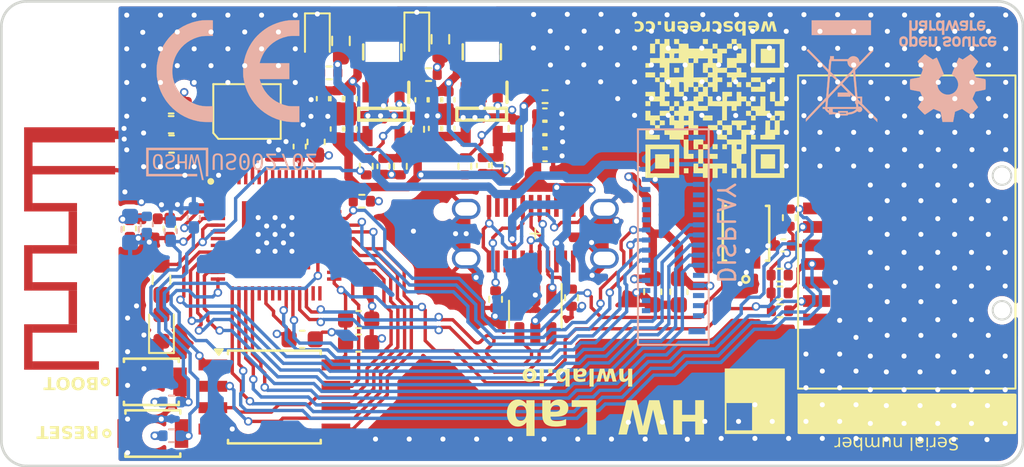
<source format=kicad_pcb>
(kicad_pcb (version 20240108) (generator "pcbnew") (generator_version "8.0")
  (title_block (title "WebScreen Project") (company "HW Media Lab LLC"))
  (layers (0 "F.Cu" power) (1 "In1.Cu" signal) (2 "In2.Cu" signal) (31 "B.Cu" power) (34 "B.Paste" user) (35 "F.Paste" user) (36 "B.SilkS" user "B.Silkscreen") (37 "F.SilkS" user "F.Silkscreen") (38 "B.Mask" user) (39 "F.Mask" user) (44 "Edge.Cuts" user))
  (net 0 "")
  (net 1 "GND")
  (net 2 "+3V3")
  (net 3 "Net-(IC1-VDD3P3_1)")
  (net 4 "Net-(IC1-CHIP_PU)")
  (net 5 "/GPIO4")
  (net 7 "/MCU/LNA_IN")
  (net 8 "/MCU/GPIO0")
  (net 9 "/GPIO2_SCL")
  (net 10 "/GPIO3_SDA")
  (net 11 "/OL_D3")
  (net 12 "/OL_CS")
  (net 13 "/OL_D1")
  (net 14 "/OL_SD0")
  (net 15 "/OL_TE")
  (net 16 "/CS")
  (net 17 "/CLK")
  (net 18 "/CMD")
  (net 19 "/DAT0")
  (net 20 "/GPIO14")
  (net 21 "/GPIO15")
  (net 22 "/GPIO16")
  (net 23 "/OL_RESET")
  (net 24 "/OL_D0")
  (net 25 "VDD_SPI")
  (net 26 "/GPIO21")
  (net 27 "/Flash_Memory/SPIHD")
  (net 28 "/Flash_Memory/SPIWP")
  (net 29 "/Flash_Memory/SPICS0")
  (net 30 "/Flash_Memory/SPICLK")
  (net 31 "/Flash_Memory/SPIQ")
  (net 32 "/Flash_Memory/SPID")
  (net 33 "/OL_D2")
  (net 34 "/OL_SCK")
  (net 35 "VCC")
  (net 40 "/GPIO39")
  (net 41 "/GPIO40")
  (net 42 "/GPIO41")
  (net 43 "/GPIO42")
  (net 44 "/U0TXD")
  (net 45 "/U0RXD")
  (net 46 "/GPIO45")
  (net 47 "/GPIO46")
  (net 48 "Net-(IC1-XTAL_N)")
  (net 49 "Net-(IC1-XTAL_P)")
  (net 50 "Net-(U2-FB)")
  (net 51 "Net-(U2-EN)")
  (net 52 "Net-(J2-CC1)")
  (net 53 "Net-(J2-CC2)")
  (net 55 "Net-(U2-LX)")
  (net 56 "/D+")
  (net 57 "/D-")
  (net 58 "Net-(C4-Pad1)")
  (net 68 "Net-(J2-GND-PadA12)")
  (net 74 "4.6V")
  (net 75 "Net-(DS1-A)")
  (net 76 "/MCU/GPIO1")
  (net 77 "Net-(DS2-A)")
  (net 79 "/MCU/SPICS1")
  (net 81 "Net-(C21-Pad1)")
  (net 82 "/MCU/LNA")
  (net 83 "Net-(U4-FB)")
  (net 84 "Net-(C31-Pad1)")
  (net 85 "Net-(DS3-A)")
  (net 86 "/MCU/GPIO33")
  (net 87 "/GPIO38")
  (net 89 "Net-(U4-EN)")
  (net 90 "Net-(U4-LX)")
  (net 99 "/AVDD")
  (net 100 "Net-(J8-Pin_26)")
  (net 101 "/POWER/VBUS")
  (net 102 "/USB-")
  (net 103 "/USB+")
  (footprint "Capacitor_SMD:C_0201_0603Metric" (layer "F.Cu") (at 127.88 97.22 90)
    (property "Reference" "C17" (hide yes))
    (property "Value" "1.8pF" (hide yes))
  )
  (footprint "Capacitor_SMD:C_0402_1005Metric" (layer "F.Cu") (at 150.31 95.39)
    (property "Reference" "C18" (hide yes))
    (property "Value" "22uF" (hide yes))
  )
  (footprint "Capacitor_SMD:C_0402_1005Metric_Pad0.74x0.62mm_HandSolder" (layer "F.Cu") (at 130.15 92.6675 90)
    (property "Reference" "C4")
    (property "Value" "12pF" (hide yes))
  )
  (footprint "smd-non-ipc:B3U-1000P" (layer "F.Cu") (at 162.2322 100.025499 90)
    (property "Reference" "SW3" (hide yes))
    (property "Value" "B3U-1000P" (hide yes))
  )
  (footprint "Capacitor_SMD:C_0603_1608Metric" (layer "F.Cu") (at 135.9 106.325)
    (property "Reference" "C15")
    (property "Value" "1uF" (hide yes))
  )
  (footprint "Resistor_SMD:R_0402_1005Metric" (layer "F.Cu") (at 145.55 96.05 -90)
    (property "Reference" "R13" (hide yes))
    (property "Value" "100k" (hide yes))
  )
  (footprint "Capacitor_SMD:C_0603_1608Metric" (layer "F.Cu") (at 128.125 92.4 180)
    (property "Reference" "C7")
    (property "Value" "1uF" (hide yes))
  )
  (footprint "Inductor_SMD:L_0402_1005Metric" (layer "F.Cu") (at 126.8425 99.165)
    (property "Reference" "L2")
    (property "Value" "2nH" (hide yes))
  )
  (footprint "LED_SMD:LED_0603_1608Metric" (layer "F.Cu") (at 136.8 88.45 -90)
    (property "Reference" "DS2")
    (property "Value" "GREEN" (hide yes))
  )
  (footprint "smd-non-ipc:BR2518_YDN" (layer "F.Cu") (at 140.65 89.255 90)
    (property "Reference" "L5")
    (property "Value" "1uH" (hide yes))
  )
  (footprint "Capacitor_SMD:C_0402_1005Metric" (layer "F.Cu") (at 142.975 92.09775 -90)
    (property "Reference" "C36" (hide yes))
    (property "Value" "22uF" (hide yes))
  )
  (footprint "Resistor_SMD:R_0402_1005Metric" (layer "F.Cu") (at 139.44 98.12 180)
    (property "Reference" "R7" (hide yes))
    (property "Value" "10k" (hide yes))
  )
  (footprint "Capacitor_SMD:C_0603_1608Metric" (layer "F.Cu") (at 139.25 106.55)
    (property "Reference" "C14")
    (property "Value" "1uF" (hide yes))
  )
  (footprint "Capacitor_SMD:C_0402_1005Metric_Pad0.74x0.62mm_HandSolder" (layer "F.Cu") (at 164.45 100.75 180)
    (property "Reference" "C13")
    (property "Value" "100nF" (hide yes))
  )
  (footprint "TestPoint:TestPoint_Pad_D1.0mm" (layer "F.Cu") (at 134.95 88.35)
    (property "Reference" "TP5" (hide yes))
    (property "Value" "GND" (hide yes))
  )
  (footprint "Capacitor_SMD:C_0402_1005Metric" (layer "F.Cu") (at 146.625 96.00225 90)
    (property "Reference" "C31" (hide yes))
    (property "Value" "6.8pF" (hide yes))
  )
  (footprint "Resistor_SMD:R_0402_1005Metric" (layer "F.Cu") (at 164.23 103.57)
    (property "Reference" "R4" (hide yes))
    (property "Value" "10k" (hide yes))
  )
  (footprint "LED_SMD:LED_0603_1608Metric" (layer "F.Cu") (at 142.7 88.4 -90)
    (property "Reference" "DS3" (hide yes))
    (property "Value" "GREEN" (hide yes))
  )
  (footprint "Capacitor_SMD:C_0402_1005Metric" (layer "F.Cu") (at 150.3 93.77)
    (property "Reference" "C28" (hide yes))
    (property "Value" "22uF" (hide yes))
  )
  (footprint "Resistor_SMD:R_0402_1005Metric" (layer "F.Cu") (at 137.5 90.5)
    (property "Reference" "R32" (hide yes))
    (property "Value" "0R" (hide yes))
  )
  (footprint "Capacitor_SMD:C_0402_1005Metric" (layer "F.Cu") (at 144.575 93.79775 90)
    (property "Reference" "C30" (hide yes))
    (property "Value" "22uF" (hide yes))
  )
  (footprint "TestPoint:TestPoint_Pad_D1.0mm" (layer "F.Cu") (at 140.65 87.35)
    (property "Reference" "TP2" (hide yes))
    (property "Value" "+4V6" (hide yes))
  )
  (footprint "Resistor_SMD:R_0402_1005Metric" (layer "F.Cu") (at 143.4 90.6)
    (property "Reference" "R18" (hide yes))
    (property "Value" "0R" (hide yes))
  )
  (footprint "Capacitor_SMD:C_0402_1005Metric" (layer "F.Cu") (at 144.575 92.09775 -90)
    (property "Reference" "C34" (hide yes))
    (property "Value" "22uF" (hide yes))
  )
  (footprint "Capacitor_SMD:C_0402_1005Metric" (layer "F.Cu") (at 138.775 92.03 -90)
    (property "Reference" "C22")
    (property "Value" "22uF" (hide yes))
  )
  (footprint "smd-non-ipc:TF PUSH" (layer "F.Cu") (at 165.32 109.25 90)
    (property "Reference" "J1")
    (property "Value" "Micro_SD_Card_Det_Hirose_DM3AT" (hide yes))
    (fp_circle (center 12.65 12.1) (end 13.2 12.1) (stroke (width 0.12)) (fill none) (layer "Edge.Cuts"))
    (fp_circle (center 4.65 12.1) (end 5.2 12.1) (stroke (width 0.12)) (fill none) (layer "Edge.Cuts"))
  )
  (footprint "smd-non-ipc:B3U-1000P" (layer "F.Cu") (at 126.95 108.85)
    (property "Reference" "SW2" (hide yes))
    (property "Value" "B3U-1000P" (hide yes))
  )
  (footprint "Resistor_SMD:R_0402_1005Metric" (layer "F.Cu") (at 147.525 96.00225 90)
    (property "Reference" "R14" (hide yes))
    (property "Value" "100k" (hide yes))
  )
  (footprint "smd-non-ipc:SMD32324-4P" (layer "F.Cu") (at 132.625 92.7675)
    (property "Reference" "Y1")
    (property "Value" "40MHz" (hide yes))
  )
  (footprint "smd-non-ipc:SOT95P285X130-5N" (layer "F.Cu") (at 140.725 92.955 -90)
    (property "Reference" "U2")
    (property "Value" "SY8089A1AAC" (hide yes))
  )
  (footprint "Resistor_SMD:R_0402_1005Metric" (layer "F.Cu") (at 142.75 93.85 90)
    (property "Reference" "R10" (hide yes))
    (property "Value" "10k" (hide yes))
  )
  (footprint "NetTie:NetTie-2_SMD_Pad0.5mm" (layer "F.Cu") (at 156.7 101.3 90)
    (property "Reference" "NT2" (hide yes))
    (property "Value" "NetTie_2" (hide yes))
  )
  (footprint "smd-non-ipc:pcb_antenna_2_4GHz" (layer "F.Cu") (at 122.07 101.3 90)
    (property "Reference" "AE1" (hide yes))
    (property "Value" "PCB Antenna 2.4GHz" (hide yes))
  )
  (footprint "Resistor_SMD:R_0402_1005Metric" (layer "F.Cu") (at 139.7 96.05 -90)
    (property "Reference" "R11")
    (property "Value" "100k" (hide yes))
  )
  (footprint "Resistor_SMD:R_0402_1005Metric" (layer "F.Cu") (at 151.88 103.85 -90)
    (property "Reference" "R6")
    (property "Value" "4k99" (hide yes))
  )
  (footprint "smd-non-ipc:SOT95P285X130-5N" (layer "F.Cu") (at 146.55 92.95 -90)
    (property "Reference" "U4" (hide yes))
    (property "Value" "SY8089A1AAC" (hide yes))
  )
  (footprint "smd-non-ipc:logo_HWLabs" (layer "F.Cu") (at 162.7 110 180)
    (property "Reference" "G***" (hide yes))
    (property "Value" "LOGO" (hide yes))
  )
  (footprint "Resistor_SMD:R_0402_1005Metric" (layer "F.Cu") (at 164.25 104.63)
    (property "Reference" "R3")
    (property "Value" "10k" (hide yes))
  )
  (footprint "paltatech:USB_C_Receptacle_HCTL_HC019-1E1H1A103-0HR" (layer "F.Cu") (at 149.7322 100.049968)
    (property "Reference" "J2")
    (property "Value" "USB C" (hide yes))
  )
  (footprint "Capacitor_SMD:C_0402_1005Metric" (layer "F.Cu") (at 150.3 94.57)
    (property "Reference" "C37" (hide yes))
    (property "Value" "22uF" (hide yes))
  )
  (footprint "Capacitor_SMD:C_0402_1005Metric" (layer "F.Cu") (at 143.775 92.09775 -90)
    (property "Reference" "C35" (hide yes))
    (property "Value" "100nF" (hide yes))
  )
  (footprint "Resistor_SMD:R_0402_1005Metric" (layer "F.Cu") (at 147.375 103.95 -90)
    (property "Reference" "R5")
    (property "Value" "4k99" (hide yes))
  )
  (footprint "Capacitor_SMD:C_0402_1005Metric" (layer "F.Cu") (at 137.95 92.03 -90)
    (property "Reference" "C23")
    (property "Value" "100nF" (hide yes))
  )
  (footprint "Capacitor_SMD:C_0603_1608Metric" (layer "F.Cu") (at 128.15 94.725 180)
    (property "Reference" "C5")
    (property "Value" "1uF" (hide yes))
  )
  (footprint "Capacitor_SMD:C_0402_1005Metric" (layer "F.Cu") (at 143.775 93.79775 90)
    (property "Reference" "C29" (hide yes))
    (property "Value" "100nF" (hide yes))
  )
  (footprint "Capacitor_SMD:C_0402_1005Metric" (layer "F.Cu") (at 138.775 93.83225 90)
    (property "Reference" "C25")
    (property "Value" "22uF" (hide yes))
  )
  (footprint "Resistor_SMD:R_0402_1005Metric" (layer "F.Cu") (at 150.31 91.91 180)
    (property "Reference" "R19" (hide yes))
    (property "Value" "0R" (hide yes))
  )
  (footprint "smd-non-ipc:QR_webscreenCC" (layer "F.Cu") (at 160.4 92.6 180)
    (property "Reference" "G***" (hide yes))
    (property "Value" "LOGO" (hide yes))
  )
  (footprint "Inductor_SMD:L_0201_0603Metric" (layer "F.Cu") (at 128.86 97.55)
    (property "Reference" "L3" (hide yes))
    (property "Value" "2.7nH" (hide yes))
  )
  (footprint "Capacitor_SMD:C_0402_1005Metric_Pad0.74x0.62mm_HandSolder" (layer "F.Cu") (at 135.09 92.69 -90)
    (property "Reference" "C3")
    (property "Value" "15pF" (hide yes))
  )
  (footprint "Package_SO:SOIC-8W_5.3x5.3mm_P1.27mm" (layer "F.Cu") (at 134.25 109.75)
    (property "Reference" "U1" (hide yes))
    (property "Value" "W25Q128JVSIQ" (hide yes))
  )
  (footprint "smd-non-ipc:QFN40P700X700X90-57N-D" (layer "F.Cu") (at 134.35 100.145)
    (property "Reference" "IC1")
    (property "Value" "ESP32-S3R8" (hide yes))
  )
  (footprint "Capacitor_SMD:C_0402_1005Metric_Pad0.74x0.62mm_HandSolder" (layer "F.Cu") (at 135.75 94.875 90)
    (property "Reference" "C1")
    (property "Value" "100nF" (hide yes))
  )
  (footprint "smd-non-ipc:BR2518_YDN" (layer "F.Cu") (at 146.556804 89.24775 90)
    (property "Reference" "L4" (hide yes))
    (property "Value" "1uH" (hide yes))
  )
  (footprint "Capacitor_SMD:C_0603_1608Metric" (layer "F.Cu") (at 139.25 105.15)
    (property "Reference" "C20")
    (property "Value" "1uF" (hide yes))
  )
  (footprint "Resistor_SMD:R_0603_1608Metric_Pad0.98x0.95mm_HandSolder" (layer "F.Cu") (at 144.1 88.5 -90)
    (property "Reference" "R23" (hide yes))
    (property "Value" "1k" (hide yes))
  )
  (footprint "Inductor_SMD:L_0402_1005Metric" (layer "F.Cu") (at 132.025 95.125)
    (property "Reference" "L1")
    (property "Value" "22nH" (hide yes))
  )
  (footprint "Resistor_SMD:R_0402_1005Metric" (layer "F.Cu") (at 148.525 93.80225 90)
    (property "Reference" "R17" (hide yes))
    (property "Value" "22k" (hide yes))
  )
  (footprint "Resistor_SMD:R_0402_1005Metric" (layer "F.Cu") (at 141.725 96.05 90)
    (property "Reference" "R9")
    (property "Value" "64k9" (hide yes))
  )
  (footprint "smd-non-ipc:B3U-1000P" (layer "F.Cu") (at 127.0396 111.92)
    (property "Reference" "SW1" (hide yes))
    (property "Value" "B3U-1000P" (hide yes))
  )
  (footprint "TestPoint:TestPoint_Pad_D1.0mm" (layer "F.Cu") (at 146.55 87.4)
    (property "Reference" "TP4" (hide yes))
    (property "Value" "+3V3" (hide yes))
  )
  (footprint "Resistor_SMD:R_0603_1608Metric_Pad0.98x0.95mm_HandSolder" (layer "F.Cu") (at 138.2 88.6 -90)
    (property "Reference" "R16" (hide yes))
    (property "Value" "1k" (hide yes))
  )
  (footprint "Capacitor_SMD:C_0603_1608Metric" (layer "F.Cu") (at 158.25 103.5 -90)
    (property "Reference" "C32")
    (property "Value" "1uF" (hide yes))
  )
  (footprint "NetTie:NetTie-2_SMD_Pad0.5mm" (layer "F.Cu") (at 158.25 101.3 90)
    (property "Reference" "NT1" (hide yes))
    (property "Value" "NetTie_2" (hide yes))
  )
  (footprint "Capacitor_SMD:C_0603_1608Metric" (layer "F.Cu") (at 136.725 94.6 90)
    (property "Reference" "C2")
    (property "Value" "1uF" (hide yes))
  )
  (footprint "Package_TO_SOT_SMD:SOT-23-6" (layer "F.Cu") (at 149.7322 104.83 -90)
    (property "Reference" "U5")
    (property "Value" "USBLC6-2SC6" (hide yes))
  )
  (footprint "Capacitor_SMD:C_0603_1608Metric" (layer "F.Cu") (at 128.125 93.575 180)
    (property "Reference" "C6")
    (property "Value" "1uF" (hide yes))
  )
  (footprint "Capacitor_SMD:C_0402_1005Metric_Pad0.74x0.62mm_HandSolder" (layer "F.Cu") (at 128.0375 99.7425 -90)
    (property "Reference" "C8")
    (property "Value" "100nF" (hide yes))
  )
  (footprint "Capacitor_SMD:C_0402_1005Metric" (layer "F.Cu") (at 150.3 92.97)
    (property "Reference" "C27" (hide yes))
    (property "Value" "22uF" (hide yes))
  )
  (footprint "Capacitor_SMD:C_0402_1005Metric" (layer "F.Cu") (at 140.725 96.05 90)
    (property "Reference" "C21")
    (property "Value" "6.8pF" (hide yes))
  )
  (footprint "Resistor_SMD:R_0402_1005Metric" (layer "F.Cu") (at 164.8 99.1 90)
    (property "Reference" "R20" (hide yes))
    (property "Value" "10k" (hide yes))
  )
  (footprint "Capacitor_SMD:C_0402_1005Metric" (layer "F.Cu") (at 137.95 93.83 90)
    (property "Reference" "C26")
    (property "Value" "100nF" (hide yes))
  )
  (footprint "LED_SMD:LED_0603_1608Metric" (layer "F.Cu") (at 127.55 105.65 90)
    (property "Reference" "DS1")
    (property "Value" "GREEN" (hide yes))
  )
  (footprint "TestPoint:TestPoint_Pad_D1.0mm" (layer "F.Cu") (at 149.6 96.55)
    (property "Reference" "TP1" (hide yes))
    (property "Value" "+5V" (hide yes))
  )
  (footprint "Capacitor_SMD:C_0603_1608Metric" (layer "F.Cu") (at 156.7 103.5 -90)
    (property "Reference" "C33")
    (property "Value" "1uF" (hide yes))
  )
  (footprint "Capacitor_SMD:C_0201_0603Metric" (layer "F.Cu") (at 129.82 97.22 90)
    (property "Reference" "C16" (hide yes))
    (property "Value" "1.8pF" (hide yes))
  )
  (footprint "Resistor_SMD:R_0603_1608Metric_Pad0.98x0.95mm_HandSolder" (layer "F.Cu") (at 127.55 102.7875 90)
    (property "Reference" "R15")
    (property "Value" "1k" (hide yes))
  )
  (footprint "Capacitor_SMD:C_0402_1005Metric" (layer "F.Cu") (at 137.125 92.03 -90)
    (property "Reference" "C24")
    (property "Value" "22uF" (hide yes))
  )
  (footprint "Resistor_SMD:R_0402_1005Metric" (layer "F.Cu") (at 164.23 102.51)
    (property "Reference" "R12" (hide yes))
    (property "Value" "10k" (hide yes))
  )
  (footprint "Capacitor_SMD:C_0402_1005Metric_Pad0.74x0.62mm_HandSolder" (layer "F.Cu") (at 125.6775 99.7425 -90)
    (property "Reference" "C9")
    (property "Value" "100nF" (hide yes))
  )
  (footprint "logo:OSHWA_Certification.kicad_sym" (layer "B.Cu") (at 131.7 95.9)
    (property "Reference" "G***" (hide yes))
    (property "Value" "LOGO" (hide yes))
  )
  (footprint "Symbol:CE-Logo_8.5x6mm_SilkScreen" (layer "B.Cu") (at 131.5 90.4)
    (property "Reference" "REF**" (hide yes))
    (property "Value" "CE-Logo_8.5x6mm_SilkScreen" (hide yes))
  )
  (footprint "Symbol:WEEE-Logo_4.2x6mm_SilkScreen" (layer "B.Cu") (at 167.9 90.4)
    (property "Reference" "REF**" (hide yes))
    (property "Value" "WEEE-Logo_4.2x6mm_SilkScreen" (hide yes))
  )
  (footprint "Capacitor_SMD:C_0402_1005Metric" (layer "B.Cu") (at 126.68 99.5 -90)
    (property "Reference" "C11")
    (property "Value" "10uF" (hide yes))
  )
  (footprint "Capacitor_SMD:C_0603_1608Metric" (layer "B.Cu") (at 125.69 99.795 -90)
    (property "Reference" "C10")
    (property "Value" "1uF" (hide yes))
  )
  (footprint "smd-non-ipc:33FXRH-SM1-GAN-TF" (layer "B.Cu") (at 159.42 94.35 -90)
    (property "Reference" "J8")
    (property "Value" "33FXRH-SM1-GAN-TF" (hide yes))
  )
  (footprint "Resistor_SMD:R_0402_1005Metric" (layer "B.Cu") (at 128.15 112.05)
    (property "Reference" "R1")
    (property "Value" "10k" (hide yes))
  )
  (footprint "Resistor_SMD:R_0402_1005Metric" (layer "B.Cu") (at 128.15 110.05)
    (property "Reference" "R2")
    (property "Value" "10k" (hide yes))
  )
  (footprint "Capacitor_SMD:C_0402_1005Metric_Pad0.74x0.62mm_HandSolder" (layer "B.Cu") (at 129.47 99.11 90)
    (property "Reference" "C12")
    (property "Value" "100nF" (hide yes))
  )
  (footprint "Capacitor_SMD:C_0402_1005Metric_Pad0.74x0.62mm_HandSolder" (layer "B.Cu") (at 128.1 99.9 90)
    (property "Reference" "C19")
    (property "Value" "100nF" (hide yes))
  )
  (footprint "Symbol:OSHW-Logo_5.7x6mm_SilkScreen" (layer "B.Cu") (at 174.2 90.4)
    (property "Reference" "REF**" (hide yes))
    (property "Value" "OSHW-Logo_5.7x6mm_SilkScreen" (hide yes))
  )
  (gr_rect (start 165.37 109.625) (end 178.2 111.875) (stroke (width 0.15)) (fill solid) (layer "F.SilkS"))
  (gr_arc (start 119.550001 113.849999) (mid 118.48934 113.410659) (end 118.05 112.349998) (stroke (width 0.16)) (layer "Edge.Cuts"))
  (gr_line (start 177.17 86.249999) (end 119.550001 86.249999) (stroke (width 0.16)) (layer "Edge.Cuts"))
  (gr_arc (start 177.17 86.249999) (mid 178.230661 86.689339) (end 178.67 87.749999) (stroke (width 0.16)) (layer "Edge.Cuts"))
  (gr_line (start 119.550001 113.849999) (end 177.17 113.849999) (stroke (width 0.16)) (layer "Edge.Cuts"))
  (gr_line (start 118.05 87.75) (end 118.05 112.349998) (stroke (width 0.16)) (layer "Edge.Cuts"))
  (gr_arc (start 178.67 112.349999) (mid 178.230661 113.41066) (end 177.17 113.849999) (stroke (width 0.16)) (layer "Edge.Cuts"))
  (gr_line (start 178.67 112.349999) (end 178.67 87.749999) (stroke (width 0.16)) (layer "Edge.Cuts"))
  (gr_arc (start 118.05 87.75) (mid 118.48934 86.689339) (end 119.550001 86.249999) (stroke (width 0.16)) (layer "Edge.Cuts"))
  (gr_text "DISPLAY" (at 160.45 103.1 -90) (layer "B.SilkS") (effects (font (size 1 1)) (justify left bottom mirror)))
  (gr_text "BOOT\n" (at 123.85 108.45 180) (layer "F.SilkS") (effects (font (size 0.75 0.75) (thickness 0.15) (bold yes)) (justify left bottom)))
  (gr_text "HW Lab" (at 160 109.6 180) (layer "F.SilkS") (effects (font (size 2 2) (thickness 0.25) (bold yes)) (justify left bottom)))
  (gr_text "webscreen.cc" (at 164.1 87.3 180) (layer "F.SilkS") (effects (font (size 0.8 0.8) (thickness 0.125) (bold yes)) (justify left bottom)))
  (gr_text "RESET\n" (at 123.85 111.35 180) (layer "F.SilkS") (effects (font (size 0.75 0.75) (thickness 0.15) (bold yes)) (justify left bottom)))
  (gr_text "hwlab.io\n" (at 155.6 107.9 180) (layer "F.SilkS") (effects (font (size 1 1) (thickness 0.1875) (bold yes)) (justify left bottom)))
  (gr_text "Serial number" (at 174.875 112.025 180) (layer "F.SilkS") (effects (font (size 0.75 0.75)) (justify left bottom)))
  (segment (start 149.7322 104.354999) (end 149.432199 104.655) (width 0.2) (layer "F.Cu") (net 1))
  (segment (start 130.02 91.07) (end 129.49 91.07) (width 0.2) (layer "F.Cu") (net 1))
  (segment (start 134.6875 94.58) (end 133.725 93.6175) (width 0.2) (layer "F.Cu") (net 1))
  (segment (start 153.0672 100.575) (end 153.5072 100.575) (width 0.5) (layer "F.Cu") (net 1))
  (segment (start 135.75 94.3075) (end 135.2125 94.3075) (width 0.2) (layer "F.Cu") (net 1))
  (segment (start 142.975 92.57775) (end 142.975 93.115) (width 0.5) (layer "F.Cu") (net 1))
  (segment (start 127.88 96.9) (end 127.88 96.46) (width 0.2) (layer "F.Cu") (net 1))
  (segment (start 140.55 93.05) (end 140 93.05) (width 0.5) (layer "F.Cu") (net 1))
  (segment (start 153.8322 98.579968) (end 153.8322 99.49718) (width 0.5) (layer "F.Cu") (net 1))
  (segment (start 148.175 104.46) (end 148.37 104.655) (width 0.2) (layer "F.Cu") (net 1))
  (segment (start 153.01 100.697768) (end 153.0672 100.640568) (width 0.5) (layer "F.Cu") (net 1))
  (segment (start 151.87 104.37) (end 151.88 104.36) (width 0.2) (layer "F.Cu") (net 1))
  (segment (start 133.725 94.365) (end 133.94 94.58) (width 0.2) (layer "F.Cu") (net 1))
  (segment (start 150.065 104.655) (end 149.7322 104.3222) (width 0.2) (layer "F.Cu") (net 1))
  (segment (start 129.82 96.9) (end 129.82 96.26) (width 0.2) (layer "F.Cu") (net 1))
  (segment (start 152.4822 101.699968) (end 152.4822 101.225568) (width 0.2) (layer "F.Cu") (net 1))
  (segment (start 145.6322 100.05) (end 145.6322 101.519968) (width 0.5) (layer "F.Cu") (net 1))
  (segment (start 136.8 87.6625) (end 136.8 87) (width 0.5) (layer "F.Cu") (net 1))
  (segment (start 150.79 95.39) (end 150.79 92.98) (width 0.5) (layer "F.Cu") (net 1))
  (segment (start 125.6875 100.3) (end 125.6775 100.31) (width 0.2) (layer "F.Cu") (net 1))
  (segment (start 145.6322 101.519968) (end 145.6322 101.7022) (width 0.5) (layer "F.Cu") (net 1))
  (segment (start 167.54 102.94) (end 167.55 102.95) (width 0.2) (layer "F.Cu") (net 1))
  (segment (start 146.525 92.855) (end 146.53 92.86) (width 0.5) (layer "F.Cu") (net 1))
  (segment (start 146.85 93.15) (end 148.38275 93.15) (width 0.5) (layer "F.Cu") (net 1))
  (segment (start 153.8322 101.519968) (end 153.8322 100.9) (width 0.5) (layer "F.Cu") (net 1))
  (segment (start 153.02938 99.77) (end 153.02938 100.3) (width 0.5) (layer "F.Cu") (net 1))
  (segment (start 153.8322 99.49718) (end 153.02938 100.3) (width 0.5) (layer "F.Cu") (net 1))
  (segment (start 125.305 94.18) (end 125.34 94.43) (width 0.5) (layer "F.Cu") (net 1))
  (segment (start 151.485 104.36) (end 151.19 104.655) (width 0.2) (layer "F.Cu") (net 1))
  (segment (start 136.725 93.825) (end 136.725 93.385) (width 0.2) (layer "F.Cu") (net 1))
  (segment (start 146.22 102.29) (end 146.22 102.65) (width 0.5) (layer "F.Cu") (net 1))
  (segment (start 141.35 93.05) (end 140.55 93.05) (width 0.5) (layer "F.Cu") (net 1))
  (segment (start 153.02938 100.54062) (end 153.01 100.56) (width 0.5) (layer "F.Cu") (net 1))
  (segment (start 153.49938 99.3) (end 153.02938 99.77) (width 0.5) (layer "F.Cu") (net 1))
  (segment (start 145.14725 93.15) (end 145.55 93.15) (width 0.5) (layer "F.Cu") (net 1))
  (segment (start 137.1 105.9) (end 136.675 106.325) (width 0.2) (layer "F.Cu") (net 1))
  (segment (start 143.95 93.05) (end 141.35 93.05) (width 0.5) (layer "F.Cu") (net 1))
  (segment (start 145.6322 101.519968) (end 145.6322 101.0322) (width 0.5) (layer "F.Cu") (net 1))
  (segment (start 155.73 103.55) (end 155.975 103.55) (width 0.5) (layer "F.Cu") (net 1))
  (segment (start 137.95 93.35) (end 137.95 92.51) (width 0.5) (layer "F.Cu") (net 1))
  (segment (start 149.75 104.655) (end 150.37 104.655) (width 0.2) (layer "F.Cu") (net 1))
  (segment (start 140 93.05) (end 139.8 93.05) (width 0.5) (layer "F.Cu") (net 1))
  (segment (start 129.82 96.26) (end 129.63 96.07) (width 0.2) (layer "F.Cu") (net 1))
  (segment (start 135.9425 93.2575) (end 135.09 93.2575) (width 0.2) (layer "F.Cu") (net 1))
  (segment (start 137.125 92.51) (end 138.775 92.51) (width 0.5) (layer "F.Cu") (net 1))
  (segment (start 127.88 96.46) (end 127.49 96.07) (width 0.2) (layer "F.Cu") (net 1))
  (segment (start 146.625 93.15) (end 146.85 93.15) (width 0.5) (layer "F.Cu") (net 1))
  (segment (start 153.8322 99.81) (end 153.0672 100.575) (width 0.5) (layer "F.Cu") (net 1))
  (segment (start 145.55 93.15) (end 146.25 93.15) (width 0.5) (layer "F.Cu") (net 1))
  (segment (start 153.8322 100.9) (end 153.8322 98.579968) (width 0.5) (layer "F.Cu") (net 1))
  (segment (start 142.7 87.6125) (end 142.7 86.9) (width 0.5) (layer "F.Cu") (net 1))
  (segment (start 134.94 94.58) (end 134.6875 94.58) (width 0.2) (layer "F.Cu") (net 1))
  (segment (start 153.0672 100.640568) (end 153.0672 100.575) (width 0.5) (layer "F.Cu") (net 1))
  (segment (start 140.725 92.45) (end 140.725 93.225) (width 0.5) (layer "F.Cu") (net 1))
  (segment (start 150.37 104.655) (end 151.19 104.655) (width 0.2) (layer "F.Cu") (net 1))
  (segment (start 131.745 111.655) (end 131.75 111.65) (width 0.5) (layer "F.Cu") (net 1))
  (segment (start 143.23 92.86) (end 142.75 93.34) (width 0.5) (layer "F.Cu") (net 1))
  (segment (start 150.78 92.97) (end 150.78 94.57) (width 0.5) (layer "F.Cu") (net 1))
  (segment (start 128.0275 100.3) (end 128.0375 100.31) (width 0.2) (layer "F.Cu") (net 1))
  (segment (start 135.2125 94.3075) (end 134.94 94.58) (width 0.2) (layer "F.Cu") (net 1))
  (segment (start 127.4775 100.3) (end 128.0275 100.3) (width 0.2) (layer "F.Cu") (net 1))
  (segment (start 144.74275 93.15) (end 144.575 93.31775) (width 0.5) (layer "F.Cu") (net 1))
  (segment (start 130.6 111.655) (end 131.745 111.655) (width 0.5) (layer "F.Cu") (net 1))
  (segment (start 148.38275 93.15) (end 148.525 93.29225) (width 0.5) (layer "F.Cu") (net 1))
  (segment (start 153.8322 101.7928) (end 153.1 102.525) (width 0.5) (layer "F.Cu") (net 1))
  (segment (start 130.15 92.1) (end 130.15 91.2) (width 0.2) (layer "F.Cu") (net 1))
  (segment (start 145 100.05) (end 145 99.6) (width 0.5) (layer "F.Cu") (net 1))
  (segment (start 137.96725 93.35225) (end 137.125 92.51) (width 0.5) (layer "F.Cu") (net 1))
  (segment (start 158.25 104.275) (end 156.7 104.275) (width 0.5) (layer "F.Cu") (net 1))
  (segment (start 137.65 105.9) (end 137.1 105.9) (width 0.2) (layer "F.Cu") (net 1))
  (segment (start 136.725 93.385) (end 136.42 93.08) (width 0.2) (layer "F.Cu") (net 1))
  (segment (start 145 99.6) (end 145.6322 98.9678) (width 0.5) (layer "F.Cu") (net 1))
  (segment (start 166.42 102.95) (end 167.53 102.95) (width 0.2) (layer "F.Cu") (net 1))
  (segment (start 144.575 92.57775) (end 144.10275 93.05) (width 0.5) (layer "F.Cu") (net 1))
  (segment (start 137.95 92.52725) (end 138.775 93.35225) (width 0.5) (layer "F.Cu") (net 1))
  (segment (start 144.55275 93.34) (end 144.575 93.31775) (width 0.5) (layer "F.Cu") (net 1))
  (segment (start 140.725 93.225) (end 140.75 93.25) (width 0.5) (layer "F.Cu") (net 1))
  (segment (start 140.725 91.655) (end 140.725 92.45) (width 0.5) (layer "F.Cu") (net 1))
  (segment (start 127.4775 100.3) (end 125.6875 100.3) (width 0.2) (layer "F.Cu") (net 1))
  (segment (start 153.02938 100.3) (end 153.02938 100.54062) (width 0.5) (layer "F.Cu") (net 1))
  (segment (start 125.445 94.18) (end 125.45 94.175) (width 0.5) (layer "F.Cu") (net 1))
  (segment (start 144.575 92.57775) (end 145.14725 93.15) (width 0.5) (layer "F.Cu") (net 1))
  (segment (start 149.432199 104.655) (end 148.37 104.655) (width 0.2) (layer "F.Cu") (net 1))
  (segment (start 133.725 93.6175) (end 133.725 94.365) (width 0.2) (layer "F.Cu") (net 1))
  (segment (start 153.8322 98.579968) (end 153.8322 99.81) (width 0.5) (layer "F.Cu") (net 1))
  (segment (start 143.50725 93.05) (end 143.775 93.31775) (width 0.5) (layer "F.Cu") (net 1))
  (segment (start 167.55 102.95) (end 167.68 102.95) (width 0.2) (layer "F.Cu") (net 1))
  (segment (start 145 100.4) (end 145 100.05) (width 0.5) (layer "F.Cu") (net 1))
  (segment (start 138.775 93.35225) (end 137.96725 93.35225) (width 0.5) (layer "F.Cu") (net 1))
  (segment (start 125.295 94.17) (end 125.305 94.18) (width 0.5) (layer "F.Cu") (net 1))
  (segment (start 139.8 93.05) (end 139.315 93.05) (width 0.5) (layer "F.Cu") (net 1))
  (segment (start 150.37 104.655) (end 150.065 104.655) (width 0.2) (layer "F.Cu") (net 1))
  (segment (start 136.48 93.58) (end 136.725 93.825) (width 0.2) (layer "F.Cu") (net 1))
  (segment (start 153.8322 101.519968) (end 153.01 100.697768) (width 0.5) (layer "F.Cu") (net 1))
  (segment (start 146.525 91.65) (end 146.525 92.55) (width 0.5) (layer "F.Cu") (net 1))
  (segment (start 135.96 93.58) (end 135.96 93.26) (width 0.2) (layer "F.Cu") (net 1))
  (segment (start 146.625 93.15) (end 144.74275 93.15) (width 0.5) (layer "F.Cu") (net 1))
  (segment (start 146.25 93.15) (end 146.625 93.15) (width 0.5) (layer "F.Cu") (net 1))
  (segment (start 130.15 91.2) (end 130.02 91.07) (width 0.2) (layer "F.Cu") (net 1))
  (segment (start 140 93.05) (end 139.07725 93.05) (width 0.5) (layer "F.Cu") (net 1))
  (segment (start 144.10275 93.05) (end 143.95 93.05) (width 0.5) (layer "F.Cu") (net 1))
  (segment (start 122.17 94.18) (end 125.295 94.18) (width 0.5) (layer "F.Cu") (net 1))
  (segment (start 140.75 93.25) (end 140.95 93.05) (width 0.5) (layer "F.Cu") (net 1))
  (segment (start 149.432199 104.655) (end 149.75 104.655) (width 0.2) (layer "F.Cu") (net 1))
  (segment (start 153.8322 101.519968) (end 153.8322 101.7928) (width 0.5) (layer "F.Cu") (net 1))
  (segment (start 125.3 94.17) (end 125.295 94.17) (width 0.5) (layer "F.Cu") (net 1))
  (segment (start 127.88 96.9) (end 127.88 96.68) (width 0.2) (layer "F.Cu") (net 1))
  (segment (start 134.0825 93.26) (end 133.725 93.6175) (width 0.2) (layer "F.Cu") (net 1))
  (segment (start 155.975 103.55) (end 156.7 104.275) (width 0.5) (layer "F.Cu") (net 1))
  (segment (start 149.7322 104.3222) (end 149.7322 103.6925) (width 0.2) (layer "F.Cu") (net 1))
  (segment (start 135.09 94.43) (end 134.94 94.58) (width 0.2) (layer "F.Cu") (net 1))
  (segment (start 135.95 93.25) (end 135.9425 93.2575) (width 0.2) (layer "F.Cu") (net 1))
  (segment (start 135.09 93.2575) (end 135.09 94.43) (width 0.2) (layer "F.Cu") (net 1))
  (segment (start 142.975 93.115) (end 142.75 93.34) (width 0.5) (layer "F.Cu") (net 1))
  (segment (start 142.975 92.57775) (end 144.575 92.57775) (width 0.5) (layer "F.Cu") (net 1))
  (segment (start 149.7322 103.6925) (end 149.7322 104.6372) (width 0.2) (layer "F.Cu") (net 1))
  (segment (start 153.5072 100.575) (end 153.8322 100.9) (width 0.5) (layer "F.Cu") (net 1))
  (segment (start 145.6322 101.0322) (end 145 100.4) (width 0.5) (layer "F.Cu") (net 1))
  (segment (start 125.3 94.175) (end 125.3 94.17) (width 0.5) (layer "F.Cu") (net 1))
  (segment (start 161.88 103.5425) (end 161.8625 103.56) (width 0.2) (layer "F.Cu") (net 1))
  (segment (start 143.3 93.05) (end 143.50725 93.05) (width 0.5) (layer "F.Cu") (net 1))
  (segment (start 139.07725 93.05) (end 138.775 93.35225) (width 0.5) (layer "F.Cu") (net 1))
  (segment (start 147.375 104.46) (end 148.175 104.46) (width 0.2) (layer "F.Cu") (net 1))
  (segment (start 125.34 94.43) (end 125.445 94.18) (width 0.5) (layer "F.Cu") (net 1))
  (segment (start 139.315 93.05) (end 138.775 92.51) (width 0.5) (layer "F.Cu") (net 1))
  (segment (start 146.53 92.86) (end 143.23 92.86) (width 0.5) (layer "F.Cu") (net 1))
  (segment (start 151.88 104.36) (end 151.485 104.36) (width 0.2) (layer "F.Cu") (net 1))
  (segment (start 129.63 96.07) (end 129.49 96.07) (width 0.2) (layer "F.Cu") (net 1))
  (segment (start 167.53 102.95) (end 167.54 102.94) (width 0.2) (layer "F.Cu") (net 1))
  (segment (start 135.96 93.58) (end 136.48 93.58) (width 0.2) (layer "F.Cu") (net 1))
  (segment (start 137.95 92.51) (end 137.95 92.52725) (width 0.5) (layer "F.Cu") (net 1))
  (segment (start 145.6322 98.9678) (end 145.6322 98.579968) (width 0.5) (layer "F.Cu") (net 1))
  (segment (start 152.4822 101.225568) (end 153.01 100.697768) (width 0.2) (layer "F.Cu") (net 1))
  (segment (start 145.6322 98.579968) (end 145.6322 100.05) (width 0.5) (layer "F.Cu") (net 1))
  (segment (start 149.7322 104.6372) (end 149.75 104.655) (width 0.2) (layer "F.Cu") (net 1))
  (segment (start 135.96 93.26) (end 135.95 93.25) (width 0.2) (layer "F.Cu") (net 1))
  (segment (start 134.95 93.26) (end 134.0825 93.26) (width 0.2) (layer "F.Cu") (net 1))
  (segment (start 138.775 93.35225) (end 138.775 92.51) (width 0.5) (layer "F.Cu") (net 1))
  (segment (start 154.55 99.3) (end 153.49938 99.3) (width 0.5) (layer "F.Cu") (net 1))
  (segment (start 142.75 93.34) (end 144.55275 93.34) (width 0.5) (layer "F.Cu") (net 1))
  (segment (start 161.88 103.02) (end 161.88 103.5425) (width 0.2) (layer "F.Cu") (net 1))
  (segment (start 149.7322 103.6925) (end 149.7322 104.354999) (width 0.2) (layer "F.Cu") (net 1))
  (segment (start 145.6322 101.7022) (end 146.22 102.29) (width 0.5) (layer "F.Cu") (net 1))
  (segment (start 146.525 92.55) (end 146.525 92.855) (width 0.5) (layer "F.Cu") (net 1))
  (segment (start 125.295 94.18) (end 125.3 94.175) (width 0.5) (layer "F.Cu") (net 1))
  (via (at 125.54 107.06) (size 0.5) (drill 0.3) (layers "F.Cu" "B.Cu") (net 1))
  (via (at 125.54 105.06) (size 0.5) (drill 0.3) (layers "F.Cu" "B.Cu") (net 1))
  (via (at 173.61 105.16) (size 0.5) (drill 0.3) (layers "F.Cu" "B.Cu") (net 1))
  (via (at 133.49 87.07) (size 0.5) (drill 0.3) (layers "F.Cu" "B.Cu") (net 1))
  (via (at 177.61 109.32) (size 0.5) (drill 0.3) (layers "F.Cu" "B.Cu") (net 1))
  (via (at 150.25 112.25) (size 0.5) (drill 0.3) (layers "F.Cu" "B.Cu") (net 1))
  (via (at 128.5 98.32) (size 0.5) (drill 0.3) (layers "F.Cu" "B.Cu") (net 1))
  (via (at 153.61 91.03) (size 0.5) (drill 0.3) (layers "F.Cu" "B.Cu") (net 1))
  (via (at 146.525 92.55) (size 0.5) (drill 0.3) (layers "F.Cu" "B.Cu") (net 1))
  (via (at 144.25 112.25) (size 0.5) (drill 0.3) (layers "F.Cu" "B.Cu") (net 1))
  (via (at 174.61 100.09) (size 0.5) (drill 0.3) (layers "F.Cu" "B.Cu") (net 1))
  (via (at 146.22 102.65) (size 0.5) (drill 0.3) (layers "F.Cu" "B.Cu") (net 1))
  (via (at 148.25 112.25) (size 0.5) (drill 0.3) (layers "F.Cu" "B.Cu") (net 1))
  (via (at 165.67 89.04) (size 0.5) (drill 0.3) (layers "F.Cu" "B.Cu") (net 1))
  (via (at 162.25 102.35) (size 0.5) (drill 0.3) (layers "F.Cu" "B.Cu") (net 1))
  (via (at 167.67 87.04) (size 0.5) (drill 0.3) (layers "F.Cu" "B.Cu") (net 1))
  (via (at 125.34 94.43) (size 0.5) (drill 0.3) (layers "F.Cu" "B.Cu") (net 1))
  (via (at 151.35 94.59) (size 0.5) (drill 0.3) (layers "F.Cu" "B.Cu") (net 1))
  (via (at 169.61 101.16) (size 0.5) (drill 0.3) (layers "F.Cu" "B.Cu") (net 1))
  (via (at 173.61 103.16) (size 0.5) (drill 0.3) (layers "F.Cu" "B.Cu") (net 1))
  (via (at 140.625 106.275) (size 0.5) (drill 0.3) (layers "F.Cu" "B.Cu") (net 1))
  (via (at 173.64 89.06) (size 0.5) (drill 0.3) (layers "F.Cu" "B.Cu") (net 1))
  (via (at 162.62 90.03) (size 0.5) (drill 0.3) (layers "F.Cu" "B.Cu") (net 1))
  (via (at 156.62 92.02) (size 0.5) (drill 0.3) (layers "F.Cu" "B.Cu") (net 1))
  (via (at 176.61 98.09) (size 0.5) (drill 0.3) (layers "F.Cu" "B.Cu") (net 1))
  (via (at 164.62 96.03) (size 0.5) (drill 0.3) (layers "F.Cu" "B.Cu") (net 1))
  (via (at 127.49 91.07) (size 0.5) (drill 0.3) (layers "F.Cu" "B.Cu") (net 1))
  (via (at 156.62 88.02) (size 0.5) (drill 0.3) (layers "F.Cu" "B.Cu") (net 1))
  (via (at 134.49 88.07) (size 0.5) (drill 0.3) (layers "F.Cu" "B.Cu") (net 1))
  (via (at 129.49 96.07) (size 0.5) (drill 0.3) (layers "F.Cu" "B.Cu") (net 1))
  (via (at 126.07 104.34) (size 0.5) (drill 0.3) (layers "F.Cu" "B.Cu") (net 1))
  (via (at 126.51 108.07) (size 0.5) (drill 0.3) (layers "F.Cu" "B.Cu") (net 1))
  (via (at 174.56 110.26) (size 0.5) (drill 0.3) (layers "F.Cu" "B.Cu") (net 1))
  (via (at 127.49 96.07) (size 0.5) (drill 0.3) (layers "F.Cu" "B.Cu") (net 1))
  (via (at 169.61 103.16) (size 0.5) (drill 0.3) (layers "F.Cu" "B.Cu") (net 1))
  (via (at 125.49 87.07) (size 0.5) (drill 0.3) (layers "F.Cu" "B.Cu") (net 1))
  (via (at 126.49 92.07) (size 0.5) (drill 0.3) (layers "F.Cu" "B.Cu") (net 1))
  (via (at 145.6322 100.05) (size 0.5) (drill 0.3) (layers "F.Cu" "B.Cu") (net 1))
  (via (at 133.49 89.07) (size 0.5) (drill 0.3) (layers "F.Cu" "B.Cu") (net 1))
  (via (at 165.67 95.04) (size 0.5) (drill 0.3) (layers "F.Cu" "B.Cu") (net 1))
  (via (at 166.62 92.03) (size 0.5) (drill 0.3) (layers "F.Cu" "B.Cu") (net 1))
  (via (at 171.61 97.16) (size 0.5) (drill 0.3) (layers "F.Cu" "B.Cu") (net 1))
  (via (at 130.94 96.58) (size 0.5) (drill 0.3) (layers "F.Cu" "B.Cu") (net 1))
  (via (at 145 100.05) (size 0.5) (drill 0.3) (layers "F.Cu" "B.Cu") (net 1))
  (via (at 169.61 109.32) (size 0.5) (drill 0.3) (layers "F.Cu" "B.Cu") (net 1))
  (via (at 162.76 112.21) (size 0.5) (drill 0.3) (layers "F.Cu" "B.Cu") (net 1))
  (via (at 175.61 107.32) (size 0.5) (drill 0.3) (layers "F.Cu" "B.Cu") (net 1))
  (via (at 152.63 88.02) (size 0.5) (drill 0.3) (layers "F.Cu" "B.Cu") (net 1))
  (via (at 152.25 112.25) (size 0.5) (drill 0.3) (layers "F.Cu" "B.Cu") (net 1))
  (via (at 143.3 93.05) (size 0.5) (drill 0.3) (layers "F.Cu" "B.Cu") (net 1))
  (via (at 170.56 112.26) (size 0.5) (drill 0.3) (layers "F.Cu" "B.Cu") (net 1))
  (via (at 177.61 99.16) (size 0.5) (drill 0.3) (layers "F.Cu" "B.Cu") (net 1))
  (via (at 166.62 90.03) (size 0.5) (drill 0.3) (layers "F.Cu" "B.Cu") (net 1))
  (via (at 142.7 86.9) (size 0.5) (drill 0.3) (layers "F.Cu" "B.Cu") (net 1))
  (via (at 172.62 92.03) (size 0.5) (drill 0.3) (layers "F.Cu" "B.Cu") (net 1))
  (via (at 175.64 91.06) (size 0.5) (drill 0.3) (layers "F.Cu" "B.Cu") (net 1))
  (via (at 173.61 107.32) (size 0.5) (drill 0.3) (layers "F.Cu" "B.Cu") (net 1))
  (via (at 175.61 101.16) (size 0.5) (drill 0.3) (layers "F.Cu" "B.Cu") (net 1))
  (via (at 125.38 97.57) (size 0.5) (drill 0.3) (layers "F.Cu" "B.Cu") (net 1))
  (via (at 169.61 99.16) (size 0.5) (drill 0.3) (layers "F.Cu" "B.Cu") (net 1))
  (via (at 173.61 111.32) (size 0.5) (drill 0.3) (layers "F.Cu" "B.Cu") (net 1))
  (via (at 157.27 111.24) (size 0.5) (drill 0.3) (layers "F.Cu" "B.Cu") (net 1))
  (via (at 135.29 100.095) (size 0.5) (drill 0.3) (layers "F.Cu" "B.Cu") (net 1))
  (via (at 157.62 91.03) (size 0.5) (drill 0.3) (layers "F.Cu" "B.Cu") (net 1))
  (via (at 174.62 88.03) (size 0.5) (drill 0.3) (layers "F.Cu" "B.Cu") (net 1))
  (via (at 139.8 93.05) (size 0.5) (drill 0.3) (layers "F.Cu" "B.Cu") (net 1))
  (via (at 176.62 88.03) (size 0.5) (drill 0.3) (layers "F.Cu" "B.Cu") (net 1))
  (via (at 129.49 91.07) (size 0.5) (drill 0.3) (layers "F.Cu" "B.Cu") (net 1))
  (via (at 135.49 87.07) (size 0.5) (drill 0.3) (layers "F.Cu" "B.Cu") (net 1))
  (via (at 167.79 109.2) (size 0.5) (drill 0.3) (layers "F.Cu" "B.Cu") (net 1))
  (via (at 173.61 99.16) (size 0.5) (drill 0.3) (layers "F.Cu" "B.Cu") (net 1))
  (via (at 172.62 96.03) (size 0.5) (drill 0.3) (layers "F.Cu" "B.Cu") (net 1))
  (via (at 125.49 93.07) (size 0.5) (drill 0.3) (layers "F.Cu" "B.Cu") (net 1))
  (via (at 152.5 104.35) (size 0.5) (drill 0.3) (layers "F.Cu" "B.Cu") (net 1))
  (via (at 133.29 101.095) (size 0.5) (drill 0.3) (layers "F.Cu" "B.Cu") (net 1))
  (via (at 146.15 93.15) (size 0.5) (drill 0.3) (layers "F.Cu" "B.Cu") (net 1))
  (via (at 163.67 87.04) (size 0.5) (drill 0.3) (layers "F.Cu" "B.Cu") (net 1))
  (via (at 159.62 91.03) (size 0.5) (drill 0.3) (layers "F.Cu" "B.Cu") (net 1))
  (via (at 170.61 100.09) (size 0.5) (drill 0.3) (layers "F.Cu" "B.Cu") (net 1))
  (via (at 128.49 96.07) (size 0.5) (drill 0.3) (layers "F.Cu" "B.Cu") (net 1))
  (via (at 172.61 104.09) (size 0.5) (drill 0.3) (layers "F.Cu" "B.Cu") (net 1))
  (via (at 135.29 101.095) (size 0.5) (drill 0.3) (layers "F.Cu" "B.Cu") (net 1))
  (via (at 165.67 91.04) (size 0.5) (drill 0.3) (layers "F.Cu" "B.Cu") (net 1))
  (via (at 171.61 109.32) (size 0.5) (drill 0.3) (layers "F.Cu" "B.Cu") (net 1))
  (via (at 156.85 96.825) (size 0.5) (drill 0.3) (layers "F.Cu" "B.Cu") (net 1))
  (via (at 125.54 109.06) (size 0.5) (drill 0.3) (layers "F.Cu" "B.Cu") (net 1))
  (via (at 177.61 107.32) (size 0.5) (drill 0.3) (layers "F.Cu" "B.Cu") (net 1))
  (via (at 170.62 90.03) (size 0.5) (drill 0.3) (layers "F.Cu" "B.Cu") (net 1))
  (via (at 177.64 93.06) (size 0.5) (drill 0.3) (layers "F.Cu" "B.Cu") (net 1))
  (via (at 170.61 106.09) (size 0.5) (drill 0.3) (layers "F.Cu" "B.Cu") (net 1))
  (via (at 175.61 97.16) (size 0.5) (drill 0.3) (layers "F.Cu" "B.Cu") (net 1))
  (via (at 130.49 88.07) (size 0.5) (drill 0.3) (layers "F.Cu" "B.Cu") (net 1))
  (via (at 157.55 87.05) (size 0.5) (drill 0.3) (layers "F.Cu" "B.Cu") (net 1))
  (via (at 163.62 89.02) (size 0.5) (drill 0.3) (layers "F.Cu" "B.Cu") (net 1))
  (via (at 172.62 90.03) (size 0.5) (drill 0.3) (layers "F.Cu" "B.Cu") (net 1))
  (via (at 143.95 93.05) (size 0.5) (drill 0.3) (layers "F.Cu" "B.Cu") (net 1))
  (via (at 174.61 102.09) (size 0.5) (drill 0.3) (layers "F.Cu" "B.Cu") (net 1))
  (via (at 162.76 110.21) (size 0.5) (drill 0.3) (layers "F.Cu" "B.Cu") (net 1))
  (via (at 158.75 112.26) (size 0.5) (drill 0.3) (layers "F.Cu" "B.Cu") (net 1))
  (via (at 136.8 87) (size 0.5) (drill 0.3) (layers "F.Cu" "B.Cu") (net 1))
  (via (at 161.88 103.02) (size 0.5) (drill 0.3) (layers "F.Cu" "B.Cu") (net 1))
  (via (at 126.36 98.16) (size 0.5) (drill 0.3) (layers "F.Cu" "B.Cu") (net 1))
  (via (at 149.63 87.03) (size 0.5) (drill 0.3) (layers "F.Cu" "B.Cu") (net 1))
  (via (at 128.49 90.07) (size 0.5) (drill 0.3) (layers "F.Cu" "B.Cu") (net 1))
  (via (at 171.64 93.06) (size 0.5) (drill 0.3) (layers "F.Cu" "B.Cu") (net 1))
  (via (at 175.64 93.06) (size 0.5) (drill 0.3) (layers "F.Cu" "B.Cu") (net 1))
  (via (at 145.45 93.15) (size 0.5) (drill 0.3) (layers "F.Cu" "B.Cu") (net 1))
  (via (at 154.55 99.3) (size 0.5) (drill 0.3) (layers "F.Cu" "B.Cu") (net 1))
  (via (at 161.67 87.04) (size 0.5) (drill 0.3) (layers "F.Cu" "B.Cu") (net 1))
  (via (at 168.62 88.03) (size 0.5) (drill 0.3) (layers "F.Cu" "B.Cu") (net 1))
  (via (at 174.61 106.09) (size 0.5) (drill 0.3) (layers "F.Cu" "B.Cu") (net 1))
  (via (at 126.49 96.07) (size 0.5) (drill 0.3) (layers "F.Cu" "B.Cu") (net 1))
  (via (at 160.76 112.21) (size 0.5) (drill 0.3) (layers "F.Cu" "B.Cu") (net 1))
  (via (at 177.64 91.06) (size 0.5) (drill 0.3) (layers "F.Cu" "B.Cu") (net 1))
  (via (at 147.35 104.95) (size 0.5) (drill 0.3) (layers "F.Cu" "B.Cu") (net 1))
  (via (at 142.25 112.25) (size 0.5) (drill 0.3) (layers "F.Cu" "B.Cu") (net 1))
  (via (at 135.96 93.58) (size 0.5) (drill 0.3) (layers "F.Cu" "B.Cu") (net 1))
  (via (at 149.7322 103.6925) (size 0.5) (drill 0.3) (layers "F.Cu" "B.Cu") (net 1))
  (via (at 166.62 88.03) (size 0.5) (drill 0.3) (layers "F.Cu" "B.Cu") (net 1))
  (via (at 167.67 89.04) (size 0.5) (drill 0.3) (layers "F.Cu" "B.Cu") (net 1))
  (via (at 164.62 94.03) (size 0.5) (drill 0.3) (layers "F.Cu" "B.Cu") (net 1))
  (via (at 171.61 107.32) (size 0.5) (drill 0.3) (layers "F.Cu" "B.Cu") (net 1))
  (via (at 164.62 92.03) (size 0.5) (drill 0.3) (layers "F.Cu" "B.Cu") (net 1))
  (via (at 167.67 93.04) (size 0.5) (drill 0.3) (layers "F.Cu" "B.Cu") (net 1))
  (via (at 175.64 87.06) (size 0.5) (drill 0.3) (layers "F.Cu" "B.Cu") (net 1))
  (via (at 137.65 105.9) (size 0.5) (drill 0.3) (layers "F.Cu" "B.Cu") (net 1))
  (via (at 176.62 94.03) (size 0.5) (drill 0.3) (layers "F.Cu" "B.Cu") (net 1))
  (via (at 161.79 111.2) (size 0.5) (drill 0.3) (layers "F.Cu" "B.Cu") (net 1))
  (via (at 175.61 105.16) (size 0.5) (drill 0.3) (layers "F.Cu" "B.Cu") (net 1))
  (via (at 154.25 112.25) (size 0.5) (drill 0.3) (layers "F.Cu" "B.Cu") (net 1))
  (via (at 153.0672 100.575) (size 0.5) (drill 0.3) (layers "F.Cu" "B.Cu") (net 1))
  (via (at 172.56 108.26) (size 0.5) (drill 0.3) (layers "F.Cu" "B.Cu") (net 1))
  (via (at 125.54 113.06) (size 0.5) (drill 0.3) (layers "F.Cu" "B.Cu") (net 1))
  (via (at 176.62 90.03) (size 0.5) (drill 0.3) (layers "F.Cu" "B.Cu") (net 1))
  (via (at 176.53 112.28) (size 0.5) (drill 0.3) (layers "F.Cu" "B.Cu") (net 1))
  (via (at 166.76 108.21) (size 0.5) (drill 0.3) (layers "F.Cu" "B.Cu") (net 1))
  (via (at 130.49 90.07) (size 0.5) (drill 0.3) (layers "F.Cu" "B.Cu") (net 1))
  (via (at 167.79 105.2) (size 0.5) (drill 0.3) (layers "F.Cu" "B.Cu") (net 1))
  (via (at 174.62 90.03) (size 0.5) (drill 0.3) (layers "F.Cu" "B.Cu") (net 1))
  (via (at 166.76 110.21) (size 0.5) (drill 0.3) (layers "F.Cu" "B.Cu") (net 1))
  (via (at 151.32 93.77) (size 0.5) (drill 0.3) (layers "F.Cu" "B.Cu") (net 1))
  (via (at 141.35 93.05) (size 0.5) (drill 0.3) (layers "F.Cu" "B.Cu") (net 1))
  (via (at 166.76 112.21) (size 0.5) (drill 0.3) (layers "F.Cu" "B.Cu") (net 1))
  (via (at 133.29 99.095) (size 0.5) (drill 0.3) (layers "F.Cu" "B.Cu") (net 1))
  (via (at 135.49 89.07) (size 0.5) (drill 0.3) (layers "F.Cu" "B.Cu") (net 1))
  (via (at 125.49 89.07) (size 0.5) (drill 0.3) (layers "F.Cu" "B.Cu") (net 1))
  (via (at 163.61 93.03) (size 0.5) (drill 0.3) (layers "F.Cu" "B.Cu") (net 1))
  (via (at 126.8275 100.55) (size 0.5) (drill 0.3) (layers "F.Cu" "B.Cu") (net 1))
  (via (at 134.29 99.095) (size 0.5) (drill 0.3) (layers "F.Cu" "B.Cu") (net 1))
  (via (at 174.61 104.09) (size 0.5) (drill 0.3) (layers "F.Cu" "B.Cu") (net 1))
  (via (at 154.61 88.03) (size 0.5) (drill 0.3) (layers "F.Cu" "B.Cu") (net 1))
  (via (at 127.55 98.33) (size 0.5) (drill 0.3) (layers "F.Cu" "B.Cu") (net 1))
  (via (at 177.64 89.06) (size 0.5) (drill 0.3) (layers "F.Cu" "B.Cu") (net 1))
  (via (at 150.62 88.02) (size 0.5) (drill 0.3) (layers "F.Cu" "B.Cu") (net 1))
  (via (at 142.5 99.9) (size 0.5) (drill 0.3) (layers "F.Cu" "B.Cu") (net 1))
  (via (at 170.62 88.03) (size 0.5) (drill 0.3) (layers "F.Cu" "B.Cu") (net 1))
  (via (at 172.62 94.03) (size 0.5) (drill 0.3) (layers "F.Cu" "B.Cu") (net 1))
  (via (at 135.29 99.095) (size 0.5) (drill 0.3) (layers "F.Cu" "B.Cu") (net 1))
  (via (at 155.73 103.55) (size 0.5) (drill 0.3) (layers "F.Cu" "B.Cu") (net 1))
  (via (at 151.62 89.02) (size 0.5) (drill 0.3) (layers "F.Cu" "B.Cu") (net 1))
  (via (at 169.64 93.06) (size 0.5) (drill 0.3) (layers "F.Cu" "B.Cu") (net 1))
  (via (at 164.62 88.03) (size 0.5) (drill 0.3) (layers "F.Cu" "B.Cu") (net 1))
  (via (at 171.64 91.06) (size 0.5) (drill 0.3) (layers "F.Cu" "B.Cu") (net 1))
  (via (at 169.64 91.06) (size 0.5) (drill 0.3) (layers "F.Cu" "B.Cu") (net 1))
  (via (at 140.725 92.45) (size 0.5) (drill 0.3) (layers "F.Cu" "B.Cu") (net 1))
  (via (at 169.64 89.06) (size 0.5) (drill 0.3) (layers "F.Cu" "B.Cu") (net 1))
  (via (at 157.62 89.03) (size 0.5) (drill 0.3) (layers "F.Cu" "B.Cu") (net 1))
  (via (at 172.61 106.09) (size 0.5) (drill 0.3) (layers "F.Cu" "B.Cu") (net 1))
  (via (at 156.63 94.02) (size 0.5) (drill 0.3) (layers "F.Cu" "B.Cu") (net 1))
  (via (at 151.32 95.43) (size 0.5) (drill 0.3) (layers "F.Cu" "B.Cu") (net 1))
  (via (at 174.62 92.03) (size 0.5) (drill 0.3) (layers "F.Cu" "B.Cu") (net 1))
  (via (at 165.79 107.2) (size 0.5) (drill 0.3) (layers "F.Cu" "B.Cu") (net 1))
  (via (at 134.49 90.07) (size 0.5) (drill 0.3) (layers "F.Cu" "B.Cu") (net 1))
  (via (at 172.62 88.03) (size 0.5) (drill 0.3) (layers "F.Cu" "B.Cu") (net 1))
  (via (at 131.49 87.07) (size 0.5) (drill 0.3) (layers "F.Cu" "B.Cu") (net 1))
  (via (at 176.61 106.09) (size 0.5) (drill 0.3) (layers "F.Cu" "B.Cu") (net 1))
  (via (at 154.61 90.02) (size 0.5) (drill 0.3) (layers "F.Cu" "B.Cu") (net 1))
  (via (at 131.75 111.65) (size 0.5) (drill 0.3) (layers "F.Cu" "B.Cu") (net 1))
  (via (at 175.61 109.32) (size 0.5) (drill 0.3) (layers "F.Cu" "B.Cu") (net 1))
  (via (at 155.62 91.03) (size 0.5) (drill 0.3) (layers "F.Cu" "B.Cu") (net 1))
  (via (at 172.56 112.26) (size 0.5) (drill 0.3) (layers "F.Cu" "B.Cu") (net 1))
  (via (at 175.61 111.32) (size 0.5) (drill 0.3) (layers "F.Cu" "B.Cu") (net 1))
  (via (at 134.29 100.095) (size 0.5) (drill 0.3) (layers "F.Cu" "B.Cu") (net 1))
  (via (at 171.61 101.16) (size 0.5) (drill 0.3) (layers "F.Cu" "B.Cu") (net 1))
  (via (at 157.62 93.02) (size 0.5) (drill 0.3) (layers "F.Cu" "B.Cu") (net 1))
  (via (at 134.79 100.595) (size 0.5) (drill 0.3) (layers "F.Cu" "B.Cu") (net 1))
  (via (at 165.79 109.2) (size 0.5) (drill 0.3) (layers "F.Cu" "B.Cu") (net 1))
  (via (at 126.49 90.07) (size 0.5) (drill 0.3) (layers "F.Cu" "B.Cu") (net 1))
  (via (at 160.62 94.02) (size 0.5) (drill 0.3) (layers "F.Cu" "B.Cu") (net 1))
  (via (at 128.49 88.07) (size 0.5) (drill 0.3) (layers "F.Cu" "B.Cu") (net 1))
  (via (at 173.64 91.06) (size 0.5) (drill 0.3) (layers "F.Cu" "B.Cu") (net 1))
  (via (at 153.1 102.525) (size 0.5) (drill 0.3) (layers "F.Cu" "B.Cu") (net 1))
  (via (at 161.61 89.02) (size 0.5) (drill 0.3) (layers "F.Cu" "B.Cu") (net 1))
  (via (at 174.61 98.09) (size 0.5) (drill 0.3) (layers "F.Cu" "B.Cu") (net 1))
  (via (at 171.64 95.06) (size 0.5) (drill 0.3) (layers "F.Cu" "B.Cu") (net 1))
  (via (at 125.49 95.07) (size 0.5) (drill 0.3) (layers "F.Cu" "B.Cu") (net 1))
  (via (at 177.61 103.16) (size 0.5) (drill 0.3) (layers "F.Cu" "B.Cu") (net 1))
  (via (at 140.55 93.05) (size 0.5) (drill 0.3) (layers "F.Cu" "B.Cu") (net 1))
  (via (at 140.05 104.35) (size 0.5) (drill 0.3) (layers "F.Cu" "B.Cu") (net 1))
  (via (at 166.62 96.03) (size 0.5) (drill 0.3) (layers "F.Cu" "B.Cu") (net 1))
  (via (at 155.62 87.03) (size 0.5) (drill 0.3) (layers "F.Cu" "B.Cu") (net 1))
  (via (at 155.25 111.25) (size 0.5) (drill 0.3) (layers "F.Cu" "B.Cu") (net 1))
  (via (at 168.76 108.21) (size 0.5) (drill 0.3) (layers "F.Cu" "B.Cu") (net 1))
  (via (at 153.63 87.02) (size 0.5) (drill 0.3) (layers "F.Cu" "B.Cu") (net 1))
  (via (at 174.56 112.26) (size 0.5) (drill 0.3) (layers "F.Cu" "B.Cu") (net 1))
  (via (at 156.25 112.25) (size 0.5) (drill 0.3) (layers "F.Cu" "B.Cu") (net 1))
  (via (at 127.49 87.07) (size 0.5) (drill 0.3) (layers "F.Cu" "B.Cu") (net 1))
  (via (at 169.64 87.06) (size 0.5) (drill 0.3) (layers "F.Cu" "B.Cu") (net 1))
  (via (at 135.49 91.07) (size 0.5) (drill 0.3) (layers "F.Cu" "B.Cu") (net 1))
  (via (at 175.64 95.06) (size 0.5) (drill 0.3) (layers "F.Cu" "B.Cu") (net 1))
  (via (at 176.56 108.26) (size 0.5) (drill 0.3) (layers "F.Cu" "B.Cu") (net 1))
  (via (at 171.61 105.16) (size 0.5) (drill 0.3) (layers "F.Cu" "B.Cu") (net 1))
  (via (at 175.61 99.16) (size 0.5) (drill 0.3) (layers "F.Cu" "B.Cu") (net 1))
  (via (at 169.61 111.32) (size 0.5) (drill 0.3) (layers "F.Cu" "B.Cu") (net 1))
  (via (at 149.62 89.02) (size 0.5) (drill 0.3) (layers "F.Cu" "B.Cu") (net 1))
  (via (at 165.67 93.04) (size 0.5) (drill 0.3) (layers "F.Cu" "B.Cu") (net 1))
  (via (at 168.62 90.03) (size 0.5) (drill 0.3) (layers "F.Cu" "B.Cu") (net 1))
  (via (at 160.61 92.02) (size 0.5) (drill 0.3) (layers "F.Cu" "B.Cu") (net 1))
  (via (at 162.61 94.03) (size 0.5) (drill 0.3) (layers "F.Cu" "B.Cu") (net 1))
  (via (at 158.61 92.02) (size 0.5) (drill 0.3) (layers "F.Cu" "B.Cu") (net 1))
  (via (at 171.64 89.06) (size 0.5) (drill 0.3) (layers "F.Cu" "B.Cu") (net 1))
  (via (at 170.56 110.26) (size 0.5) (drill 0.3) (layers "F.Cu" "B.Cu") (net 1))
  (via (at 140.25 112.25) (size 0.5) (drill 0.3) (layers "F.Cu" "B.Cu") (net 1))
  (via (at 132.49 88.07) (size 0.5) (drill 0.3) (layers "F.Cu" "B.Cu") (net 1))
  (via (at 161.62 91.03) (size 0.5) (drill 0.3) (layers "F.Cu" "B.Cu") (net 1))
  (via (at 173.61 101.16) (size 0.5) (drill 0.3) (layers "F.Cu" "B.Cu") (net 1))
  (via (at 167.67 91.04) (size 0.5) (drill 0.3) (layers "F.Cu" "B.Cu") (net 1))
  (via (at 167.67 95.04) (size 0.5) (drill 0.3) (layers "F.Cu" "B.Cu") (net 1))
  (via (at 173.64 95.06) (size 0.5) (drill 0.3) (layers "F.Cu" "B.Cu") (net 1))
  (via (at 134.29 101.095) (size 0.5) (drill 0.3) (layers "F.Cu" "B.Cu") (net 1))
  (via (at 176.56 110.26) (size 0.5) (drill 0.3) (layers "F.Cu" "B.Cu") (net 1))
  (via (at 129.49 89.07) (size 0.5) (drill 0.3) (layers "F.Cu" "B.Cu") (net 1))
  (via (at 176.61 100.09) (size 0.5) (drill 0.3) (layers "F.Cu" "B.Cu") (net 1))
  (via (at 162.62 92.03) (size 0.5) (drill 0.3) (layers "F.Cu" "B.Cu") (net 1))
  (via (at 162.62 88.03) (size 0.5) (drill 0.3) (layers "F.Cu" "B.Cu") (net 1))
  (via (at 146.85 93.15) (size 0.5) (drill 0.3) (layers "F.Cu" "B.Cu") (net 1))
  (via (at 176.61 102.09) (size 0.5) (drill 0.3) (layers "F.Cu" "B.Cu") (net 1))
  (via (at 126.49 94.07) (size 0.5) (drill 0.3) (layers "F.Cu" "B.Cu") (net 1))
  (via (at 160.62 88.03) (size 0.5) (drill 0.3) (layers "F.Cu" "B.Cu") (net 1))
  (via (at 163.53 100.77) (size 0.5) (drill 0.3) (layers "F.Cu" "B.Cu") (net 1))
  (via (at 173.61 109.32) (size 0.5) (drill 0.3) (layers "F.Cu" "B.Cu") (net 1))
  (via (at 126.51 106.07) (size 0.5) (drill 0.3) (layers "F.Cu" "B.Cu") (net 1))
  (via (at 148.35 92.7) (size 0.5) (drill 0.3) (layers "F.Cu" "B.Cu") (net 1))
  (via (at 152.61 90.02) (size 0.5) (drill 0.3) (layers "F.Cu" "B.Cu") (net 1))
  (via (at 167.54 102.94) (size 0.5) (drill 0.3) (layers "F.Cu" "B.Cu") (net 1))
  (via (at 173.64 87.06) (size 0.5) (drill 0.3) (layers "F.Cu" "B.Cu") (net 1))
  (via (at 170.61 98.09) (size 0.5) (drill 0.3) (layers "F.Cu" "B.Cu") (net 1))
  (via (at 168.62 94.03) (size 0.5) (drill 0.3) (layers "F.Cu" "B.Cu") (net 1))
  (via (at 131.49 91.07) (size 0.5) (drill 0.3) (layers "F.Cu" "B.Cu") (net 1))
  (via (at 125.49 91.07) (size 0.5) (drill 0.3) (layers "F.Cu" "B.Cu") (net 1))
  (via (at 171.61 111.32) (size 0.5) (drill 0.3) (layers "F.Cu" "B.Cu") (net 1))
  (via (at 164.76 112.21) (size 0.5) (drill 0.3) (layers "F.Cu" "B.Cu") (net 1))
  (via (at 133.79 100.595) (size 0.5) (drill 0.3) (layers "F.Cu" "B.Cu") (net 1))
  (via (at 168.76 110.21) (size 0.5) (drill 0.3) (layers "F.Cu" "B.Cu") (net 1))
  (via (at 168.76 112.21) (size 0.5) (drill 0.3) (layers "F.Cu" "B.Cu") (net 1))
  (via (at 169.61 107.32) (size 0.5) (drill 0.3) (layers "F.Cu" "B.Cu") (net 1))
  (via (at 127.49 89.07) (size 0.5) (drill 0.3) (layers "F.Cu" "B.Cu") (net 1))
  (via (at 132.49 90.07) (size 0.5) (drill 0.3) (layers "F.Cu" "B.Cu") (net 1))
  (via (at 168.62 92.03) (size 0.5) (drill 0.3) (layers "F.Cu" "B.Cu") (net 1))
  (via (at 155.62 93.02) (size 0.5) (drill 0.3) (layers "F.Cu" "B.Cu") (net 1))
  (via (at 151.65 91.05) (size 0.5) (drill 0.3) (layers "F.Cu" "B.Cu") (net 1))
  (via (at 168.76 106.21) (size 0.5) (drill 0.3) (layers "F.Cu" "B.Cu") (net 1))
  (via (at 172.61 102.09) (size 0.5) (drill 0.3) (layers "F.Cu" "B.Cu") (net 1))
  (via (at 174.56 108.26) (size 0.5) (drill 0.3) (layers "F.Cu" "B.Cu") (net 1))
  (via (at 155.62 89.02) (size 0.5) (drill 0.3) (layers "F.Cu" "B.Cu") (net 1))
  (via (at 125.54 111.06) (size 0.5) (drill 0.3) (layers "F.Cu" "B.Cu") (net 1))
  (via (at 172.61 100.09) (size 0.5) (drill 0.3) (layers "F.Cu" "B.Cu") (net 1))
  (via (at 166.62 94.03) (size 0.5) (drill 0.3) (layers "F.Cu" "B.Cu") (net 1))
  (via (at 168.62 96.03) (size 0.5) (drill 0.3) (layers "F.Cu" "B.Cu") (net 1))
  (via (at 177.64 95.06) (size 0.5) (drill 0.3) (layers "F.Cu" "B.Cu") (net 1))
  (via (at 170.62 94.03) (size 0.5) (drill 0.3) (layers "F.Cu" "B.Cu") (net 1))
  (via (at 170.62 92.03) (size 0.5) (drill 0.3) (layers "F.Cu" "B.Cu") (net 1))
  (via (at 165.79 111.2) (size 0.5) (drill 0.3) (layers "F.Cu" "B.Cu") (net 1))
  (via (at 176.62 92.03) (size 0.5) (drill 0.3) (layers "F.Cu" "B.Cu") (net 1))
  (via (at 133.29 100.095) (size 0.5) (drill 0.3) (layers "F.Cu" "B.Cu") (net 1))
  (via (at 133.94 94.58) (size 0.5) (drill 0.3) (layers "F.Cu" "B.Cu") (net 1))
  (via (at 126.1775 100.32) (size 0.5) (drill 0.3) (layers "F.Cu" "B.Cu") (net 1))
  (via (at 164.62 90.03) (size 0.5) (drill 0.3) (layers "F.Cu" "B.Cu") (net 1))
  (via (at 163.62 91.02) (size 0.5) (drill 0.3) (layers "F.Cu" "B.Cu") (net 1))
  (via (at 172.61 98.09) (size 0.5) (drill 0.3) (layers "F.Cu" "B.Cu") (net 1))
  (via (at 173.64 93.06) (size 0.5) (drill 0.3) (layers "F.Cu" "B.Cu") (net 1))
  (via (at 169.61 97.16) (size 0.5) (drill 0.3) (layers "F.Cu" "B.Cu") (net 1))
  (via (at 160.61 90.02) (size 0.5) (drill 0.3) (layers "F.Cu" "B.Cu") (net 1))
  (via (at 156.62 90.03) (size 0.5) (drill 0.3) (layers "F.Cu" "B.Cu") (net 1))
  (via (at 163.79 111.2) (size 0.5) (drill 0.3) (layers "F.Cu" "B.Cu") (net 1))
  (via (at 150.63 90.03) (size 0.5) (drill 0.3) (layers "F.Cu" "B.Cu") (net 1))
  (via (at 128.94 96.58) (size 0.5) (drill 0.3) (layers "F.Cu" "B.Cu") (net 1))
  (via (at 161.62 93.03) (size 0.5) (drill 0.3) (layers "F.Cu" "B.Cu") (net 1))
  (via (at 175.61 103.16) (size 0.5) (drill 0.3) (layers "F.Cu" "B.Cu") (net 1))
  (via (at 174.62 96.03) (size 0.5) (drill 0.3) (layers "F.Cu" "B.Cu") (net 1))
  (via (at 146.25 112.25) (size 0.5) (drill 0.3) (layers "F.Cu" "B.Cu") (net 1))
  (via (at 159.67 87.04) (size 0.5) (drill 0.3) (layers "F.Cu" "B.Cu") (net 1))
  (via (at 175.64 89.06) (size 0.5) (drill 0.3) (layers "F.Cu" "B.Cu") (net 1))
  (via (at 170.62 96.03) (size 0.5) (drill 0.3) (layers "F.Cu" "B.Cu") (net 1))
  (via (at 158.62 88.03) (size 0.5) (drill 0.3) (layers "F.Cu" "B.Cu") (net 1))
  (via (at 134.94 94.58) (size 0.5) (drill 0.3) (layers "F.Cu" "B.Cu") (net 1))
  (via (at 177.61 101.16) (size 0.5) (drill 0.3) (layers "F.Cu" "B.Cu") (net 1))
  (via (at 133.79 99.595) (size 0.5) (drill 0.3) (layers "F.Cu" "B.Cu") (net 1))
  (via (at 136.43 92.09) (size 0.5) (drill 0.3) (layers "F.Cu" "B.Cu") (net 1))
  (via (at 137.42 93.08) (size 0.5) (drill 0.3) (layers "F.Cu" "B.Cu") (net 1))
  (via (at 177.61 111.32) (size 0.5) (drill 0.3) (layers "F.Cu" "B.Cu") (net 1))
  (via (at 134.49 95.07) (size 0.5) (drill 0.3) (layers "F.Cu" "B.Cu") (net 1))
  (via (at 151.63 87.02) (size 0.5) (drill 0.3) (layers "F.Cu" "B.Cu") (net 1))
  (via (at 167.79 107.2) (size 0.5) (drill 0.3) (layers "F.Cu" "B.Cu") (net 1))
  (via (at 131.49 89.07) (size 0.5) (drill 0.3) (layers "F.Cu" "B.Cu") (net 1))
  (via (at 173.61 97.16) (size 0.5) (drill 0.3) (layers "F.Cu" "B.Cu") (net 1))
  (via (at 171.64 87.06) (size 0.5) (drill 0.3) (layers "F.Cu" "B.Cu") (net 1))
  (via (at 126.44 88.09) (size 0.5) (drill 0.3) (layers "F.Cu" "B.Cu") (net 1))
  (via (at 177.64 87.06) (size 0.5) (drill 0.3) (layers "F.Cu" "B.Cu") (net 1))
  (via (at 170.61 102.09) (size 0.5) (drill 0.3) (layers "F.Cu" "B.Cu") (net 1))
  (via (at 162.33 101.07) (size 0.5) (drill 0.3) (layers "F.Cu" "B.Cu") (net 1))
  (via (at 174.62 94.03) (size 0.5) (drill 0.3) (layers "F.Cu" "B.Cu") (net 1))
  (via (at 169.64 95.06) (size 0.5) (drill 0.3) (layers "F.Cu" "B.Cu") (net 1))
  (via (at 136.42 93.08) (size 0.5) (drill 0.3) (layers "F.Cu" "B.Cu") (net 1))
  (via (at 170.56 108.26) (size 0.5) (drill 0.3) (layers "F.Cu" "B.Cu") (net 1))
  (via (at 134.79 99.595) (size 0.5) (drill 0.3) (layers "F.Cu" "B.Cu") (net 1))
  (via (at 169.61 105.16) (size 0.5) (drill 0.3) (layers "F.Cu" "B.Cu") (net 1))
  (via (at 171.61 103.16) (size 0.5) (drill 0.3) (layers "F.Cu" "B.Cu") (net 1))
  (via (at 125.33 93.8) (size 0.5) (drill 0.3) (layers "F.Cu" "B.Cu") (net 1))
  (via (at 158.62 90.03) (size 0.5) (drill 0.3) (layers "F.Cu" "B.Cu") (net 1))
  (via (at 129.49 87.07) (size 0.5) (drill 0.3) (layers "F.Cu" "B.Cu") (net 1))
  (via (at 151.3 92.94) (size 0.5) (drill 0.3) (layers "F.Cu" "B.Cu") (net 1))
  (via (at 170.61 104.09) (size 0.5) (drill 0.3) (layers "F.Cu" "B.Cu") (net 1))
  (via (at 159.61 89.03) (size 0.5) (drill 0.3) (layers "F.Cu" "B.Cu") (net 1))
  (via (at 167.79 111.2) (size 0.5) (drill 0.3) (layers "F.Cu" "B.Cu") (net 1))
  (via (at 127.54 111.06) (size 0.5) (drill 0.3) (layers "F.Cu" "B.Cu") (net 1))
  (via (at 159.79 111.2) (size 0.5) (drill 0.3) (layers "F.Cu" "B.Cu") (net 1))
  (via (at 153.61 89.02) (size 0.5) (drill 0.3) (layers "F.Cu" "B.Cu") (net 1))
  (via (at 154.62 92.03) (size 0.5) (drill 0.3) (layers "F.Cu" "B.Cu") (net 1))
  (via (at 171.61 99.16) (size 0.5) (drill 0.3) (layers "F.Cu" "B.Cu") (net 1))
  (via (at 159.61 93.02) (size 0.5) (drill 0.3) (layers "F.Cu" "B.Cu") (net 1))
  (via (at 165.67 87.04) (size 0.5) (drill 0.3) (layers "F.Cu" "B.Cu") (net 1))
  (via (at 172.56 110.26) (size 0.5) (drill 0.3) (layers "F.Cu" "B.Cu") (net 1))
  (segment (start 126.8275 100.31) (end 126.8275 100.1275) (width 0.2) (layer "B.Cu") (net 1))
  (segment (start 145.907719 98.69228) (end 145.907719 98.35) (width 0.2) (layer "B.Cu") (net 1))
  (segment (start 126.8275 100.1275) (end 126.68 99.98) (width 0.2) (layer "B.Cu") (net 1))
  (segment (start 159.42 97.125) (end 157.425 97.125) (width 0.2) (layer "B.Cu") (net 1))
  (segment (start 125.69 100.57) (end 125.69 103.96) (width 0.2) (layer "B.Cu") (net 1))
  (segment (start 161.67 95.04) (end 163.61 95.04) (width 0.25) (layer "B.Cu") (net 1))
  (segment (start 163.61 95.04) (end 164.62 94.03) (width 0.25) (layer "B.Cu") (net 1))
  (segment (start 125.9275 100.57) (end 126.1775 100.32) (width 0.2) (layer "B.Cu") (net 1))
  (segment (start 156.305 96.825) (end 156.85 96.825) (width 0.2) (layer "B.Cu") (net 1))
  (segment (start 161.385 95.325) (end 161.67 95.04) (width 0.5) (layer "B.Cu") (net 1))
  (segment (start 156.305 103.425) (end 155.855 103.425) (width 0.25) (layer "B.Cu") (net 1))
  (segment (start 156.605 95.325) (end 159.42 95.325) (width 0.5) (layer "B.Cu") (net 1))
  (segment (start 163.67 95.04) (end 165.67 93.04) (width 1) (layer "B.Cu") (net 1))
  (segment (start 125.69 103.96) (end 126.07 104.34) (width 0.2) (layer "B.Cu") (net 1))
  (segment (start 157.425 97.125) (end 157.125 96.825) (width 0.2) (layer "B.Cu") (net 1))
  (segment (start 145.907719 98.35) (end 145.907719 98.25) (width 0.2) (layer "B.Cu") (net 1))
  (segment (start 159.42 95.325) (end 161.385 95.325) (width 0.5) (layer "B.Cu") (net 1))
  (segment (start 155.855 103.425) (end 155.73 103.55) (width 0.25) (layer "B.Cu") (net 1))
  (segment (start 145.907719 98.25) (end 145.907719 98.692281) (width 0.2) (layer "B.Cu") (net 1))
  (segment (start 161.67 95.04) (end 163.67 95.04) (width 1) (layer "B.Cu") (net 1))
  (segment (start 157.125 96.825) (end 156.85 96.825) (width 0.2) (layer "B.Cu") (net 1))
  (segment (start 125.69 100.57) (end 125.9275 100.57) (width 0.2) (layer "B.Cu") (net 1))
  (segment (start 145.907719 98.402795) (end 145.907719 98.69228) (width 0.5) (layer "B.Cu") (net 1))
  (segment (start 156.305 103.425) (end 155.75 103.425) (width 0.2) (layer "B.Cu") (net 1))
  (segment (start 156.605 95.325) (end 156.305 95.625) (width 0.5) (layer "B.Cu") (net 1))
  (segment (start 128.9 92.4) (end 128.9 93.575) (width 0.2) (layer "F.Cu") (net 2))
  (segment (start 139.95 98.12) (end 140.44 98.12) (width 0.2) (layer "F.Cu") (net 2))
  (segment (start 131.775 95.775) (end 132.15 96.15) (width 0.2) (layer "F.Cu") (net 2))
  (segment (start 134.8 106) (end 134.4 106) (width 0.2) (layer "F.Cu") (net 2))
  (segment (start 144.1 89.97) (end 143.91 90.16) (width 0.5) (layer "F.Cu") (net 2))
  (segment (start 155.264999 96.664999) (end 155.264999 96.665) (width 0.5) (layer "F.Cu") (net 2))
  (segment (start 156.35 97.88005) (end 155.76 97.29005) (width 0.5) (layer "F.Cu") (net 2))
  (segment (start 131.4 95.775) (end 130.95 95.775) (width 0.2) (layer "F.Cu") (net 2))
  (segment (start 135.75 96.695) (end 135.75 95.4425) (width 0.2) (layer "F.Cu") (net 2))
  (segment (start 155.474999 96.664999) (end 155.76 96.95) (width 0.5) (layer "F.Cu") (net 2))
  (segment (start 136.725 95.375) (end 137.45 95.375) (width 0.2) (layer "F.Cu") (net 2))
  (segment (start 132.15 96.15) (end 132.15 96.695) (width 0.2) (layer "F.Cu") (net 2))
  (segment (start 134.2 104.9) (end 134.2 104.65) (width 0.2) (layer "F.Cu") (net 2))
  (segment (start 157.5 100.05) (end 156.7 100.05) (width 0.5) (layer "F.Cu") (net 2))
  (segment (start 156.7 100.8) (end 156.7 100.05) (width 0.5) (layer "F.Cu") (net 2))
  (segment (start 155.76 97.29005) (end 155.76 96.95) (width 0.5) (layer "F.Cu") (net 2))
  (segment (start 137.45 95.375) (end 137.475 95.4) (width 0.2) (layer "F.Cu") (net 2))
  (segment (start 156.35 99.7) (end 156.35 97.88005) (width 0.5) (layer "F.Cu") (net 2))
  (segment (start 131.75 96.125) (end 131.4 95.775) (width 0.2) (layer "F.Cu") (net 2))
  (segment (start 128.9 94.7) (end 128.925 94.725) (width 0.2) (layer "F.Cu") (net 2))
  (segment (start 136.725 95.375) (end 135.8175 95.375) (width 0.2) (layer "F.Cu") (net 2))
  (segment (start 126.4425 99.1675) (end 126.05 99.1675) (width 0.2) (layer "F.Cu") (net 2))
  (segment (start 128.9 92.4) (end 128.9 91.65) (width 0.2) (layer "F.Cu") (net 2))
  (segment (start 128.9 93.575) (end 128.9 94.7) (width 0.2) (layer "F.Cu") (net 2))
  (segment (start 125.25 99.19) (end 125.555 99.1675) (width 0.2) (layer "F.Cu") (net 2))
  (segment (start 135.8175 95.375) (end 135.75 95.4425) (width 0.2) (layer "F.Cu") (net 2))
  (segment (start 125.555 99.1675) (end 125.5775 99.1675) (width 0.2) (layer "F.Cu") (net 2))
  (segment (start 158.25 100.8) (end 157.5 100.05) (width 0.5) (layer "F.Cu") (net 2))
  (segment (start 131.4 95.775) (end 131.775 95.775) (width 0.2) (layer "F.Cu") (net 2))
  (segment (start 135.125 106.325) (end 135.125 105.825) (width 0.2) (layer "F.Cu") (net 2))
  (segment (start 155.264999 96.664999) (end 155.474999 96.664999) (width 0.5) (layer "F.Cu") (net 2))
  (segment (start 130.95 95.775) (end 129.9 94.725) (width 0.2) (layer "F.Cu") (net 2))
  (segment (start 126.0275 99.19) (end 126.05 99.1675) (width 0.2) (layer "F.Cu") (net 2))
  (segment (start 143.91 90.6) (end 143.91 90.16) (width 0.5) (layer "F.Cu") (net 2))
  (segment (start 135.125 106.325) (end 134.8 106) (width 0.2) (layer "F.Cu") (net 2))
  (segment (start 144.1 89.4125) (end 144.1 89.97) (width 0.5) (layer "F.Cu") (net 2))
  (segment (start 125.25 99.19) (end 126.0275 99.19) (width 0.2) (layer "F.Cu") (net 2))
  (segment (start 133.75 104.2) (end 133.75 103.595) (width 0.2) (layer "F.Cu") (net 2))
  (segment (start 156.7 100.05) (end 156.35 99.7) (width 0.5) (layer "F.Cu") (net 2))
  (segment (start 131.75 96.695) (end 131.75 96.125) (width 0.2) (layer "F.Cu") (net 2))
  (segment (start 129.9 94.725) (end 128.925 94.725) (width 0.2) (layer "F.Cu") (net 2))
  (segment (start 135.125 105.825) (end 134.2 104.9) (width 0.2) (layer "F.Cu") (net 2))
  (segment (start 134.2 104.65) (end 133.75 104.2) (width 0.2) (layer "F.Cu") (net 2))
  (via (at 155.264999 96.664999) (size 0.5) (drill 0.3) (layers "F.Cu" "B.Cu") (net 2))
  (via (at 125.25 99.19) (size 0.5) (drill 0.3) (layers "F.Cu" "B.Cu") (net 2))
  (via (at 127.15 110.05) (size 0.5) (drill 0.3) (layers "F.Cu" "B.Cu") (net 2))
  (via (at 128.9 91.65) (size 0.5) (drill 0.3) (layers "F.Cu" "B.Cu") (net 2))
  (via (at 127.15 112.05) (size 0.5) (drill 0.3) (layers "F.Cu" "B.Cu") (net 2))
  (via (at 140.44 98.12) (size 0.5) (drill 0.3) (layers "F.Cu" "B.Cu") (net 2))
  (via (at 137.475 95.4) (size 0.5) (drill 0.3) (layers "F.Cu" "B.Cu") (net 2))
  (via (at 134.4 106) (size 0.5) (drill 0.3) (layers "F.Cu" "B.Cu") (net 2))
  (via (at 143.91 90.16) (size 0.5) (drill 0.3) (layers "F.Cu" "B.Cu") (net 2))
  (segment (start 156.025 97.425) (end 155.264999 96.664999) (width 0.2) (layer "B.Cu") (net 2))
  (segment (start 156.305 97.425) (end 156.025 97.425) (width 0.2) (layer "B.Cu") (net 2))
  (segment (start 127.15 112.05) (end 127.64 112.05) (width 0.5) (layer "B.Cu") (net 2))
  (segment (start 127.15 110.15) (end 127.05 110.05) (width 0.2) (layer "B.Cu") (net 2))
  (segment (start 127.15 110.05) (end 127.15 110.15) (width 0.2) (layer "B.Cu") (net 2))
  (segment (start 127.15 110.05) (end 127.64 110.05) (width 0.5) (layer "B.Cu") (net 2))
  (segment (start 126.68 99.02) (end 125.69 99.02) (width 0.2) (layer "B.Cu") (net 2))
  (segment (start 128.6925 99.175) (end 129.5225 98.345) (width 0.2) (layer "F.Cu") (net 3))
  (segment (start 127.3275 99.165) (end 128.0275 99.165) (width 0.2) (layer "F.Cu") (net 3))
  (segment (start 129.5225 98.345) (end 130.9 98.345) (width 0.2) (layer "F.Cu") (net 3))
  (segment (start 128.0275 99.165) (end 128.0375 99.175) (width 0.2) (layer "F.Cu") (net 3))
  (segment (start 130.9 97.945) (end 130.9 98.345) (width 0.2) (layer "F.Cu") (net 3))
  (segment (start 128.0375 99.175) (end 128.6925 99.175) (width 0.2) (layer "F.Cu") (net 3))
  (segment (start 130.9 98.745) (end 129.725 98.745) (width 0.2) (layer "F.Cu") (net 4))
  (segment (start 129.02 111.92) (end 129.15 112.05) (width 0.2) (layer "F.Cu") (net 4))
  (segment (start 129.725 98.745) (end 128.909393 99.560607) (width 0.2) (layer "F.Cu") (net 4))
  (segment (start 128.97 99.58) (end 128.97 99.65147) (width 0.2) (layer "F.Cu") (net 4))
  (segment (start 128.97 99.65147) (end 128.909393 99.712077) (width 0.2) (layer "F.Cu") (net 4))
  (segment (start 128.909393 99.560607) (end 128.909393 99.712077) (width 0.2) (layer "F.Cu") (net 4))
  (segment (start 128.739602 111.92) (end 129.02 111.92) (width 0.2) (layer "F.Cu") (net 4))
  (via (at 129.15 112.05) (size 0.5) (drill 0.3) (layers "F.Cu" "B.Cu") (net 4))
  (via (at 128.909393 99.712077) (size 0.5) (drill 0.3) (layers "F.Cu" "B.Cu") (net 4))
  (segment (start 129.25 107.18419) (end 127.8 105.73419) (width 0.2) (layer "B.Cu") (net 4))
  (segment (start 127.324997 103.409317) (end 128.133628 102.600686) (width 0.2) (layer "B.Cu") (net 4))
  (segment (start 129.05 102.350686) (end 129.05 101.25) (width 0.2) (layer "B.Cu") (net 4))
  (segment (start 129.7 108.7) (end 129.25 108.25) (width 0.2) (layer "B.Cu") (net 4))
  (segment (start 128.133628 102.600686) (end 128.8 102.600686) (width 0.2) (layer "B.Cu") (net 4))
  (segment (start 127.8 105.73419) (end 127.8 105.056372) (width 0.2) (layer "B.Cu") (net 4))
  (segment (start 129.7 110.3) (end 129.7 108.7) (width 0.2) (layer "B.Cu") (net 4))
  (segment (start 127.325 103.581504) (end 127.324997 103.415818) (width 0.2) (layer "B.Cu") (net 4))
  (segment (start 129.15 112.05) (end 129.2375 111.9625) (width 0.2) (layer "B.Cu") (net 4))
  (segment (start 129.47 99.6775) (end 128.94397 99.6775) (width 0.2) (layer "B.Cu") (net 4))
  (segment (start 127.8 105.056372) (end 127.325 104.581372) (width 0.2) (layer "B.Cu") (net 4))
  (segment (start 128.8 102.600686) (end 129.05 102.350686) (width 0.2) (layer "B.Cu") (net 4))
  (segment (start 127.325 104.581372) (end 127.325 103.581504) (width 0.2) (layer "B.Cu") (net 4))
  (segment (start 128.94397 99.6775) (end 128.909393 99.712077) (width 0.2) (layer "B.Cu") (net 4))
  (segment (start 128.66 112.05) (end 129.15 112.05) (width 0.5) (layer "B.Cu") (net 4))
  (segment (start 129.05 101.25) (end 129.442631 100.857369) (width 0.2) (layer "B.Cu") (net 4))
  (segment (start 129.2375 110.7625) (end 129.7 110.3) (width 0.2) (layer "B.Cu") (net 4))
  (segment (start 129.25 108.25) (end 129.25 107.18419) (width 0.2) (layer "B.Cu") (net 4))
  (segment (start 127.324997 103.415818) (end 127.324997 103.409317) (width 0.2) (layer "B.Cu") (net 4))
  (segment (start 129.442631 100.857369) (end 129.442631 99.704869) (width 0.2) (layer "B.Cu") (net 4))
  (segment (start 129.2375 111.9625) (end 129.2375 110.7625) (width 0.2) (layer "B.Cu") (net 4))
  (segment (start 129.442631 99.704869) (end 129.47 99.6775) (width 0.2) (layer "B.Cu") (net 4))
  (segment (start 127.88 97.54) (end 126.944214 97.54) (width 0.25) (layer "F.Cu") (net 7))
  (segment (start 127.88 97.54) (end 128.53 97.54) (width 0.25) (layer "F.Cu") (net 7))
  (segment (start 126.237107 97.247107) (end 125.562893 96.572893) (width 0.25) (layer "F.Cu") (net 7))
  (segment (start 124.855786 96.28) (end 122.18 96.28) (width 0.25) (layer "F.Cu") (net 7))
  (segment (start 128.53 97.54) (end 128.54 97.55) (width 0.25) (layer "F.Cu") (net 7))
  (arc (start 126.944214 97.54) (mid 126.561531 97.46388) (end 126.237107 97.247107) (width 0.25) (layer "F.Cu") (net 7))
  (arc (start 124.855786 96.28) (mid 125.238469 96.35612) (end 125.562893 96.572893) (width 0.25) (layer "F.Cu") (net 7))
  (segment (start 130.9 99.145) (end 129.995 99.145) (width 0.2) (layer "F.Cu") (net 8))
  (segment (start 129.995 99.145) (end 129.55 99.59) (width 0.2) (layer "F.Cu") (net 8))
  (segment (start 129.55 99.59) (end 129.55 99.92) (width 0.2) (layer "F.Cu") (net 8))
  (segment (start 128.650002 109.550002) (end 129.15 110.05) (width 0.2) (layer "F.Cu") (net 8))
  (segment (start 129.55 99.92) (end 128.909393 100.560607) (width 0.2) (layer "F.Cu") (net 8))
  (segment (start 128.650002 108.85) (end 128.650002 109.550002) (width 0.2) (layer "F.Cu") (net 8))
  (via (at 129.15 110.05) (size 0.5) (drill 0.3) (layers "F.Cu" "B.Cu") (net 8))
  (via (at 128.85 100.5225) (size 0.5) (drill 0.3) (layers "F.Cu" "B.Cu") (net 8))
  (segment (start 127.967942 102.200686) (end 128.449314 102.200686) (width 0.2) (layer "B.Cu") (net 8))
  (segment (start 127.4 105.899875) (end 127.4 105.222057) (width 0.2) (layer "B.Cu") (net 8))
  (segment (start 128.1 100.6) (end 128.1 100.4675) (width 0.2) (layer "B.Cu") (net 8))
  (segment (start 128.25 100.642238) (end 128.25 100.5225) (width 0.2) (layer "B.Cu") (net 8))
  (segment (start 128.66 110.05) (end 129.15 110.05) (width 0.5) (layer "B.Cu") (net 8))
  (segment (start 128.1 100.4675) (end 128.1 100.7) (width 0.2) (layer "B.Cu") (net 8))
  (segment (start 128.85 108.415686) (end 128.85 107.349875) (width 0.2) (layer "B.Cu") (net 8))
  (segment (start 128.65 101.15) (end 128.1 100.6) (width 0.2) (layer "B.Cu") (net 8))
  (segment (start 127.4 105.222057) (end 126.925 104.747057) (width 0.2) (layer "B.Cu") (net 8))
  (segment (start 128.85 107.349875) (end 127.4 105.899875) (width 0.2) (layer "B.Cu") (net 8))
  (segment (start 128.65 102) (end 128.65 101.15) (width 0.2) (layer "B.Cu") (net 8))
  (segment (start 126.925 104.747057) (end 126.925 103.243628) (width 0.2) (layer "B.Cu") (net 8))
  (segment (start 126.925 103.243628) (end 127.967942 102.200686) (width 0.2) (layer "B.Cu") (net 8))
  (segment (start 128.449314 102.200686) (end 128.65 102) (width 0.2) (layer "B.Cu") (net 8))
  (segment (start 129.15 110.05) (end 129.15 108.715686) (width 0.2) (layer "B.Cu") (net 8))
  (segment (start 128.85 100.5225) (end 128.3625 100.5225) (width 0.2) (layer "B.Cu") (net 8))
  (segment (start 129.15 108.715686) (end 128.85 108.415686) (width 0.2) (layer "B.Cu") (net 8))
  (segment (start 128.87616 102.074788) (end 128.87616 103.77384) (width 0.2) (layer "F.Cu") (net 11))
  (segment (start 130.9 101.145) (end 129.805948 101.145) (width 0.2) (layer "F.Cu") (net 11))
  (segment (start 128.87616 103.77384) (end 128.675 103.975) (width 0.2) (layer "F.Cu") (net 11))
  (segment (start 129.805948 101.145) (end 128.87616 102.074788) (width 0.2) (layer "F.Cu") (net 11))
  (via (at 128.675 103.975) (size 0.5) (drill 0.3) (layers "F.Cu" "B.Cu") (net 11))
  (segment (start 151.338628 107.35) (end 152.17157 107.35) (width 0.2) (layer "B.Cu") (net 11))
  (segment (start 156.855 105.075) (end 156.855 101.555) (width 0.2) (layer "B.Cu") (net 11))
  (segment (start 150.870828 107.8178) (end 151.338628 107.35) (width 0.2) (layer "B.Cu") (net 11))
  (segment (start 128.675 103.975) (end 129.05 104.35) (width 0.2) (layer "B.Cu") (net 11))
  (segment (start 152.59657 106.925) (end 153.75 106.925) (width 0.2) (layer "B.Cu") (net 11))
  (segment (start 158.885 99.525) (end 159.42 99.525) (width 0.2) (layer "B.Cu") (net 11))
  (segment (start 153.75 106.925) (end 155.425 105.25) (width 0.2) (layer "B.Cu") (net 11))
  (segment (start 137.72123 107.8178) (end 150.870828 107.8178) (width 0.2) (layer "B.Cu") (net 11))
  (segment (start 156.855 101.555) (end 158.885 99.525) (width 0.2) (layer "B.Cu") (net 11))
  (segment (start 129.05 104.35) (end 131.95 104.35) (width 0.2) (layer "B.Cu") (net 11))
  (segment (start 152.17157 107.35) (end 152.59657 106.925) (width 0.2) (layer "B.Cu") (net 11))
  (segment (start 155.425 105.25) (end 156.68 105.25) (width 0.2) (layer "B.Cu") (net 11))
  (segment (start 156.68 105.25) (end 156.855 105.075) (width 0.2) (layer "B.Cu") (net 11))
  (segment (start 134.95 107.35) (end 137.25343 107.35) (width 0.2) (layer "B.Cu") (net 11))
  (segment (start 131.95 104.35) (end 134.95 107.35) (width 0.2) (layer "B.Cu") (net 11))
  (segment (start 137.25343 107.35) (end 137.72123 107.8178) (width 0.2) (layer "B.Cu") (net 11))
  (segment (start 129.27616 102.240474) (end 129.27616 105.15116) (width 0.2) (layer "F.Cu") (net 12))
  (segment (start 129.35 105.225) (end 129.27616 105.15116) (width 0.2) (layer "F.Cu") (net 12))
  (segment (start 130.9 101.545) (end 129.971634 101.545) (width 0.2) (layer "F.Cu") (net 12))
  (segment (start 129.971634 101.545) (end 129.27616 102.240474) (width 0.2) (layer "F.Cu") (net 12))
  (via (at 129.35 105.225) (size 0.5) (drill 0.3) (layers "F.Cu" "B.Cu") (net 12))
  (segment (start 157.255 105.240686) (end 156.845686 105.65) (width 0.2) (layer "B.Cu") (net 12))
  (segment (start 155.6 105.65) (end 153.925 107.325) (width 0.2) (layer "B.Cu") (net 12))
  (segment (start 152.762256 107.325) (end 152.337256 107.75) (width 0.2) (layer "B.Cu") (net 12))
  (segment (start 157.255 101.755) (end 157.255 105.240686) (width 0.2) (layer "B.Cu") (net 12))
  (segment (start 151.036514 108.2178) (end 137.555544 108.2178) (width 0.2) (layer "B.Cu") (net 12))
  (segment (start 131.784315 104.75) (end 130.35 104.75) (width 0.2) (layer "B.Cu") (net 12))
  (segment (start 158.885 100.125) (end 157.255 101.755) (width 0.2) (layer "B.Cu") (net 12))
  (segment (start 131.784315 104.75) (end 134.784314 107.75) (width 0.2) (layer "B.Cu") (net 12))
  (segment (start 137.555544 108.2178) (end 137.087744 107.75) (width 0.2) (layer "B.Cu") (net 12))
  (segment (start 152.337256 107.75) (end 151.504314 107.75) (width 0.2) (layer "B.Cu") (net 12))
  (segment (start 156.845686 105.65) (end 155.6 105.65) (width 0.2) (layer "B.Cu") (net 12))
  (segment (start 130.35 104.75) (end 129.875 105.225) (width 0.2) (layer "B.Cu") (net 12))
  (segment (start 129.875 105.225) (end 129.35 105.225) (width 0.2) (layer "B.Cu") (net 12))
  (segment (start 137.087744 107.75) (end 134.784314 107.75) (width 0.2) (layer "B.Cu") (net 12))
  (segment (start 153.925 107.325) (end 152.762256 107.325) (width 0.2) (layer "B.Cu") (net 12))
  (segment (start 159.42 100.125) (end 158.885 100.125) (width 0.2) (layer "B.Cu") (net 12))
  (segment (start 151.504314 107.75) (end 151.036514 108.2178) (width 0.2) (layer "B.Cu") (net 12))
  (segment (start 129.775 105.575) (end 129.9 105.45) (width 0.2) (layer "F.Cu") (net 13))
  (segment (start 129.775 105.8) (end 129.775 105.575) (width 0.2) (layer "F.Cu") (net 13))
  (segment (start 130.13732 101.945) (end 129.699003 102.383317) (width 0.2) (layer "F.Cu") (net 13))
  (segment (start 129.9 104.95) (end 129.9 105.45) (width 0.2) (layer "F.Cu") (net 13))
  (segment (start 129.699003 102.383317) (end 129.699003 104.749003) (width 0.2) (layer "F.Cu") (net 13))
  (segment (start 129.699003 104.749003) (end 129.9 104.95) (width 0.2) (layer "F.Cu") (net 13))
  (segment (start 130.9 101.945) (end 130.13732 101.945) (width 0.2) (layer "F.Cu") (net 13))
  (via (at 129.775 105.8) (size 0.5) (drill 0.3) (layers "F.Cu" "B.Cu") (net 13))
  (segment (start 154.090686 107.725) (end 155.765686 106.05) (width 0.2) (layer "B.Cu") (net 13))
  (segment (start 157.011372 106.05) (end 157.655 105.406372) (width 0.2) (layer "B.Cu") (net 13))
  (segment (start 130.65 105.15) (end 131.61863 105.15) (width 0.2) (layer "B.Cu") (net 13))
  (segment (start 129.775 105.8) (end 130 105.8) (width 0.2) (layer "B.Cu") (net 13))
  (segment (start 157.655 101.989314) (end 158.919314 100.725) (width 0.2) (layer "B.Cu") (net 13))
  (segment (start 151.202199 108.6178) (end 151.669999 108.15) (width 0.2) (layer "B.Cu") (net 13))
  (segment (start 157.655 105.406372) (end 157.655 101.989314) (width 0.2) (layer "B.Cu") (net 13))
  (segment (start 152.927942 107.725) (end 154.090686 107.725) (width 0.2) (layer "B.Cu") (net 13))
  (segment (start 134.61863 108.15) (end 136.922058 108.15) (width 0.2) (layer "B.Cu") (net 13))
  (segment (start 151.67 108.15) (end 152.502942 108.15) (width 0.2) (layer "B.Cu") (net 13))
  (segment (start 137.389858 108.6178) (end 151.202199 108.6178) (width 0.2) (layer "B.Cu") (net 13))
  (segment (start 136.922058 108.15) (end 137.389858 108.6178) (width 0.2) (layer "B.Cu") (net 13))
  (segment (start 151.669999 108.15) (end 152.502942 108.15) (width 0.2) (layer "B.Cu") (net 13))
  (segment (start 155.765686 106.05) (end 157.011372 106.05) (width 0.2) (layer "B.Cu") (net 13))
  (segment (start 131.61863 105.15) (end 134.61863 108.15) (width 0.2) (layer "B.Cu") (net 13))
  (segment (start 130 105.8) (end 130.65 105.15) (width 0.2) (layer "B.Cu") (net 13))
  (segment (start 158.919314 100.725) (end 159.42 100.725) (width 0.2) (layer "B.Cu") (net 13))
  (segment (start 157.355685 105.705685) (end 157.405685 105.655685) (width 0.2) (layer "B.Cu") (net 13))
  (segment (start 152.502942 108.15) (end 152.927942 107.725) (width 0.2) (layer "B.Cu") (net 13))
  (segment (start 157.011372 106.05) (end 157.355685 105.705685) (width 0.2) (layer "B.Cu") (net 13))
  (segment (start 151.2022 108.6178) (end 151.67 108.15) (width 0.2) (layer "B.Cu") (net 13))
  (segment (start 130.303006 102.345) (end 130.9 102.345) (width 0.2) (layer "F.Cu") (net 14))
  (segment (start 130.9 105.8) (end 130.3 105.2) (width 0.2) (layer "F.Cu") (net 14))
  (segment (start 130.099003 102.549003) (end 130.303006 102.345) (width 0.2) (layer "F.Cu") (net 14))
  (segment (start 131 105.8) (end 130.9 105.8) (width 0.2) (layer "F.Cu") (net 14))
  (segment (start 130.3 104.700997) (end 130.099003 104.5) (width 0.2) (layer "F.Cu") (net 14))
  (segment (start 130.3 105.2) (end 130.3 104.700997) (width 0.2) (layer "F.Cu") (net 14))
  (segment (start 130.099003 104.5) (end 130.099003 102.549003) (width 0.2) (layer "F.Cu") (net 14))
  (via (at 131 105.8) (size 0.5) (drill 0.3) (layers "F.Cu" "B.Cu") (net 14))
  (segment (start 157.177058 106.45) (end 157.177059 106.449999) (width 0.2) (layer "B.Cu") (net 14))
  (segment (start 151.37301 109.0178) (end 151.84081 108.55) (width 0.2) (layer "B.Cu") (net 14))
  (segment (start 157.177059 106.449999) (end 157.338528 106.288528) (width 0.2) (layer "B.Cu") (net 14))
  (segment (start 134.452944 108.55) (end 136.756372 108.55) (width 0.2) (layer "B.Cu") (net 14))
  (segment (start 158.055 102.155) (end 158.055 105.572058) (width 0.2) (layer "B.Cu") (net 14))
  (segment (start 158.055 105.572058) (end 157.688528 105.938528) (width 0.2) (layer "B.Cu") (net 14))
  (segment (start 157.688528 105.938528) (end 157.270111 106.356945) (width 0.2) (layer "B.Cu") (net 14))
  (segment (start 153.068628 108.15) (end 154.231372 108.15) (width 0.2) (layer "B.Cu") (net 14))
  (segment (start 131 105.8) (end 131.702944 105.8) (width 0.2) (layer "B.Cu") (net 14))
  (segment (start 155.931372 106.45) (end 157.177058 106.45) (width 0.2) (layer "B.Cu") (net 14))
  (segment (start 151.84081 108.55) (end 152.668628 108.55) (width 0.2) (layer "B.Cu") (net 14))
  (segment (start 154.231372 108.15) (end 155.931372 106.45) (width 0.2) (layer "B.Cu") (net 14))
  (segment (start 152.668628 108.55) (end 153.068628 108.15) (width 0.2) (layer "B.Cu") (net 14))
  (segment (start 137.224172 109.0178) (end 151.37301 109.0178) (width 0.2) (layer "B.Cu") (net 14))
  (segment (start 159.42 101.325) (end 158.885 101.325) (width 0.2) (layer "B.Cu") (net 14))
  (segment (start 158.885 101.325) (end 158.055 102.155) (width 0.2) (layer "B.Cu") (net 14))
  (segment (start 131.702944 105.8) (end 134.452944 108.55) (width 0.2) (layer "B.Cu") (net 14))
  (segment (start 136.756372 108.55) (end 137.224172 109.0178) (width 0.2) (layer "B.Cu") (net 14))
  (segment (start 130.9 102.745) (end 130.9 103.55) (width 0.2) (layer "F.Cu") (net 15))
  (via (at 130.9 103.55) (size 0.5) (drill 0.3) (layers "F.Cu" "B.Cu") (net 15))
  (segment (start 128.6 104.725) (end 128.125 104.25) (width 0.2) (layer "B.Cu") (net 15))
  (segment (start 156.1 106.85) (end 154.4 108.55) (width 0.2) (layer "B.Cu") (net 15))
  (segment (start 154.4 108.55) (end 153.234314 108.55) (width 0.2) (layer "B.Cu") (net 15))
  (segment (start 158.885 101.925) (end 158.455 102.355) (width 0.2) (layer "B.Cu") (net 15))
  (segment (start 152.006496 108.95) (end 151.538696 109.4178) (width 0.2) (layer "B.Cu") (net 15))
  (segment (start 130.85 103.55) (end 130.9 103.55) (width 0.2) (layer "B.Cu") (net 15))
  (segment (start 132.25 106.95) (end 130.772182 106.95) (width 0.2) (layer "B.Cu") (net 15))
  (segment (start 134.25 108.95) (end 132.25 106.95) (width 0.2) (layer "B.Cu") (net 15))
  (segment (start 130.6 103.8) (end 130.85 103.55) (width 0.2) (layer "B.Cu") (net 15))
  (segment (start 151.538696 109.4178) (end 137.058486 109.4178) (width 0.2) (layer "B.Cu") (net 15))
  (segment (start 158.455 105.737743) (end 157.342743 106.85) (width 0.2) (layer "B.Cu") (net 15))
  (segment (start 129.597182 106.4) (end 128.6 105.402818) (width 0.2) (layer "B.Cu") (net 15))
  (segment (start 129.175 103.425) (end 129.55 103.8) (width 0.2) (layer "B.Cu") (net 15))
  (segment (start 128.125 104.25) (end 128.125 103.747182) (width 0.2) (layer "B.Cu") (net 15))
  (segment (start 152.834314 108.95) (end 152.006496 108.95) (width 0.2) (layer "B.Cu") (net 15))
  (segment (start 137.058486 109.4178) (end 136.590686 108.95) (width 0.2) (layer "B.Cu") (net 15))
  (segment (start 130.222182 106.4) (end 129.597182 106.4) (width 0.2) (layer "B.Cu") (net 15))
  (segment (start 128.6 105.402818) (end 128.6 104.725) (width 0.2) (layer "B.Cu") (net 15))
  (segment (start 159.42 101.925) (end 158.885 101.925) (width 0.2) (layer "B.Cu") (net 15))
  (segment (start 128.125 103.747182) (end 128.447182 103.425) (width 0.2) (layer "B.Cu") (net 15))
  (segment (start 158.455 102.355) (end 158.455 105.737743) (width 0.2) (layer "B.Cu") (net 15))
  (segment (start 136.590686 108.95) (end 134.25 108.95) (width 0.2) (layer "B.Cu") (net 15))
  (segment (start 157.342743 106.85) (end 156.1 106.85) (width 0.2) (layer "B.Cu") (net 15))
  (segment (start 129.55 103.8) (end 130.6 103.8) (width 0.2) (layer "B.Cu") (net 15))
  (segment (start 130.772182 106.95) (end 130.222182 106.4) (width 0.2) (layer "B.Cu") (net 15))
  (segment (start 128.447182 103.425) (end 129.175 103.425) (width 0.2) (layer "B.Cu") (net 15))
  (segment (start 153.234314 108.55) (end 152.834314 108.95) (width 0.2) (layer "B.Cu") (net 15))
  (segment (start 131.75 108.327818) (end 132.3 108.877818) (width 0.2) (layer "F.Cu") (net 16))
  (segment (start 131.75 103.595) (end 131.75 108.327818) (width 0.2) (layer "F.Cu") (net 16))
  (segment (start 132.3 109.4) (end 132.3 109.5) (width 0.2) (layer "F.Cu") (net 16))
  (segment (start 164.8 98.59) (end 165.4 98.59) (width 0.2) (layer "F.Cu") (net 16))
  (segment (start 166.38 98.59) (end 166.42 98.55) (width 0.2) (layer "F.Cu") (net 16))
  (segment (start 132.3 108.877818) (end 132.3 109.4) (width 0.2) (layer "F.Cu") (net 16))
  (segment (start 132.3 109.5) (end 132.8 110) (width 0.2) (layer "F.Cu") (net 16))
  (segment (start 165.4 98.59) (end 166.38 98.59) (width 0.2) (layer "F.Cu") (net 16))
  (via (at 132.8 110) (size 0.5) (drill 0.3) (layers "F.Cu" "B.Cu") (net 16))
  (via (at 165.4 98.59) (size 0.5) (drill 0.3) (layers "F.Cu" "B.Cu") (net 16))
  (segment (start 132.95 110.15) (end 136.093628 110.15) (width 0.2) (layer "B.Cu") (net 16))
  (segment (start 153.715685 109.765685) (end 154.881372 109.765685) (width 0.2) (layer "B.Cu") (net 16))
  (segment (start 163.756372 105.325) (end 164.381372 104.7) (width 0.2) (layer "B.Cu") (net 16))
  (segment (start 165.6 102.15) (end 165.6 101.622182) (width 0.2) (layer "B.Cu") (net 16))
  (segment (start 165.4 98.85) (end 165.4 98.59) (width 0.2) (layer "B.Cu") (net 16))
  (segment (start 164.381372 104.7) (end 165.75 104.7) (width 0.2) (layer "B.Cu") (net 16))
  (segment (start 153.331372 110.149999) (end 153.565686 109.915683) (width 0.2) (layer "B.Cu") (net 16))
  (segment (start 132.8 110) (end 132.95 110.15) (width 0.2) (layer "B.Cu") (net 16))
  (segment (start 160.581372 107.3) (end 162.556372 105.325) (width 0.2) (layer "B.Cu") (net 16))
  (segment (start 152.503551 110.15) (end 153.331372 110.149999) (width 0.2) (layer "B.Cu") (net 16))
  (segment (start 156.597057 108.05) (end 157.8398 108.05) (width 0.2) (layer "B.Cu") (net 16))
  (segment (start 165.65 99.1) (end 165.4 98.85) (width 0.2) (layer "B.Cu") (net 16))
  (segment (start 165.65 103.1) (end 165.65 102.2) (width 0.2) (layer "B.Cu") (net 16))
  (segment (start 162.556372 105.325) (end 163.756372 105.325) (width 0.2) (layer "B.Cu") (net 16))
  (segment (start 166.15 100.1) (end 166.15 99.422182) (width 0.2) (layer "B.Cu") (net 16))
  (segment (start 152.035752 110.6178) (end 152.035754 110.617798) (width 0.2) (layer "B.Cu") (net 16))
  (segment (start 166.25 103.7) (end 165.65 103.1) (width 0.2) (layer "B.Cu") (net 16))
  (segment (start 157.8398 108.05) (end 158.5898 107.3) (width 0.2) (layer "B.Cu") (net 16))
  (segment (start 152.035754 110.617798) (end 152.503551 110.15) (width 0.2) (layer "B.Cu") (net 16))
  (segment (start 158.5898 107.3) (end 160.581372 107.3) (width 0.2) (layer "B.Cu") (net 16))
  (segment (start 165.6 101.622182) (end 165.65 101.572182) (width 0.2) (layer "B.Cu") (net 16))
  (segment (start 153.565686 109.915683) (end 153.715685 109.765685) (width 0.2) (layer "B.Cu") (net 16))
  (segment (start 165.65 100.6) (end 166.15 100.1) (width 0.2) (layer "B.Cu") (net 16))
  (segment (start 166.25 104.2) (end 166.25 103.7) (width 0.2) (layer "B.Cu") (net 16))
  (segment (start 166.15 99.422182) (end 165.827818 99.1) (width 0.2) (layer "B.Cu") (net 16))
  (segment (start 165.65 101.572182) (end 165.65 100.6) (width 0.2) (layer "B.Cu") (net 16))
  (segment (start 154.881372 109.765685) (end 156.597057 108.05) (width 0.2) (layer "B.Cu") (net 16))
  (segment (start 136.561428 110.6178) (end 152.035752 110.6178) (width 0.2) (layer "B.Cu") (net 16))
  (segment (start 165.75 104.7) (end 166.25 104.2) (width 0.2) (layer "B.Cu") (net 16))
  (segment (start 165.65 102.2) (end 165.6 102.15) (width 0.2) (layer "B.Cu") (net 16))
  (segment (start 165.827818 99.1) (end 165.65 99.1) (width 0.2) (layer "B.Cu") (net 16))
  (segment (start 136.093628 110.15) (end 136.561428 110.6178) (width 0.2) (layer "B.Cu") (net 16))
  (segment (start 132.4 108.2) (end 132.4 108.05) (width 0.2) (layer "F.Cu") (net 17))
  (segment (start 132.15 103.595) (end 132.15 107.8) (width 0.2) (layer "F.Cu") (net 17))
  (segment (start 164.74 103.57) (end 165.32 102.99) (width 0.2) (layer "F.Cu") (net 17))
  (segment (start 166.15 101.85) (end 166.42 101.85) (width 0.2) (layer "F.Cu") (net 17))
  (segment (start 165.56 101.88) (end 165.57 101.87) (width 0.2) (layer "F.Cu") (net 17))
  (segment (start 132.4 108.05) (end 132.15 107.8) (width 0.2) (layer "F.Cu") (net 17))
  (segment (start 165.32 102.99) (end 165.32 102.12) (width 0.2) (layer "F.Cu") (net 17))
  (segment (start 165.77 101.85) (end 166.15 101.85) (width 0.2) (layer "F.Cu") (net 17))
  (segment (start 166.4 101.87) (end 166.42 101.85) (width 0.2) (layer "F.Cu") (net 17))
  (segment (start 165.32 102.3) (end 165.77 101.85) (width 0.2) (layer "F.Cu") (net 17))
  (segment (start 165.32 102.12) (end 165.56 101.88) (width 0.2) (layer "F.Cu") (net 17))
  (segment (start 165.57 101.87) (end 166.4 101.87) (width 0.2) (layer "F.Cu") (net 17))
  (via (at 166.15 101.85) (size 0.5) (drill 0.3) (layers "F.Cu" "B.Cu") (net 17))
  (via (at 132.4 108.2) (size 0.5) (drill 0.3) (layers "F.Cu" "B.Cu") (net 17))
  (segment (start 132.25 110.227818) (end 132.25 109.55) (width 0.2) (layer "B.Cu") (net 17))
  (segment (start 135.927942 110.55) (end 132.572182 110.55) (width 0.2) (layer "B.Cu") (net 17))
  (segment (start 132.572182 110.55) (end 132.25 110.227818) (width 0.2) (layer "B.Cu") (net 17))
  (segment (start 158.755486 107.7) (end 158.005486 108.45) (width 0.2) (layer "B.Cu") (net 17))
  (segment (start 160.747058 107.7) (end 158.755486 107.7) (width 0.2) (layer "B.Cu") (net 17))
  (segment (start 164.547058 105.1) (end 163.922058 105.725) (width 0.2) (layer "B.Cu") (net 17))
  (segment (start 156.762743 108.45) (end 155.047058 110.165685) (width 0.2) (layer "B.Cu") (net 17))
  (segment (start 132.25 109.55) (end 132.4 109.4) (width 0.2) (layer "B.Cu") (net 17))
  (segment (start 166.15 101.85) (end 166.15 103) (width 0.2) (layer "B.Cu") (net 17))
  (segment (start 165.915685 105.1) (end 164.547058 105.1) (width 0.2) (layer "B.Cu") (net 17))
  (segment (start 165.915685 105.1) (end 166.65 104.365686) (width 0.2) (layer "B.Cu") (net 17))
  (segment (start 162.722058 105.725) (end 160.747058 107.7) (width 0.2) (layer "B.Cu") (net 17))
  (segment (start 152.669238 110.549999) (end 153.49706 110.549998) (width 0.2) (layer "B.Cu") (net 17))
  (segment (start 155.047058 110.165685) (end 153.88137 110.165685) (width 0.2) (layer "B.Cu") (net 17))
  (segment (start 158.005486 108.45) (end 156.762743 108.45) (width 0.2) (layer "B.Cu") (net 17))
  (segment (start 136.395742 111.0178) (end 135.927942 110.55) (width 0.2) (layer "B.Cu") (net 17))
  (segment (start 166.15 103) (end 166.65 103.5) (width 0.2) (layer "B.Cu") (net 17))
  (segment (start 163.922058 105.725) (end 162.722058 105.725) (width 0.2) (layer "B.Cu") (net 17))
  (segment (start 132.4 109.4) (end 132.4 108.2) (width 0.2) (layer "B.Cu") (net 17))
  (segment (start 166.65 103.5) (end 166.65 104.365686) (width 0.2) (layer "B.Cu") (net 17))
  (segment (start 152.201437 111.0178) (end 136.395742 111.0178) (width 0.2) (layer "B.Cu") (net 17))
  (segment (start 152.669238 110.549999) (end 152.201437 111.0178) (width 0.2) (layer "B.Cu") (net 17))
  (segment (start 153.88137 110.165685) (end 153.49706 110.549998) (width 0.2) (layer "B.Cu") (net 17))
  (segment (start 132.95 107.2) (end 133.45 107.7) (width 0.2) (layer "F.Cu") (net 18))
  (segment (start 133.45 108.1) (end 133.675 108.325) (width 0.2) (layer "F.Cu") (net 18))
  (segment (start 166.42 99.65) (end 165.6 99.65) (width 0.2) (layer "F.Cu") (net 18))
  (segment (start 132.95 103.595) (end 132.95 107.2) (width 0.2) (layer "F.Cu") (net 18))
  (segment (start 133.675 108.325) (end 133.675 109.175) (width 0.2) (layer "F.Cu") (net 18))
  (segment (start 164.75 102.05) (end 164.74 102.06) (width 0.2) (layer "F.Cu") (net 18))
  (segment (start 133.45 107.7) (end 133.45 108.1) (width 0.2) (layer "F.Cu") (net 18))
  (segment (start 164.74 102.51) (end 164.74 101.95) (width 0.2) (layer "F.Cu") (net 18))
  (segment (start 164.74 102.51) (end 164.74 102.06) (width 0.2) (layer "F.Cu") (net 18))
  (via (at 165.6 99.65) (size 0.5) (drill 0.3) (layers "F.Cu" "B.Cu") (net 18))
  (via (at 133.675 109.175) (size 0.5) (drill 0.3) (layers "F.Cu" "B.Cu") (net 18))
  (via (at 164.74 101.95) (size 0.5) (drill 0.3) (layers "F.Cu" "B.Cu") (net 18))
  (segment (start 151.704382 109.8178) (end 136.8928 109.8178) (width 0.2) (layer "B.Cu") (net 18))
  (segment (start 164.4 100.65) (end 164.1 100.95) (width 0.2) (layer "B.Cu") (net 18))
  (segment (start 136.425 109.35) (end 133.85 109.35) (width 0.2) (layer "B.Cu") (net 18))
  (segment (start 165.25 100) (end 165.6 99.65) (width 0.2) (layer "B.Cu") (net 18))
  (segment (start 165.25 100.7) (end 165.2 100.65) (width 0.2) (layer "B.Cu") (net 18))
  (segment (start 158.258429 106.5) (end 157.508429 107.25) (width 0.2) (layer "B.Cu") (net 18))
  (segment (start 161.95 104.3) (end 161.95 104.8) (width 0.2) (layer "B.Cu") (net 18))
  (segment (start 165.25 100.7) (end 165.25 100) (width 0.2) (layer "B.Cu") (net 18))
  (segment (start 156.265686 107.25) (end 154.565686 108.95) (width 0.2) (layer "B.Cu") (net 18))
  (segment (start 164.1 100.95) (end 164.1 101.184315) (width 0.2) (layer "B.Cu") (net 18))
  (segment (start 153 109.35) (end 153.399999 108.95) (width 0.2) (layer "B.Cu") (net 18))
  (segment (start 161.95 104.8) (end 160.25 106.5) (width 0.2) (layer "B.Cu") (net 18))
  (segment (start 164.74 101.922182) (end 165.25 101.412182) (width 0.2) (layer "B.Cu") (net 18))
  (segment (start 157.508429 107.25) (end 156.265686 107.25) (width 0.2) (layer "B.Cu") (net 18))
  (segment (start 133.85 109.35) (end 133.675 109.175) (width 0.2) (layer "B.Cu") (net 18))
  (segment (start 164.74 101.95) (end 164.74 101.922182) (width 0.2) (layer "B.Cu") (net 18))
  (segment (start 163.3 101.984315) (end 163.3 103.577818) (width 0.2) (layer "B.Cu") (net 18))
  (segment (start 160.25 106.5) (end 158.258429 106.5) (width 0.2) (layer "B.Cu") (net 18))
  (segment (start 162.425 103.825) (end 161.95 104.3) (width 0.2) (layer "B.Cu") (net 18))
  (segment (start 154.565686 108.95) (end 153.399999 108.95) (width 0.2) (layer "B.Cu") (net 18))
  (segment (start 164.1 101.184315) (end 163.3 101.984315) (width 0.2) (layer "B.Cu") (net 18))
  (segment (start 151.704382 109.8178) (end 152.172181 109.35) (width 0.2) (layer "B.Cu") (net 18))
  (segment (start 165.25 101.412182) (end 165.25 100.7) (width 0.2) (layer "B.Cu") (net 18))
  (segment (start 163.052818 103.825) (end 162.425 103.825) (width 0.2) (layer "B.Cu") (net 18))
  (segment (start 153 109.35) (end 152.172181 109.35) (width 0.2) (layer "B.Cu") (net 18))
  (segment (start 136.8928 109.8178) (end 136.425 109.35) (width 0.2) (layer "B.Cu") (net 18))
  (segment (start 163.3 103.577818) (end 163.052818 103.825) (width 0.2) (layer "B.Cu") (net 18))
  (segment (start 165.2 100.65) (end 164.4 100.65) (width 0.2) (layer "B.Cu") (net 18))
  (segment (start 133 107.9) (end 133 108.7) (width 0.2) (layer "F.Cu") (net 19))
  (segment (start 166.42 104.05) (end 165.46 104.05) (width 0.2) (layer "F.Cu") (net 19))
  (segment (start 132.55 107.45) (end 133 107.9) (width 0.2) (layer "F.Cu") (net 19))
  (segment (start 132.55 103.595) (end 132.55 107.45) (width 0.2) (layer "F.Cu") (net 19))
  (segment (start 166.42 104.05) (end 165.4 104.05) (width 0.2) (layer "F.Cu") (net 19))
  (segment (start 165.53 104.07) (end 166.4 104.07) (width 0.2) (layer "F.Cu") (net 19))
  (segment (start 164.76 104.63) (end 164.97 104.63) (width 0.2) (layer "F.Cu") (net 19))
  (segment (start 165.46 104.05) (end 164.88 104.63) (width 0.2) (layer "F.Cu") (net 19))
  (segment (start 166.4 104.07) (end 166.42 104.05) (width 0.2) (layer "F.Cu") (net 19))
  (via (at 165.53 104.07) (size 0.5) (drill 0.3) (layers "F.Cu" "B.Cu") (net 19))
  (via (at 133 108.7) (size 0.5) (drill 0.3) (layers "F.Cu" "B.Cu") (net 19))
  (segment (start 136.727114 110.2178) (end 151.870068 110.217799) (width 0.2) (layer "B.Cu") (net 19))
  (segment (start 154.731372 109.35) (end 156.431372 107.65) (width 0.2) (layer "B.Cu") (net 19))
  (segment (start 163.590686 104.925) (end 164.445686 104.07) (width 0.2) (layer "B.Cu") (net 19))
  (segment (start 158.424114 106.9) (end 160.415686 106.9) (width 0.2) (layer "B.Cu") (net 19))
  (segment (start 133.472182 109.75) (end 136.259314 109.75) (width 0.2) (layer "B.Cu") (net 19))
  (segment (start 153.565685 109.35) (end 154.731372 109.35) (width 0.2) (layer "B.Cu") (net 19))
  (segment (start 152.337866 109.75) (end 153.165686 109.749999) (width 0.2) (layer "B.Cu") (net 19))
  (segment (start 162.390686 104.925) (end 163 104.925) (width 0.2) (layer "B.Cu") (net 19))
  (segment (start 133 109.277818) (end 133.472182 109.75) (width 0.2) (layer "B.Cu") (net 19))
  (segment (start 160.415686 106.9) (end 162.390686 104.925) (width 0.2) (layer "B.Cu") (net 19))
  (segment (start 163.590686 104.925) (end 163 104.925) (width 0.2) (layer "B.Cu") (net 19))
  (segment (start 156.431372 107.65) (end 157.674114 107.65) (width 0.2) (layer "B.Cu") (net 19))
  (segment (start 163 104.925) (end 162.390685 104.925) (width 0.2) (layer "B.Cu") (net 19))
  (segment (start 133 108.7) (end 133 109.277818) (width 0.2) (layer "B.Cu") (net 19))
  (segment (start 164.445686 104.07) (end 165.53 104.07) (width 0.2) (layer "B.Cu") (net 19))
  (segment (start 136.259314 109.75) (end 136.727114 110.2178) (width 0.2) (layer "B.Cu") (net 19))
  (segment (start 151.870068 110.217799) (end 152.337866 109.75) (width 0.2) (layer "B.Cu") (net 19))
  (segment (start 153.165686 109.749999) (end 153.565685 109.35) (width 0.2) (layer "B.Cu") (net 19))
  (segment (start 157.674114 107.65) (end 158.424114 106.9) (width 0.2) (layer "B.Cu") (net 19))
  (segment (start 134.95 103.595) (end 134.95 104.45) (width 0.2) (layer "F.Cu") (net 23))
  (segment (start 134.95 104.45) (end 134.8 104.6) (width 0.2) (layer "F.Cu") (net 23))
  (via (at 134.8 104.6) (size 0.5) (drill 0.3) (layers "F.Cu" "B.Cu") (net 23))
  (segment (start 137.419116 106.95) (end 137.886916 107.4178) (width 0.2) (layer "B.Cu") (net 23))
  (segment (start 153.306371 106.525) (end 155.15 104.681371) (width 0.2) (layer "B.Cu") (net 23))
  (segment (start 135.584314 106.95) (end 137.419116 106.95) (width 0.2) (layer "B.Cu") (net 23))
  (segment (start 152.430884 106.525) (end 153.306371 106.525) (width 0.2) (layer "B.Cu") (net 23))
  (segment (start 155.947182 101.625) (end 156.305 101.625) (width 0.2) (layer "B.Cu") (net 23))
  (segment (start 155.05 103) (end 155.05 102.522182) (width 0.2) (layer "B.Cu") (net 23))
  (segment (start 134.8 104.6) (end 134.8 105.45) (width 0.2) (layer "B.Cu") (net 23))
  (segment (start 134.8 105.45) (end 134.95 105.6) (width 0.2) (layer "B.Cu") (net 23))
  (segment (start 134.95 106.315686) (end 135.584314 106.95) (width 0.2) (layer "B.Cu") (net 23))
  (segment (start 137.886916 107.4178) (end 150.705142 107.4178) (width 0.2) (layer "B.Cu") (net 23))
  (segment (start 155.15 103.1) (end 155.05 103) (width 0.2) (layer "B.Cu") (net 23))
  (segment (start 150.705142 107.4178) (end 151.172942 106.95) (width 0.2) (layer "B.Cu") (net 23))
  (segment (start 152.005884 106.95) (end 152.430884 106.525) (width 0.2) (layer "B.Cu") (net 23))
  (segment (start 151.172942 106.95) (end 152.005884 106.95) (width 0.2) (layer "B.Cu") (net 23))
  (segment (start 155.05 102.522182) (end 155.947182 101.625) (width 0.2) (layer "B.Cu") (net 23))
  (segment (start 134.95 105.6) (end 134.95 106.315686) (width 0.2) (layer "B.Cu") (net 23))
  (segment (start 155.15 104.681371) (end 155.15 103.1) (width 0.2) (layer "B.Cu") (net 23))
  (segment (start 135.35 105.125255) (end 135.412372 105.187627) (width 0.2) (layer "F.Cu") (net 24))
  (segment (start 135.35 103.595) (end 135.35 105.125255) (width 0.2) (layer "F.Cu") (net 24))
  (segment (start 135.412372 105.187628) (end 135.412373 105.187628) (width 0.2) (layer "F.Cu") (net 24))
  (segment (start 135.412372 105.187627) (end 135.412372 105.187628) (width 0.2) (layer "F.Cu") (net 24))
  (via (at 135.412372 105.187628) (size 0.5) (drill 0.3) (layers "F.Cu" "B.Cu") (net 24))
  (segment (start 137.584801 106.55) (end 135.75 106.55) (width 0.2) (layer "B.Cu") (net 24))
  (segment (start 138.052601 107.0178) (end 137.584801 106.55) (width 0.2) (layer "B.Cu") (net 24))
  (segment (start 154.55 104.715685) (end 154.55 104.715686) (width 0.2) (layer "B.Cu") (net 24))
  (segment (start 154.65 103.165686) (end 154.75 103.265686) (width 0.2) (layer "B.Cu") (net 24))
  (segment (start 154.75 104.515685) (end 154.55 104.715685) (width 0.2) (layer "B.Cu") (net 24))
  (segment (start 156.305 101.025) (end 155.981496 101.025) (width 0.2) (layer "B.Cu") (net 24))
  (segment (start 150.539456 107.0178) (end 138.052601 107.0178) (width 0.2) (layer "B.Cu") (net 24))
  (segment (start 154.55 104.715686) (end 153.140685 106.125) (width 0.2) (layer "B.Cu") (net 24))
  (segment (start 153.140685 106.125) (end 152.265198 106.125) (width 0.2) (layer "B.Cu") (net 24))
  (segment (start 154.65 102.356496) (end 154.65 103.165686) (width 0.2) (layer "B.Cu") (net 24))
  (segment (start 155.981496 101.025) (end 154.65 102.356496) (width 0.2) (layer "B.Cu") (net 24))
  (segment (start 154.75 103.265686) (end 154.75 104.515685) (width 0.2) (layer "B.Cu") (net 24))
  (segment (start 135.412372 105.187628) (end 135.412372 106.212372) (width 0.2) (layer "B.Cu") (net 24))
  (segment (start 152.265198 106.125) (end 151.840198 106.55) (width 0.2) (layer "B.Cu") (net 24))
  (segment (start 135.412372 106.212372) (end 135.75 106.55) (width 0.2) (layer "B.Cu") (net 24))
  (segment (start 151.840198 106.55) (end 151.007256 106.55) (width 0.2) (layer "B.Cu") (net 24))
  (segment (start 151.007256 106.55) (end 150.539456 107.0178) (width 0.2) (layer "B.Cu") (net 24))
  (segment (start 143.2 104.6) (end 143.2 106.4) (width 0.2) (layer "F.Cu") (net 25))
  (segment (start 164.65 101.1175) (end 165.0175 100.75) (width 0.2) (layer "F.Cu") (net 25))
  (segment (start 138.2 103.4) (end 138.475 103.675) (width 0.2) (layer "F.Cu") (net 25))
  (segment (start 151.5 106.35) (end 152.15 105.7) (width 0.2) (layer "F.Cu") (net 25))
  (segment (start 163.72 102.13) (end 163.72 102.51) (width 0.2) (layer "F.Cu") (net 25))
  (segment (start 144.9 107) (end 146.8 108.9) (width 0.2) (layer "F.Cu") (net 25))
  (segment (start 162.7 104.5) (end 162.825 104.375) (width 0.2) (layer "F.Cu") (net 25))
  (segment (start 164.8 99.9) (end 165.0175 100.1175) (width 0.2) (layer "F.Cu") (net 25))
  (segment (start 138.475 103.675) (end 138.475 105.15) (width 0.2) (layer "F.Cu") (net 25))
  (segment (start 146.8 108.9) (end 150.15 108.9) (width 0.2) (layer "F.Cu") (net 25))
  (segment (start 143.2 106.4) (end 143.8 107) (width 0.2) (layer "F.Cu") (net 25))
  (segment (start 163.75 102.51) (end 163.75 104.52) (width 0.2) (layer "F.Cu") (net 25))
  (segment (start 159.9 105.7) (end 161.1 104.5) (width 0.2) (layer "F.Cu") (net 25))
  (segment (start 150.15 108.9) (end 151.5 107.55) (width 0.2) (layer "F.Cu") (net 25))
  (segment (start 138.475 106.55) (end 138.475 107.27) (width 0.2) (layer "F.Cu") (net 25))
  (segment (start 138.475 105.15) (end 138.475 106.55) (width 0.2) (layer "F.Cu") (net 25))
  (segment (start 165.0175 100.75) (end 166.42 100.75) (width 0.2) (layer "F.Cu") (net 25))
  (segment (start 143 104.4) (end 143.2 104.6) (width 0.2) (layer "F.Cu") (net 25))
  (segment (start 164.65 101.2) (end 164.65 101.1175) (width 0.2) (layer "F.Cu") (net 25))
  (segment (start 143.8 107) (end 144.9 107) (width 0.2) (layer "F.Cu") (net 25))
  (segment (start 164.65 101.2) (end 163.72 102.13) (width 0.2) (layer "F.Cu") (net 25))
  (segment (start 137.8 102.745) (end 137.8 103) (width 0.2) (layer "F.Cu") (net 25))
  (segment (start 138.475 107.27) (end 137.9 107.845) (width 0.2) (layer "F.Cu") (net 25))
  (segment (start 163.82 103.56) (end 163.83 103.57) (width 0.2) (layer "F.Cu") (net 25))
  (segment (start 164.8 99.61) (end 164.8 99.9) (width 0.2) (layer "F.Cu") (net 25))
  (segment (start 137.8 103) (end 138.2 103.4) (width 0.2) (layer "F.Cu") (net 25))
  (segment (start 151.5 107.55) (end 151.5 106.35) (width 0.2) (layer "F.Cu") (net 25))
  (segment (start 152.15 105.7) (end 159.9 105.7) (width 0.2) (layer "F.Cu") (net 25))
  (segment (start 161.1 104.5) (end 162.7 104.5) (width 0.2) (layer "F.Cu") (net 25))
  (segment (start 165.0175 100.1175) (end 165.0175 100.75) (width 0.2) (layer "F.Cu") (net 25))
  (via (at 138.2 103.4) (size 0.5) (drill 0.3) (layers "F.Cu" "B.Cu") (net 25))
  (via (at 143 104.4) (size 0.5) (drill 0.3) (layers "F.Cu" "B.Cu") (net 25))
  (via (at 162.825 104.375) (size 0.5) (drill 0.3) (layers "F.Cu" "B.Cu") (net 25))
  (via (at 164.65 101.2) (size 0.5) (drill 0.3) (layers "F.Cu" "B.Cu") (net 25))
  (segment (start 163.575 104.375) (end 162.825 104.375) (width 0.2) (layer "B.Cu") (net 25))
  (segment (start 164.19 101.66) (end 164.19 103.76) (width 0.2) (layer "B.Cu") (net 25))
  (segment (start 140.877818 104.4) (end 143 104.4) (width 0.2) (layer "B.Cu") (net 25))
  (segment (start 138.8 103.8) (end 140.277818 103.8) (width 0.2) (layer "B.Cu") (net 25))
  (segment (start 164.65 101.2) (end 164.19 101.66) (width 0.2) (layer "B.Cu") (net 25))
  (segment (start 164.19 103.76) (end 163.575 104.375) (width 0.2) (layer "B.Cu") (net 25))
  (segment (start 138.791943 103.808057) (end 138.8 103.8) (width 0.2) (layer "B.Cu") (net 25))
  (segment (start 140.277818 103.8) (end 140.877818 104.4) (width 0.2) (layer "B.Cu") (net 25))
  (segment (start 138.383886 103.4) (end 138.791943 103.808057) (width 0.2) (layer "B.Cu") (net 25))
  (segment (start 138.2 103.4) (end 138.383886 103.4) (width 0.2) (layer "B.Cu") (net 25))
  (segment (start 139.25 104.3) (end 139.25 108.715) (width 0.2) (layer "F.Cu") (net 27))
  (segment (start 137.8 102.345) (end 138.525 102.345) (width 0.2) (layer "F.Cu") (net 27))
  (segment (start 138.9 102.72) (end 138.9 103.95) (width 0.2) (layer "F.Cu") (net 27))
  (segment (start 139.25 108.715) (end 138.85 109.115) (width 0.2) (layer "F.Cu") (net 27))
  (segment (start 138.85 109.115) (end 137.9 109.115) (width 0.2) (layer "F.Cu") (net 27))
  (segment (start 138.525 102.345) (end 138.9 102.72) (width 0.2) (layer "F.Cu") (net 27))
  (segment (start 138.9 103.95) (end 139.25 104.3) (width 0.2) (layer "F.Cu") (net 27))
  (segment (start 141.175 104.675) (end 140.75 104.25) (width 0.2) (layer "F.Cu") (net 28))
  (segment (start 134.070343 110.645343) (end 134.515686 110.2) (width 0.2) (layer "F.Cu") (net 28))
  (segment (start 140.75 102.781372) (end 140.201471 102.232843) (width 0.2) (layer "F.Cu") (net 28))
  (segment (start 136.31 110.2) (end 136.75 109.76) (width 0.2) (layer "F.Cu") (net 28))
  (segment (start 139.75 108.048696) (end 141.175 106.623696) (width 0.2) (layer "F.Cu") (net 28))
  (segment (start 131.894314 110.385) (end 132.154657 110.645343) (width 0.2) (layer "F.Cu") (net 28))
  (segment (start 140.201471 102.232843) (end 139.064215 102.232843) (width 0.2) (layer "F.Cu") (net 28))
  (segment (start 140.75 104.25) (end 140.75 102.781372) (width 0.2) (layer "F.Cu") (net 28))
  (segment (start 134.515686 110.2) (end 136.31 110.2) (width 0.2) (layer "F.Cu") (net 28))
  (segment (start 138.94 109.76) (end 139.75 108.95) (width 0.2) (layer "F.Cu") (net 28))
  (segment (start 130.6 110.385) (end 131.894314 110.385) (width 0.2) (layer "F.Cu") (net 28))
  (segment (start 141.175 106.623696) (end 141.175 104.675) (width 0.2) (layer "F.Cu") (net 28))
  (segment (start 136.75 109.76) (end 138.94 109.76) (width 0.2) (layer "F.Cu") (net 28))
  (segment (start 139.75 108.95) (end 139.75 108.048696) (width 0.2) (layer "F.Cu") (net 28))
  (segment (start 139.064215 102.232843) (end 138.776372 101.945) (width 0.2) (layer "F.Cu") (net 28))
  (segment (start 138.776372 101.945) (end 137.8 101.945) (width 0.2) (layer "F.Cu") (net 28))
  (segment (start 132.154657 110.645343) (end 134.070343 110.645343) (width 0.2) (layer "F.Cu") (net 28))
  (segment (start 130.345 107.845) (end 129.8 107.3) (width 0.2) (layer "F.Cu") (net 29))
  (segment (start 130.6 107.845) (end 130.345 107.845) (width 0.2) (layer "F.Cu") (net 29))
  (segment (start 136.83 102.55) (end 136.83 101.79) (width 0.2) (layer "F.Cu") (net 29))
  (segment (start 136.83 101.79) (end 137.075 101.545) (width 0.2) (layer "F.Cu") (net 29))
  (segment (start 137.8 101.545) (end 137.075 101.545) (width 0.2) (layer "F.Cu") (net 29))
  (via (at 129.8 107.3) (size 0.5) (drill 0.3) (layers "F.Cu" "B.Cu") (net 29))
  (via (at 136.83 102.55) (size 0.5) (drill 0.3) (layers "F.Cu" "B.Cu") (net 29))
  (segment (start 128.2 104.890686) (end 127.725 104.415686) (width 0.2) (layer "B.Cu") (net 29))
  (segment (start 136.08 103.3) (end 136.83 102.55) (width 0.2) (layer "B.Cu") (net 29))
  (segment (start 127.753248 103.546752) (end 128.299314 103.000686) (width 0.2) (layer "B.Cu") (net 29))
  (segment (start 131.4 103) (end 131.7 103.3) (width 0.2) (layer "B.Cu") (net 29))
  (segment (start 129.197182 106.565685) (end 129.8 107.168504) (width 0.2) (layer "B.Cu") (net 29))
  (segment (start 131.7 103.3) (end 136.08 103.3) (width 0.2) (layer "B.Cu") (net 29))
  (segment (start 127.725 103.581497) (end 127.753248 103.553248) (width 0.2) (layer "B.Cu") (net 29))
  (segment (start 127.725 104.415686) (end 127.725 103.581497) (width 0.2) (layer "B.Cu") (net 29))
  (segment (start 129 103.000686) (end 129.000686 103) (width 0.2) (layer "B.Cu") (net 29))
  (segment (start 129.000686 103) (end 131.4 103) (width 0.2) (layer "B.Cu") (net 29))
  (segment (start 129.197181 106.565685) (end 128.2 105.568504) (width 0.2) (layer "B.Cu") (net 29))
  (segment (start 127.753248 103.553248) (end 127.753248 103.546752) (width 0.2) (layer "B.Cu") (net 29))
  (segment (start 128.2 105.568504) (end 128.2 104.890686) (width 0.2) (layer "B.Cu") (net 29))
  (segment (start 129.197182 106.565685) (end 129.197181 106.565685) (width 0.2) (layer "B.Cu") (net 29))
  (segment (start 129.8 107.3) (end 129.8 107.168504) (width 0.2) (layer "B.Cu") (net 29))
  (segment (start 128.299314 103.000686) (end 129 103.000686) (width 0.2) (layer "B.Cu") (net 29))
  (segment (start 139.015 110.385) (end 137.9 110.385) (width 0.2) (layer "F.Cu") (net 30))
  (segment (start 137.634315 101.145) (end 138.542059 101.145) (width 0.2) (layer "F.Cu") (net 30))
  (segment (start 137.8 101.145) (end 138.542058 101.145) (width 0.2) (layer "F.Cu") (net 30))
  (segment (start 141.15 102.615686) (end 141.15 104.05919) (width 0.2) (layer "F.Cu") (net 30))
  (segment (start 138.542059 101.145) (end 139.229902 101.832843) (width 0.2) (layer "F.Cu") (net 30))
  (segment (start 140.367157 101.832843) (end 141.15 102.615686) (width 0.2) (layer "F.Cu") (net 30))
  (segment (start 141.575 104.48419) (end 141.575 106.789382) (width 0.2) (layer "F.Cu") (net 30))
  (segment (start 140.15 109.25) (end 139.015 110.385) (width 0.2) (layer "F.Cu") (net 30))
  (segment (start 141.575 106.789382) (end 140.15 108.214382) (width 0.2) (layer "F.Cu") (net 30))
  (segment (start 141.15 104.05919) (end 141.575 104.48419) (width 0.2) (layer "F.Cu") (net 30))
  (segment (start 139.229902 101.832843) (end 140.367157 101.832843) (width 0.2) (layer "F.Cu") (net 30))
  (segment (start 140.15 108.214382) (end 140.15 109.25) (width 0.2) (layer "F.Cu") (net 30))
  (segment (start 141.975 104.318504) (end 141.975 106.955068) (width 0.2) (layer "F.Cu") (net 31))
  (segment (start 139.310244 101.3475) (end 140.4475 101.3475) (width 0.2) (layer "F.Cu") (net 31))
  (segment (start 140.55 109.45) (end 138.99 111.01) (width 0.2) (layer "F.Cu") (net 31))
  (segment (start 134.75 111.01) (end 134.56 111.2) (width 0.2) (layer "F.Cu") (net 31))
  (segment (start 140.4475 101.3475) (end 141.55 102.45) (width 0.2) (layer "F.Cu") (net 31))
  (segment (start 141.55 102.45) (end 141.55 103.893504) (width 0.2) (layer "F.Cu") (net 31))
  (segment (start 138.707744 100.745) (end 139.310244 101.3475) (width 0.2) (layer "F.Cu") (net 31))
  (segment (start 141.55 103.893504) (end 141.975 104.318504) (width 0.2) (layer "F.Cu") (net 31))
  (segment (start 134.56 111.2) (end 132.7 111.2) (width 0.2) (layer "F.Cu") (net 31))
  (segment (start 140.55 108.380068) (end 140.55 109.45) (width 0.2) (layer "F.Cu") (net 31))
  (segment (start 138.99 111.01) (end 134.75 111.01) (width 0.2) (layer "F.Cu") (net 31))
  (segment (start 137.8 100.745) (end 138.707744 100.745) (width 0.2) (layer "F.Cu") (net 31))
  (segment (start 130.615 109.1) (end 130.6 109.115) (width 0.2) (layer "F.Cu") (net 31))
  (segment (start 131.6 109.1) (end 130.615 109.1) (width 0.2) (layer "F.Cu") (net 31))
  (segment (start 141.975 106.955068) (end 140.55 108.380068) (width 0.2) (layer "F.Cu") (net 31))
  (via (at 131.6 109.1) (size 0.5) (drill 0.3) (layers "F.Cu" "B.Cu") (net 31))
  (via (at 132.7 111.2) (size 0.5) (drill 0.3) (layers "F.Cu" "B.Cu") (net 31))
  (segment (start 132.656497 111.2) (end 131.878249 110.421752) (width 0.2) (layer "B.Cu") (net 31))
  (segment (start 131.85 110.393504) (end 131.85 109.35) (width 0.2) (layer "B.Cu") (net 31))
  (segment (start 132.7 111.2) (end 132.656497 111.2) (width 0.2) (layer "B.Cu") (net 31))
  (segment (start 131.878249 110.421752) (end 131.85 110.393504) (width 0.2) (layer "B.Cu") (net 31))
  (segment (start 131.85 109.35) (end 131.6 109.1) (width 0.2) (layer "B.Cu") (net 31))
  (segment (start 138.95 100.345) (end 139.5525 100.9475) (width 0.2) (layer "F.Cu") (net 32))
  (segment (start 142.375 104.152818) (end 142.375 107.120754) (width 0.2) (layer "F.Cu") (net 32))
  (segment (start 140.95 108.545753) (end 140.95 109.615686) (width 0.2) (layer "F.Cu") (net 32))
  (segment (start 140.6475 100.9475) (end 141.95 102.25) (width 0.2) (layer "F.Cu") (net 32))
  (segment (start 141.95 103.727818) (end 142.375 104.152818) (width 0.2) (layer "F.Cu") (net 32))
  (segment (start 137.8 100.345) (end 138.95 100.345) (width 0.2) (layer "F.Cu") (net 32))
  (segment (start 141.95 102.25) (end 141.95 103.727818) (width 0.2) (layer "F.Cu") (net 32))
  (segment (start 138.910686 111.655) (end 137.9 111.655) (width 0.2) (layer "F.Cu") (net 32))
  (segment (start 140.95 109.615686) (end 138.910686 111.655) (width 0.2) (layer "F.Cu") (net 32))
  (segment (start 139.5525 100.9475) (end 140.6475 100.9475) (width 0.2) (layer "F.Cu") (net 32))
  (segment (start 140.95 108.545753) (end 142.375 107.120754) (width 0.2) (layer "F.Cu") (net 32))
  (segment (start 137.8 99.945) (end 140.125 99.945) (width 0.2) (layer "F.Cu") (net 33))
  (segment (start 154.9822 102.024296) (end 154.9822 101.1322) (width 0.2) (layer "F.Cu") (net 33))
  (segment (start 154.825 100.497182) (end 155.497182 99.825) (width 0.2) (layer "F.Cu") (net 33))
  (segment (start 155.497182 99.825) (end 155.55 99.825) (width 0.2) (layer "F.Cu") (net 33))
  (segment (start 154.568934 102.353248) (end 154.653248 102.353248) (width 0.2) (layer "F.Cu") (net 33))
  (segment (start 153.6 104.2) (end 153.6 103.322182) (width 0.2) (layer "F.Cu") (net 33))
  (segment (start 153.6 103.322182) (end 154.568934 102.353248) (width 0.2) (layer "F.Cu") (net 33))
  (segment (start 154.9822 101.1322) (end 154.825 100.975) (width 0.2) (layer "F.Cu") (net 33))
  (segment (start 154.825 100.975) (end 154.825 100.497182) (width 0.2) (layer "F.Cu") (net 33))
  (segment (start 154.653248 102.353248) (end 154.9822 102.024296) (width 0.2) (layer "F.Cu") (net 33))
  (via (at 153.6 104.2) (size 0.5) (drill 0.3) (layers "F.Cu" "B.Cu") (net 33))
  (via (at 140.125 99.945) (size 0.5) (drill 0.3) (layers "F.Cu" "B.Cu") (net 33))
  (via (at 155.55 99.825) (size 0.5) (drill 0.3) (layers "F.Cu" "B.Cu") (net 33))
  (segment (start 151.508826 105.75) (end 151.933826 105.325) (width 0.2) (layer "B.Cu") (net 33))
  (segment (start 150.675884 105.75) (end 151.508826 105.75) (width 0.2) (layer "B.Cu") (net 33))
  (segment (start 146.2 104.265686) (end 146.2 105.183486) (width 0.2) (layer "B.Cu") (net 33))
  (segment (start 147.234314 106.2178) (end 150.208084 106.2178) (width 0.2) (layer "B.Cu") (net 33))
  (segment (start 151.933826 105.325) (end 152.75 105.325) (width 0.2) (layer "B.Cu") (net 33))
  (segment (start 153.6 104.475) (end 153.6 104.2) (width 0.2) (layer "B.Cu") (net 33))
  (segment (start 141.837158 102.662842) (end 142.274314 103.1) (width 0.2) (layer "B.Cu") (net 33))
  (segment (start 152.75 105.325) (end 153.6 104.475) (width 0.2) (layer "B.Cu") (net 33))
  (segment (start 156.305 99.825) (end 155.55 99.825) (width 0.2) (layer "B.Cu") (net 33))
  (segment (start 145.034314 103.1) (end 146.2 104.265686) (width 0.2) (layer "B.Cu") (net 33))
  (segment (start 140.125 99.945) (end 140.125 100.950685) (width 0.2) (layer "B.Cu") (net 33))
  (segment (start 140.125 100.950685) (end 141.837158 102.662842) (width 0.2) (layer "B.Cu") (net 33))
  (segment (start 150.208084 106.2178) (end 150.675884 105.75) (width 0.2) (layer "B.Cu") (net 33))
  (segment (start 142.274314 103.1) (end 145.034314 103.1) (width 0.2) (layer "B.Cu") (net 33))
  (segment (start 146.2 105.183486) (end 147.234314 106.2178) (width 0.2) (layer "B.Cu") (net 33))
  (segment (start 155.4 102.172182) (end 154.15 103.422182) (width 0.2) (layer "F.Cu") (net 34))
  (segment (start 137.8 99.545) (end 139.245 99.545) (width 0.2) (layer "F.Cu") (net 34))
  (segment (start 155.4 100.825) (end 155.4 102.172182) (width 0.2) (layer "F.Cu") (net 34))
  (segment (start 139.245 99.545) (end 139.44 99.35) (width 0.2) (layer "F.Cu") (net 34))
  (segment (start 155.375 100.8) (end 155.4 100.825) (width 0.2) (layer "F.Cu") (net 34))
  (segment (start 155.375 100.725) (end 155.375 100.8) (width 0.2) (layer "F.Cu") (net 34))
  (segment (start 154.15 103.422182) (end 154.15 103.55) (width 0.2) (layer "F.Cu") (net 34))
  (via (at 154.15 103.55) (size 0.5) (drill 0.3) (layers "F.Cu" "B.Cu") (net 34))
  (via (at 139.44 99.35) (size 0.5) (drill 0.3) (layers "F.Cu" "B.Cu") (net 34))
  (via (at 155.375 100.725) (size 0.5) (drill 0.3) (layers "F.Cu" "B.Cu") (net 34))
  (segment (start 141.654314 103.045686) (end 139.44 100.831372) (width 0.2) (layer "B.Cu") (net 34))
  (segment (start 152.099512 105.725) (end 152.925 105.725) (width 0.2) (layer "B.Cu") (net 34))
  (segment (start 141.654316 103.045686) (end 141.666983 103.058353) (width 0.2) (layer "B.Cu") (net 34))
  (segment (start 141.666983 103.058353) (end 142.108629 103.5) (width 0.2) (layer "B.Cu") (net 34))
  (segment (start 141.654314 103.045686) (end 141.654316 103.045686) (width 0.2) (layer "B.Cu") (net 34))
  (segment (start 154.15 104.5) (end 154.15 103.55) (width 0.2) (layer "B.Cu") (net 34))
  (segment (start 150.84157 106.15) (end 151.674512 106.15) (width 0.2) (layer "B.Cu") (net 34))
  (segment (start 155.675 100.425) (end 155.375 100.725) (width 0.2) (layer "B.Cu") (net 34))
  (segment (start 152.925 105.725) (end 154.15 104.5) (width 0.2) (layer "B.Cu") (net 34))
  (segment (start 150.37377 106.6178) (end 150.84157 106.15) (width 0.2) (layer "B.Cu") (net 34))
  (segment (start 145.734314 105.283486) (end 147.068628 106.6178) (width 0.2) (layer "B.Cu") (net 34))
  (segment (start 147.068628 106.6178) (end 150.37377 106.6178) (width 0.2) (layer "B.Cu") (net 34))
  (segment (start 139.44 100.831372) (end 139.44 99.35) (width 0.2) (layer "B.Cu") (net 34))
  (segment (start 144.868628 103.5) (end 145.734314 104.365686) (width 0.2) (layer "B.Cu") (net 34))
  (segment (start 142.108629 103.5) (end 144.868628 103.5) (width 0.2) (layer "B.Cu") (net 34))
  (segment (start 156.305 100.425) (end 155.675 100.425) (width 0.2) (layer "B.Cu") (net 34))
  (segment (start 145.734314 104.365686) (end 145.734314 105.283486) (width 0.2) (layer "B.Cu") (net 34))
  (segment (start 151.674512 106.15) (end 152.099512 105.725) (width 0.2) (layer "B.Cu") (net 34))
  (segment (start 139.72 94.31) (end 139.775 94.255) (width 0.5) (layer "F.Cu") (net 35))
  (segment (start 143.775 94.575) (end 143.775 94.27775) (width 0.5) (layer "F.Cu") (net 35))
  (segment (start 142.15 97.28) (end 139.218944 97.28) (width 0.5) (layer "F.Cu") (net 35))
  (segment (start 142.75 95.6) (end 143.775 94.575) (width 0.5) (layer "F.Cu") (net 35))
  (segment (start 137.95 94.31) (end 137.95 94.65) (width 0.5) (layer "F.Cu") (net 35))
  (segment (start 142.15 97.28) (end 142.156056 97.28) (width 0.5) (layer "F.Cu") (net 35))
  (segment (start 149.62 91.91) (end 149.8 91.91) (width 0.5) (layer "F.Cu") (net 35))
  (segment (start 138.35 94.31) (end 139.72 94.31) (width 0.5) (layer "F.Cu") (net 35))
  (segment (start 142.75 96.686056) (end 142.75 95.6) (width 0.5) (layer "F.Cu") (net 35))
  (segment (start 145.55 96.56) (end 142.95 96.56) (width 0.5) (layer "F.Cu") (net 35))
  (segment (start 138.65 95.35) (end 138.35 95.05) (width 0.5) (layer "F.Cu") (net 35))
  (segment (start 138.65 95.35) (end 138.65 96.711056) (width 0.5) (layer "F.Cu") (net 35))
  (segment (start 142.156056 97.28) (end 142.75 96.686056) (width 0.5) (layer "F.Cu") (net 35))
  (segment (start 142.95 96.56) (end 142.876056 96.56) (width 0.5) (layer "F.Cu") (net 35))
  (segment (start 137.95 94.31) (end 138.35 94.31) (width 0.5) (layer "F.Cu") (net 35))
  (segment (start 142.876056 96.56) (end 142.156056 97.28) (width 0.5) (layer "F.Cu") (net 35))
  (segment (start 138.35 95.05) (end 138.35 94.31) (width 0.5) (layer "F.Cu") (net 35))
  (segment (start 149.05 92.48) (end 149.62 91.91) (width 0.5) (layer "F.Cu") (net 35))
  (segment (start 143.80275 94.25) (end 143.775 94.27775) (width 0.5) (layer "F.Cu") (net 35))
  (segment (start 138.65 96.711056) (end 139.218944 97.28) (width 0.5) (layer "F.Cu") (net 35))
  (segment (start 145.575 94.25) (end 143.80275 94.25) (width 0.5) (layer "F.Cu") (net 35))
  (segment (start 137.95 94.65) (end 138.65 95.35) (width 0.5) (layer "F.Cu") (net 35))
  (via (at 149.05 92.48) (size 0.5) (drill 0.3) (layers "F.Cu" "B.Cu") (net 35))
  (via (at 142.95 96.56) (size 0.5) (drill 0.3) (layers "F.Cu" "B.Cu") (net 35))
  (segment (start 147.65 96.95) (end 148.35 96.95) (width 0.5) (layer "B.Cu") (net 35))
  (segment (start 142.95 96.56) (end 147.26 96.56) (width 0.5) (layer "B.Cu") (net 35))
  (segment (start 148.8 93.5) (end 149.05 93.25) (width 0.5) (layer "B.Cu") (net 35))
  (segment (start 147.26 96.56) (end 147.65 96.95) (width 0.5) (layer "B.Cu") (net 35))
  (segment (start 148.35 96.95) (end 148.8 96.5) (width 0.5) (layer "B.Cu") (net 35))
  (segment (start 149.05 92.48) (end 149.05 93.25) (width 0.5) (layer "B.Cu") (net 35))
  (segment (start 148.8 96.5) (end 148.8 93.5) (width 0.5) (layer "B.Cu") (net 35))
  (segment (start 132.725 94.383052) (end 133.105 94.763052) (width 0.2) (layer "F.Cu") (net 48))
  (segment (start 133.9325 92.125) (end 133.725 91.9175) (width 0.2) (layer "F.Cu") (net 48))
  (segment (start 132.95 95.65) (end 132.95 96.695) (width 0.2) (layer "F.Cu") (net 48))
  (segment (start 133.105 95.495) (end 132.95 95.65) (width 0.2) (layer "F.Cu") (net 48))
  (segment (start 133.105 94.763052) (end 133.105 95.495) (width 0.2) (layer "F.Cu") (net 48))
  (segment (start 132.725 92.475) (end 132.725 94.383052) (width 0.2) (layer "F.Cu") (net 48))
  (segment (start 133.725 91.9175) (end 133.2825 91.9175) (width 0.2) (layer "F.Cu") (net 48))
  (segment (start 134.95 92.125) (end 133.9325 92.125) (width 0.2) (layer "F.Cu") (net 48))
  (segment (start 133.2825 91.9175) (end 132.725 92.475) (width 0.2) (layer "F.Cu") (net 48))
  (segment (start 132.55 95.165) (end 132.51 95.125) (width 0.2) (layer "F.Cu") (net 49))
  (segment (start 132.55 96.695) (end 132.55 95.165) (width 0.2) (layer "F.Cu") (net 49))
  (segment (start 141.78 94.36) (end 141.675 94.255) (width 0.5) (layer "F.Cu") (net 50))
  (segment (start 141.725 94.305) (end 141.675 94.255) (width 0.5) (layer "F.Cu") (net 50))
  (segment (start 141.695 95.57) (end 141.725 95.54) (width 0.5) (layer "F.Cu") (net 50))
  (segment (start 141.725 95.54) (end 141.725 94.305) (width 0.5) (layer "F.Cu") (net 50))
  (segment (start 140.725 95.57) (end 141.695 95.57) (width 0.5) (layer "F.Cu") (net 50))
  (segment (start 142.75 94.36) (end 141.78 94.36) (width 0.5) (layer "F.Cu") (net 50))
  (segment (start 140.7 94.658866) (end 140.7 94.25) (width 0.2) (layer "F.Cu") (net 51))
  (segment (start 139.7 95.54) (end 139.818866 95.54) (width 0.2) (layer "F.Cu") (net 51))
  (segment (start 139.818866 95.54) (end 140.7 94.658866) (width 0.2) (layer "F.Cu") (net 51))
  (segment (start 141.675 91.655) (end 141.675 92.35) (width 0.2) (layer "F.Cu") (net 51))
  (via (at 141.675 92.35) (size 0.5) (drill 0.3) (layers "F.Cu" "B.Cu") (net 51))
  (via (at 140.7 94.25) (size 0.5) (drill 0.3) (layers "F.Cu" "B.Cu") (net 51))
  (segment (start 141.6 93.75) (end 142 93.35) (width 0.2) (layer "B.Cu") (net 51))
  (segment (start 142 92.5) (end 141.85 92.35) (width 0.2) (layer "B.Cu") (net 51))
  (segment (start 141.85 92.35) (end 141.675 92.35) (width 0.2) (layer "B.Cu") (net 51))
  (segment (start 141.2 93.75) (end 141.6 93.75) (width 0.2) (layer "B.Cu") (net 51))
  (segment (start 140.7 94.25) (end 141.2 93.75) (width 0.2) (layer "B.Cu") (net 51))
  (segment (start 142 93.35) (end 142 92.5) (width 0.2) (layer "B.Cu") (net 51))
  (segment (start 150.4822 102.465) (end 150.667168 102.649968) (width 0.2) (layer "F.Cu") (net 52))
  (segment (start 150.4822 101.699968) (end 150.4822 102.465) (width 0.2) (layer "F.Cu") (net 52))
  (segment (start 150.667168 102.649968) (end 151.189968 102.649968) (width 0.2) (layer "F.Cu") (net 52))
  (segment (start 151.189968 102.649968) (end 151.88 103.34) (width 0.2) (layer "F.Cu") (net 52))
  (segment (start 147.775 99.725) (end 148.7 99.725) (width 0.2) (layer "F.Cu") (net 53))
  (segment (start 148.9822 99.4428) (end 148.7 99.725) (width 0.2) (layer "F.Cu") (net 53))
  (segment (start 147.375 103.44) (end 147.375 102.95) (width 0.2) (layer "F.Cu") (net 53))
  (segment (start 148.9822 98.399968) (end 148.9822 99.4428) (width 0.2) (layer "F.Cu") (net 53))
  (segment (start 147.2135 100.2865) (end 147.775 99.725) (width 0.2) (layer "F.Cu") (net 53))
  (segment (start 147.2135 100.610351) (end 147.2135 100.2865) (width 0.2) (layer "F.Cu") (net 53))
  (via (at 147.375 102.95) (size 0.5) (drill 0.3) (layers "F.Cu" "B.Cu") (net 53))
  (via (at 147.2135 100.610351) (size 0.5) (drill 0.3) (layers "F.Cu" "B.Cu") (net 53))
  (segment (start 147.375 102.375) (end 147.2135 102.2135) (width 0.2) (layer "B.Cu") (net 53))
  (segment (start 147.375 102.95) (end 147.375 102.375) (width 0.2) (layer "B.Cu") (net 53))
  (segment (start 147.2135 102.2135) (end 147.2135 100.610351) (width 0.2) (layer "B.Cu") (net 53))
  (segment (start 140.40075 90.30275) (end 140.65 90.30275) (width 0.5) (layer "F.Cu") (net 55))
  (segment (start 139.885 90.8185) (end 140.40075 90.30275) (width 0.5) (layer "F.Cu") (net 55))
  (segment (start 139.885 91.545) (end 139.885 90.8185) (width 0.5) (layer "F.Cu") (net 55))
  (segment (start 139.775 91.655) (end 139.885 91.545) (width 0.5) (layer "F.Cu") (net 55))
  (segment (start 150.067469 100.694046) (end 150.067469 100.228145) (width 0.2) (layer "F.Cu") (net 56))
  (segment (start 148.74 103.3) (end 148.74 103.6925) (width 0.2) (layer "F.Cu") (net 56))
  (segment (start 149.9822 101.699968) (end 149.9822 102.584968) (width 0.2) (layer "F.Cu") (net 56))
  (segment (start 149.837168 102.73) (end 149.31 102.73) (width 0.2) (layer "F.Cu") (net 56))
  (segment (start 149.31 102.73) (end 148.74 103.3) (width 0.2) (layer "F.Cu") (net 56))
  (segment (start 150.067469 100.228145) (end 149.4822 99.642876) (width 0.2) (layer "F.Cu") (net 56))
  (segment (start 149.9822 100.779315) (end 150.067469 100.694046) (width 0.2) (layer "F.Cu") (net 56))
  (segment (start 149.9822 102.584968) (end 149.837168 102.73) (width 0.2) (layer "F.Cu") (net 56))
  (segment (start 149.4822 99.642876) (end 149.4822 98.399968) (width 0.2) (layer "F.Cu") (net 56))
  (segment (start 149.9822 101.699968) (end 149.9822 100.779315) (width 0.2) (layer "F.Cu") (net 56))
  (segment (start 149.4822 101.699968) (end 149.4822 100.460248) (width 0.2) (layer "F.Cu") (net 57))
  (segment (start 149.4822 100.460248) (end 149.467469 100.445517) (width 0.2) (layer "F.Cu") (net 57))
  (segment (start 149.9822 99.294346) (end 150.169941 99.482087) (width 0.2) (layer "F.Cu") (net 57))
  (segment (start 149.9822 98.399968) (end 149.9822 99.294346) (width 0.2) (layer "F.Cu") (net 57))
  (via (at 150.742855 103.25) (size 0.5) (drill 0.3) (layers "F.Cu" "B.Cu") (net 57))
  (via (at 150.169941 99.482087) (size 0.5) (drill 0.3) (layers "F.Cu" "B.Cu") (net 57))
  (via (at 149.467469 100.445517) (size 0.5) (drill 0.3) (layers "F.Cu" "B.Cu") (net 57))
  (segment (start 150.169941 100.2) (end 150.169941 100.6) (width 0.2) (layer "B.Cu") (net 57))
  (segment (start 149.467469 100.445517) (end 150.015457 100.445517) (width 0.2) (layer "B.Cu") (net 57))
  (segment (start 150.28497 100.71503) (end 150.169941 100.6) (width 0.2) (layer "B.Cu") (net 57))
  (segment (start 150.015457 100.445517) (end 150.28497 100.71503) (width 0.2) (layer "B.Cu") (net 57))
  (segment (start 150.46 100.890059) (end 150.28497 100.71503) (width 0.2) (layer "B.Cu") (net 57))
  (segment (start 150.169941 100.2) (end 150.169941 99.482087) (width 0.2) (layer "B.Cu") (net 57))
  (segment (start 149.467469 100.445517) (end 149.924424 100.445517) (width 0.2) (layer "B.Cu") (net 57))
  (segment (start 150.742855 102.302855) (end 150.46 102.02) (width 0.2) (layer "B.Cu") (net 57))
  (segment (start 150.742855 103.25) (end 150.742855 102.302855) (width 0.2) (layer "B.Cu") (net 57))
  (segment (start 150.46 102.02) (end 150.46 100.890059) (width 0.2) (layer "B.Cu") (net 57))
  (segment (start 149.924424 100.445517) (end 150.169941 100.2) (width 0.2) (layer "B.Cu") (net 57))
  (segment (start 131.1675 93.26) (end 131.525 93.6175) (width 0.2) (layer "F.Cu") (net 58))
  (segment (start 130.3 93.26) (end 131.1675 93.26) (width 0.2) (layer "F.Cu") (net 58))
  (segment (start 131.1425 93.235) (end 131.525 93.6175) (width 0.2) (layer "F.Cu") (net 58))
  (segment (start 131.54 93.6325) (end 131.525 93.6175) (width 0.2) (layer "F.Cu") (net 58))
  (segment (start 130.15 93.235) (end 131.1425 93.235) (width 0.2) (layer "F.Cu") (net 58))
  (segment (start 131.54 95.125) (end 131.54 93.6325) (width 0.2) (layer "F.Cu") (net 58))
  (segment (start 146.9822 99.4222) (end 147 99.44) (width 0.2) (layer "F.Cu") (net 68))
  (segment (start 152.4822 99.15215) (end 152.25435 99.38) (width 0.2) (layer "F.Cu") (net 68))
  (segment (start 150.989351 99.670649) (end 150.85 99.670649) (width 0.2) (layer "F.Cu") (net 68))
  (segment (start 146.6472 100.849968) (end 146.9822 101.184968) (width 0.2) (layer "F.Cu") (net 68))
  (segment (start 146.9822 98.399968) (end 146.9822 99.4222) (width 0.2) (layer "F.Cu") (net 68))
  (segment (start 146.6472 99.7928) (end 146.6472 100.849968) (width 0.2) (layer "F.Cu") (net 68))
  (segment (start 151.28 99.38) (end 150.989351 99.670649) (width 0.2) (layer "F.Cu") (net 68))
  (segment (start 152.4822 98.399968) (end 152.4822 99.15215) (width 0.2) (layer "F.Cu") (net 68))
  (segment (start 147 99.44) (end 146.6472 99.7928) (width 0.2) (layer "F.Cu") (net 68))
  (segment (start 146.9822 101.184968) (end 146.9822 101.699968) (width 0.2) (layer "F.Cu") (net 68))
  (segment (start 152.25435 99.38) (end 151.28 99.38) (width 0.2) (layer "F.Cu") (net 68))
  (via (at 147 99.44) (size 0.5) (drill 0.3) (layers "F.Cu" "B.Cu") (net 68))
  (via (at 150.85 99.670649) (size 0.5) (drill 0.3) (layers "F.Cu" "B.Cu") (net 68))
  (segment (start 150.85 99.670649) (end 150.85 99.313617) (width 0.2) (layer "B.Cu") (net 68))
  (segment (start 147.783127 100.61) (end 147.783127 100.223127) (width 0.2) (layer "B.Cu") (net 68))
  (segment (start 150.85 99.313617) (end 150.41847 98.882087) (width 0.2) (layer "B.Cu") (net 68))
  (segment (start 148.92 100.215168) (end 148.917469 100.217699) (width 0.2) (layer "B.Cu") (net 68))
  (segment (start 147.783127 100.223127) (end 147 99.44) (width 0.2) (layer "B.Cu") (net 68))
  (segment (start 148.587817 100.91) (end 148.083127 100.91) (width 0.2) (layer "B.Cu") (net 68))
  (segment (start 148.917469 100.217699) (end 148.917469 100.580348) (width 0.2) (layer "B.Cu") (net 68))
  (segment (start 148.917469 100.580348) (end 148.587817 100.91) (width 0.2) (layer "B.Cu") (net 68))
  (segment (start 148.083127 100.91) (end 147.783127 100.61) (width 0.2) (layer "B.Cu") (net 68))
  (segment (start 149.417913 98.882087) (end 148.92 99.38) (width 0.2) (layer "B.Cu") (net 68))
  (segment (start 150.41847 98.882087) (end 149.417913 98.882087) (width 0.2) (layer "B.Cu") (net 68))
  (segment (start 148.92 99.38) (end 148.92 100.215168) (width 0.2) (layer "B.Cu") (net 68))
  (segment (start 138.01 90.5) (end 138.01 89.7025) (width 0.5) (layer "F.Cu") (net 74))
  (segment (start 138.01 89.7025) (end 138.2 89.5125) (width 0.5) (layer "F.Cu") (net 74))
  (segment (start 138.01 90.01) (end 138 90) (width 0.5) (layer "F.Cu") (net 74))
  (segment (start 138.01 90.5) (end 138.01 90.01) (width 0.5) (layer "F.Cu") (net 74))
  (via (at 138 90) (size 0.5) (drill 0.3) (layers "F.Cu" "B.Cu") (net 74))
  (segment (start 146.96 97.26) (end 147.4 97.7) (width 0.5) (layer "B.Cu") (net 74))
  (segment (start 138 91.1) (end 138.7 91.8) (width 0.5) (layer "B.Cu") (net 74))
  (segment (start 140.94005 97.26) (end 146.96 97.26) (width 0.5) (layer "B.Cu") (net 74))
  (segment (start 156.88 95.925) (end 156.58 96.225) (width 0.25) (layer "B.Cu") (net 74))
  (segment (start 151.619183 96.759133) (end 152.95 96.759133) (width 0.5) (layer "B.Cu") (net 74))
  (segment (start 156.88 95.925) (end 159.42 95.925) (width 0.25) (layer "B.Cu") (net 74))
  (segment (start 147.4 97.7) (end 148.7 97.7) (width 0.5) (layer "B.Cu") (net 74))
  (segment (start 155.810001 96.225) (end 155.55 95.964999) (width 0.25) (layer "B.Cu") (net 74))
  (segment (start 148.7 97.7) (end 149.8 96.6) (width 0.5) (layer "B.Cu") (net 74))
  (segment (start 139.55 95.6) (end 139.886091 95.6) (width 0.5) (layer "B.Cu") (net 74))
  (segment (start 149.8 96.6) (end 151.46005 96.6) (width 0.5) (layer "B.Cu") (net 74))
  (segment (start 156.305 96.225) (end 155.810001 96.225) (width 0.25) (layer "B.Cu") (net 74))
  (segment (start 139.886091 95.6) (end 140.286091 96) (width 0.5) (layer "B.Cu") (net 74))
  (segment (start 140.286091 96.606041) (end 140.94005 97.26) (width 0.5) (layer "B.Cu") (net 74))
  (segment (start 153.744134 95.964999) (end 155.55 95.964999) (width 0.5) (layer "B.Cu") (net 74))
  (segment (start 140.286091 96) (end 140.286091 96.606041) (width 0.5) (layer "B.Cu") (net 74))
  (segment (start 138 90) (end 138 91.1) (width 0.5) (layer "B.Cu") (net 74))
  (segment (start 138.7 94.75) (end 139.55 95.6) (width 0.5) (layer "B.Cu") (net 74))
  (segment (start 138.7 91.8) (end 138.7 94.75) (width 0.5) (layer "B.Cu") (net 74))
  (segment (start 156.58 96.225) (end 156.305 96.225) (width 0.25) (layer "B.Cu") (net 74))
  (segment (start 152.95 96.759133) (end 153.744134 95.964999) (width 0.5) (layer "B.Cu") (net 74))
  (segment (start 151.46005 96.6) (end 151.619183 96.759133) (width 0.5) (layer "B.Cu") (net 74))
  (segment (start 127.55 103.7) (end 127.55 104.8625) (width 0.5) (layer "F.Cu") (net 75))
  (segment (start 127.55 101.875) (end 128.510262 101.875) (width 0.2) (layer "F.Cu") (net 76))
  (segment (start 130.255 99.545) (end 130 99.8) (width 0.2) (layer "F.Cu") (net 76))
  (segment (start 130.9 99.545) (end 130.255 99.545) (width 0.2) (layer "F.Cu") (net 76))
  (segment (start 128.510262 101.875) (end 129.792631 100.592631) (width 0.2) (layer "F.Cu") (net 76))
  (segment (start 129.792631 100.592631) (end 130 100.385262) (width 0.2) (layer "F.Cu") (net 76))
  (segment (start 130 100.385262) (end 130 99.8) (width 0.2) (layer "F.Cu") (net 76))
  (segment (start 139.61 96.56) (end 139.35 96.3) (width 0.2) (layer "F.Cu") (net 76))
  (segment (start 139.7 96.56) (end 139.61 96.56) (width 0.2) (layer "F.Cu") (net 76))
  (via (at 129.992631 100.55) (size 0.5) (drill 0.3) (layers "F.Cu" "B.Cu") (net 76))
  (via (at 139.35 96.3) (size 0.5) (drill 0.3) (layers "F.Cu" "B.Cu") (net 76))
  (segment (start 133.755 96.145) (end 131.95 97.95) (width 0.2) (layer "B.Cu") (net 76))
  (segment (start 131.95 99.25) (end 131.35 99.85) (width 0.2) (layer "B.Cu") (net 76))
  (segment (start 138.305 96.3) (end 138.15 96.145) (width 0.2) (layer "B.Cu") (net 76))
  (segment (start 131.95 97.95) (end 131.95 99.25) (width 0.2) (layer "B.Cu") (net 76))
  (segment (start 139.35 96.3) (end 138.305 96.3) (width 0.2) (layer "B.Cu") (net 76))
  (segment (start 130.692631 99.85) (end 129.992631 100.55) (width 0.2) (layer "B.Cu") (net 76))
  (segment (start 131.35 99.85) (end 130.692631 99.85) (width 0.2) (layer "B.Cu") (net 76))
  (segment (start 138.15 96.145) (end 133.755 96.145) (width 0.2) (layer "B.Cu") (net 76))
  (segment (start 136.8 89.2375) (end 138.2 87.8375) (width 0.5) (layer "F.Cu") (net 77))
  (segment (start 138.2 87.8375) (end 138.2 87.6875) (width 0.5) (layer "F.Cu") (net 77))
  (segment (start 139.185 90.703854) (end 139.185 88.715446) (width 0.5) (layer "F.Cu") (net 81))
  (segment (start 140.725 96.53) (end 141.2 96.53) (width 0.5) (layer "F.Cu") (net 81))
  (segment (start 139.185 88.715446) (end 139.693196 88.20725) (width 0.5) (layer "F.Cu") (net 81))
  (segment (start 137.125 91.55) (end 138.775 91.55) (width 0.5) (layer "F.Cu") (net 81))
  (segment (start 141.695 96.53) (end 141.725 96.56) (width 0.5) (layer "F.Cu") (net 81))
  (segment (start 139.693196 88.20725) (end 140.65 88.20725) (width 0.5) (layer "F.Cu") (net 81))
  (segment (start 137.95 91.55) (end 138.338854 91.55) (width 0.5) (layer "F.Cu") (net 81))
  (segment (start 136.99 90.5) (end 136.99 91.415) (width 0.5) (layer "F.Cu") (net 81))
  (segment (start 138.894427 90.994427) (end 139.185 90.703854) (width 0.5) (layer "F.Cu") (net 81))
  (segment (start 140.65 87.35) (end 140.65 88.20725) (width 0.5) (layer "F.Cu") (net 81))
  (segment (start 141.2 96.53) (end 141.695 96.53) (width 0.5) (layer "F.Cu") (net 81))
  (segment (start 136.99 91.415) (end 137.125 91.55) (width 0.5) (layer "F.Cu") (net 81))
  (segment (start 138.338854 91.55) (end 138.894427 90.994427) (width 0.5) (layer "F.Cu") (net 81))
  (segment (start 138.775 91.55) (end 138.775 91.270001) (width 0.5) (layer "F.Cu") (net 81))
  (via (at 138.894427 90.994427) (size 0.5) (drill 0.3) (layers "F.Cu" "B.Cu") (net 81))
  (via (at 141.2 96.53) (size 0.5) (drill 0.3) (layers "F.Cu" "B.Cu") (net 81))
  (segment (start 139.25 91.35) (end 138.894427 90.994427) (width 0.2) (layer "B.Cu") (net 81))
  (segment (start 141.2 96.53) (end 141.2 95.8) (width 0.2) (layer "B.Cu") (net 81))
  (segment (start 141.2 95.8) (end 140.45 95.05) (width 0.2) (layer "B.Cu") (net 81))
  (segment (start 140.45 95.05) (end 139.85 95.05) (width 0.2) (layer "B.Cu") (net 81))
  (segment (start 139.85 95.05) (end 139.25 94.45) (width 0.2) (layer "B.Cu") (net 81))
  (segment (start 139.25 94.45) (end 139.25 91.35) (width 0.2) (layer "B.Cu") (net 81))
  (segment (start 129.81 97.55) (end 129.82 97.54) (width 0.25) (layer "F.Cu") (net 82))
  (segment (start 129.18 97.55) (end 129.81 97.55) (width 0.25) (layer "F.Cu") (net 82))
  (segment (start 130.9 97.545) (end 129.74 97.545) (width 0.2) (layer "F.Cu") (net 82))
  (segment (start 146.625 95.52225) (end 147.495 95.52225) (width 0.5) (layer "F.Cu") (net 83))
  (segment (start 148.525 94.31225) (end 147.56225 94.31225) (width 0.5) (layer "F.Cu") (net 83))
  (segment (start 147.56225 94.31225) (end 147.5 94.25) (width 0.5) (layer "F.Cu") (net 83))
  (segment (start 147.495 95.52225) (end 147.525 95.49225) (width 0.5) (layer "F.Cu") (net 83))
  (segment (start 147.5 94.25) (end 147.5 95.46725) (width 0.5) (layer "F.Cu") (net 83))
  (segment (start 147.5 95.46725) (end 147.525 95.49225) (width 0.5) (layer "F.Cu") (net 83))
  (segment (start 144.071104 91.61775) (end 144.85 90.838854) (width 0.5) (layer "F.Cu") (net 84))
  (segment (start 145.744972 88.20225) (end 146.525 88.20225) (width 0.25) (layer "F.Cu") (net 84))
  (segment (start 146.525 88.20225) (end 146.525 87.375) (width 0.5) (layer "F.Cu") (net 84))
  (segment (start 145 90.8) (end 145 88.947222) (width 0.25) (layer "F.Cu") (net 84))
  (segment (start 147.495 96.48225) (end 147.525 96.51225) (width 0.5) (layer "F.Cu") (net 84))
  (segment (start 145.085 89.601146) (end 145.085 90.6) (width 0.5) (layer "F.Cu") (net 84))
  (segment (start 144.575 91.225) (end 145 90.8) (width 0.25) (layer "F.Cu") (net 84))
  (segment (start 142.975 90.685) (end 142.89 90.6) (width 0.5) (layer "F.Cu") (net 84))
  (segment (start 144.85 90.838854) (end 144.861146 90.838854) (width 0.5) (layer "F.Cu") (net 84))
  (segment (start 145.6 88.2) (end 145.116804 88.683196) (width 0.5) (layer "F.Cu") (net 84))
  (segment (start 145.106804 88.693196) (end 145.59775 88.20225) (width 0.5) (layer "F.Cu") (net 84))
  (segment (start 147.15 96.48225) (end 147.495 96.48225) (width 0.5) (layer "F.Cu") (net 84))
  (segment (start 145.085 88.685446) (end 145.085 89.601146) (width 0.5) (layer "F.Cu") (net 84))
  (segment (start 144.071104 91.61775) (end 144.594427 91.094427) (width 0.5) (layer "F.Cu") (net 84))
  (segment (start 145.59775 88.20225) (end 146.525 88.20225) (width 0.5) (layer "F.Cu") (net 84))
  (segment (start 144.575 91.61775) (end 144.575 91.225) (width 0.25) (layer "F.Cu") (net 84))
  (segment (start 146.625 96.48225) (end 147.15 96.48225) (width 0.5) (layer "F.Cu") (net 84))
  (segment (start 144.575 91.61775) (end 144.575 91.175) (width 0.5) (layer "F.Cu") (net 84))
  (segment (start 146.525 88.20225) (end 145.568196 88.20225) (width 0.5) (layer "F.Cu") (net 84))
  (segment (start 147.525 96.51225) (end 147.73775 96.51225) (width 0.5) (layer "F.Cu") (net 84))
  (segment (start 144.861146 90.838854) (end 145.106804 90.593196) (width 0.5) (layer "F.Cu") (net 84))
  (segment (start 142.975 91.61775) (end 144.071104 91.61775) (width 0.5) (layer "F.Cu") (net 84))
  (segment (start 145.031804 88.944972) (end 145.776776 88.2) (width 0.25) (layer "F.Cu") (net 84))
  (segment (start 145.106804 90.593196) (end 145.106804 88.693196) (width 0.5) (layer "F.Cu") (net 84))
  (segment (start 142.975 91.61775) (end 144.575 91.61775) (width 0.5) (layer "F.Cu") (net 84))
  (segment (start 144.594427 91.094427) (end 144.825 90.863854) (width 0.5) (layer "F.Cu") (net 84))
  (segment (start 147.73775 96.51225) (end 148 96.25) (width 0.5) (layer "F.Cu") (net 84))
  (segment (start 142.975 91.61775) (end 142.975 90.685) (width 0.5) (layer "F.Cu") (net 84))
  (segment (start 144.575 91.175) (end 144.65 91.1) (width 0.5) (layer "F.Cu") (net 84))
  (via (at 148 96.25) (size 0.5) (drill 0.3) (layers "F.Cu" "B.Cu") (net 84))
  (via (at 144.594427 91.094427) (size 0.5) (drill 0.3) (layers "F.Cu" "B.Cu") (net 84))
  (segment (start 147.76 96.01) (end 147.4 96.01) (width 0.2) (layer "B.Cu") (net 84))
  (segment (start 147.05 95.65) (end 147.05 95.66) (width 0.2) (layer "B.Cu") (net 84))
  (segment (start 147.05 95.66) (end 147.4 96.01) (width 0.2) (layer "B.Cu") (net 84))
  (segment (start 147.05 95.65) (end 146.175 94.775) (width 0.25) (layer "B.Cu") (net 84))
  (segment (start 144.6 93.9) (end 144.6 91.1) (width 0.25) (layer "B.Cu") (net 84))
  (segment (start 144.6 91.1) (end 144.594427 91.094427) (width 0.25) (layer "B.Cu") (net 84))
  (segment (start 145.475 94.775) (end 144.6 93.9) (width 0.25) (layer "B.Cu") (net 84))
  (segment (start 148 96.25) (end 147.76 96.01) (width 0.2) (layer "B.Cu") (net 84))
  (segment (start 146.175 94.775) (end 145.475 94.775) (width 0.25) (layer "B.Cu") (net 84))
  (segment (start 142.7 89.1875) (end 144.1 87.7875) (width 0.5) (layer "F.Cu") (net 85))
  (segment (start 144.1 87.7875) (end 144.1 87.5875) (width 0.5) (layer "F.Cu") (net 85))
  (segment (start 137.8 99.145) (end 138.525 99.145) (width 0.2) (layer "F.Cu") (net 86))
  (segment (start 138.93 98.66) (end 138.93 98.12) (width 0.2) (layer "F.Cu") (net 86))
  (segment (start 159.8 104.75) (end 159.525 105.025) (width 0.2) (layer "F.Cu") (net 86))
  (segment (start 159.8 104.25) (end 159.8 104.75) (width 0.2) (layer "F.Cu") (net 86))
  (segment (start 159.525 105.025) (end 153.647182 105.025) (width 0.2) (layer "F.Cu") (net 86))
  (segment (start 153.647182 105.025) (end 153.05 104.427818) (width 0.2) (layer "F.Cu") (net 86))
  (segment (start 138.93 98.74) (end 138.93 98.66) (width 0.2) (layer "F.Cu") (net 86))
  (segment (start 162.2322 100.0178) (end 161.5 100.75) (width 0.2) (layer "F.Cu") (net 86))
  (segment (start 138.525 99.145) (end 138.93 98.74) (width 0.2) (layer "F.Cu") (net 86))
  (segment (start 153.05 104.427818) (end 153.05 103.8) (width 0.2) (layer "F.Cu") (net 86))
  (segment (start 161.5 100.75) (end 161.357701 100.75) (width 0.2) (layer "F.Cu") (net 86))
  (segment (start 161.357701 100.75) (end 160.85 101.257701) (width 0.2) (layer "F.Cu") (net 86))
  (segment (start 162.2322 98.325497) (end 162.2322 100.0178) (width 0.2) (layer "F.Cu") (net 86))
  (segment (start 153.05 103.8) (end 152.825 103.575) (width 0.2) (layer "F.Cu") (net 86))
  (segment (start 160.85 103.2) (end 159.8 104.25) (width 0.2) (layer "F.Cu") (net 86))
  (segment (start 160.85 101.257701) (end 160.85 103.2) (width 0.2) (layer "F.Cu") (net 86))
  (via (at 138.93 98.66) (size 0.5) (drill 0.3) (layers "F.Cu" "B.Cu") (net 86))
  (via (at 152.825 103.575) (size 0.5) (drill 0.3) (layers "F.Cu" "B.Cu") (net 86))
  (segment (start 139.617818 98.66) (end 140.8 99.842182) (width 0.2) (layer "B.Cu") (net 86))
  (segment (start 140.8 101.06) (end 142.44 102.7) (width 0.2) (layer "B.Cu") (net 86))
  (segment (start 150.042398 105.8178) (end 152.285198 103.575) (width 0.2) (layer "B.Cu") (net 86))
  (segment (start 146.6 104.1) (end 146.6 105.0178) (width 0.2) (layer "B.Cu") (net 86))
  (segment (start 152.285198 103.575) (end 152.825 103.575) (width 0.2) (layer "B.Cu") (net 86))
  (segment (start 138.93 98.66) (end 139.617818 98.66) (width 0.2) (layer "B.Cu") (net 86))
  (segment (start 142.44 102.7) (end 145.2 102.7) (width 0.2) (layer "B.Cu") (net 86))
  (segment (start 146.6 105.0178) (end 147.4 105.8178) (width 0.2) (layer "B.Cu") (net 86))
  (segment (start 147.4 105.8178) (end 150.042398 105.8178) (width 0.2) (layer "B.Cu") (net 86))
  (segment (start 145.2 102.7) (end 146.6 104.1) (width 0.2) (layer "B.Cu") (net 86))
  (segment (start 140.8 99.842182) (end 140.8 101.06) (width 0.2) (layer "B.Cu") (net 86))
  (segment (start 145.671116 95.54) (end 146.55 94.661116) (width 0.2) (layer "F.Cu") (net 89))
  (segment (start 147.5 91.65) (end 147.5 92.45) (width 0.2) (layer "F.Cu") (net 89))
  (segment (start 145.55 95.54) (end 145.671116 95.54) (width 0.2) (layer "F.Cu") (net 89))
  (segment (start 146.55 94.661116) (end 146.55 94.2) (width 0.2) (layer "F.Cu") (net 89))
  (via (at 146.55 94.2) (size 0.5) (drill 0.3) (layers "F.Cu" "B.Cu") (net 89))
  (via (at 147.5 92.45) (size 0.5) (drill 0.3) (layers "F.Cu" "B.Cu") (net 89))
  (segment (start 147.5 92.45) (end 147.5 93.4) (width 0.2) (layer "B.Cu") (net 89))
  (segment (start 146.7 94.2) (end 146.55 94.2) (width 0.2) (layer "B.Cu") (net 89))
  (segment (start 147.5 93.4) (end 146.7 94.2) (width 0.2) (layer "B.Cu") (net 89))
  (segment (start 145.806804 90.793196) (end 146.3045 90.2955) (width 0.5) (layer "F.Cu") (net 90))
  (segment (start 145.6 91.65) (end 145.6 91.08995) (width 0.5) (layer "F.Cu") (net 90))
  (segment (start 146.3045 90.2955) (end 146.556804 90.2955) (width 0.5) (layer "F.Cu") (net 90))
  (segment (start 145.806804 90.883146) (end 145.806804 90.793196) (width 0.5) (layer "F.Cu") (net 90))
  (segment (start 145.6 91.08995) (end 145.806804 90.883146) (width 0.5) (layer "F.Cu") (net 90))
  (segment (start 158.25 102.725) (end 158.575 102.725) (width 0.5) (layer "F.Cu") (net 99))
  (segment (start 160.1 103.15) (end 159 103.15) (width 0.5) (layer "F.Cu") (net 99))
  (segment (start 158.575 102.725) (end 159 103.15) (width 0.5) (layer "F.Cu") (net 99))
  (segment (start 158.25 101.8) (end 158.25 102.725) (width 0.5) (layer "F.Cu") (net 99))
  (via (at 160.1 103.15) (size 0.5) (drill 0.3) (layers "F.Cu" "B.Cu") (net 99))
  (segment (start 160.075 103.125) (end 160.1 103.15) (width 0.2) (layer "B.Cu") (net 99))
  (segment (start 159.42 103.125) (end 160.075 103.125) (width 0.2) (layer "B.Cu") (net 99))
  (segment (start 155.625 102.725) (end 155.6 102.75) (width 0.5) (layer "F.Cu") (net 100))
  (segment (start 156.7 101.8) (end 156.7 102.725) (width 0.5) (layer "F.Cu") (net 100))
  (segment (start 156.7 102.725) (end 155.625 102.725) (width 0.5) (layer "F.Cu") (net 100))
  (via (at 155.6 102.75) (size 0.5) (drill 0.3) (layers "F.Cu" "B.Cu") (net 100))
  (segment (start 156.305 102.825) (end 155.675 102.825) (width 0.2) (layer "B.Cu") (net 100))
  (segment (start 155.675 102.825) (end 155.6 102.75) (width 0.2) (layer "B.Cu") (net 100))
  (segment (start 149.6 96.55) (end 150.349968 97.299968) (width 0.5) (layer "F.Cu") (net 101))
  (segment (start 149.82 92.91) (end 149.82 95.38) (width 0.5) (layer "F.Cu") (net 101))
  (segment (start 149.7322 105.9675) (end 149.7322 105.2122) (width 0.5) (layer "F.Cu") (net 101))
  (segment (start 150.9822 98.399968) (end 150.9822 97.3178) (width 0.25) (layer "F.Cu") (net 101))
  (segment (start 152.899968 97.299968) (end 149.5 97.299968) (width 0.5) (layer "F.Cu") (net 101))
  (segment (start 153.059133 97.459133) (end 152.899968 97.299968) (width 0.5) (layer "F.Cu") (net 101))
  (segment (start 149.82 92.97) (end 149.82 92.91) (width 0.25) (layer "F.Cu") (net 101))
  (segment (start 149.5 97.299968) (end 148.632232 97.299968) (width 0.5) (layer "F.Cu") (net 101))
  (segment (start 148.632232 97.299968) (end 148.4822 97.45) (width 0.5) (layer "F.Cu") (net 101))
  (segment (start 149.83 95.39) (end 149.83 96.32) (width 0.5) (layer "F.Cu") (net 101))
  (segment (start 149.5 96.65) (end 149.5 97.299968) (width 0.5) (layer "F.Cu") (net 101))
  (segment (start 149.82 95.38) (end 149.83 95.39) (width 0.5) (layer "F.Cu") (net 101))
  (segment (start 150.9822 97.3178) (end 151 97.3) (width 0.25) (layer "F.Cu") (net 101))
  (segment (start 149.82 92.91) (end 150.82 91.91) (width 0.25) (layer "F.Cu") (net 101))
  (segment (start 148.4822 100.706968) (end 148.383127 100.607895) (width 0.25) (layer "F.Cu") (net 101))
  (segment (start 150.9822 101.699968) (end 150.9822 100.6178) (width 0.25) (layer "F.Cu") (net 101))
  (segment (start 151 97.3) (end 152.9 97.3) (width 0.25) (layer "F.Cu") (net 101))
  (segment (start 148.4822 97.3178) (end 148.5 97.3) (width 0.25) (layer "F.Cu") (net 101))
  (segment (start 148.36 100.584768) (end 148.383127 100.607895) (width 0.2) (layer "F.Cu") (net 101))
  (segment (start 150.9822 100.6178) (end 151 100.6) (width 0.25) (layer "F.Cu") (net 101))
  (segment (start 149.6 96.55) (end 149.5 96.65) (width 0.5) (layer "F.Cu") (net 101))
  (segment (start 148.49 97.31) (end 148.5 97.3) (width 0.2) (layer "F.Cu") (net 101))
  (segment (start 149.95 97.299968) (end 149.5 97.299968) (width 0.5) (layer "F.Cu") (net 101))
  (segment (start 149.6 96.55) (end 148.850032 97.299968) (width 0.5) (layer "F.Cu") (net 101))
  (segment (start 148.4822 97.45) (end 148.4822 97.3178) (width 0.25) (layer "F.Cu") (net 101))
  (segment (start 150.349968 97.299968) (end 151 97.299968) (width 0.5) (layer "F.Cu") (net 101))
  (segment (start 148.850032 97.299968) (end 149.95 97.299968) (width 0.5) (layer "F.Cu") (net 101))
  (segment (start 148.4822 98.399968) (end 148.4822 97.45) (width 0.25) (layer "F.Cu") (net 101))
  (segment (start 152.9 97.3) (end 153.059133 97.459133) (width 0.25) (layer "F.Cu") (net 101))
  (segment (start 148.36 100.36) (end 148.36 100.584768) (width 0.2) (layer "F.Cu") (net 101))
  (segment (start 149.95 97.299968) (end 150.999968 97.299968) (width 0.5) (layer "F.Cu") (net 101))
  (segment (start 148.4822 101.699968) (end 148.4822 100.706968) (width 0.25) (layer "F.Cu") (net 101))
  (segment (start 150.999968 97.299968) (end 151 97.3) (width 0.5) (layer "F.Cu") (net 101))
  (segment (start 149.83 96.32) (end 149.6 96.55) (width 0.5) (layer "F.Cu") (net 101))
  (via (at 153.059133 97.459133) (size 0.5) (drill 0.3) (layers "F.Cu" "B.Cu") (net 101))
  (via (at 148.36 100.36) (size 0.5) (drill 0.3) (layers "F.Cu" "B.Cu") (net 101))
  (via (at 149.7322 105.2122) (size 0.5) (drill 0.3) (layers "F.Cu" "B.Cu") (net 101))
  (via (at 151 97.3) (size 0.5) (drill 0.3) (layers "F.Cu" "B.Cu") (net 101))
  (via (at 151 100.6) (size 0.5) (drill 0.3) (layers "F.Cu" "B.Cu") (net 101))
  (segment (start 151.677046 98.332087) (end 152.55 97.459133) (width 0.5) (layer "B.Cu") (net 101))
  (segment (start 150.5 98.332087) (end 152.186179 98.332087) (width 0.5) (layer "B.Cu") (net 101))
  (segment (start 152.186179 98.332087) (end 152.534133 97.984133) (width 0.5) (layer "B.Cu") (net 101))
  (segment (start 151.2 101.575) (end 151.55 101.925) (width 0.5) (layer "B.Cu") (net 101))
  (segment (start 151.6 100) (end 151.6 99.3) (width 0.5) (layer "B.Cu") (net 101))
  (segment (start 151.6 99.3) (end 151.6 98.255041) (width 0.5) (layer "B.Cu") (net 101))
  (segment (start 151 97.3) (end 151 97.655041) (width 0.5) (layer "B.Cu") (net 101))
  (segment (start 151.2 100.8) (end 151.2 101.575) (width 0.5) (layer "B.Cu") (net 101))
  (segment (start 151.159133 97.459133) (end 152.009133 97.459133) (width 0.5) (layer "B.Cu") (net 101))
  (segment (start 148.36 100.36) (end 148.36 99.162182) (width 0.5) (layer "B.Cu") (net 101))
  (segment (start 151 97.3) (end 151.159133 97.459133) (width 0.5) (layer "B.Cu") (net 101))
  (segment (start 152.734133 97.784133) (end 153.059133 97.459133) (width 0.5) (layer "B.Cu") (net 101))
  (segment (start 151.6 99.3) (end 151.6 98.918266) (width 0.5) (layer "B.Cu") (net 101))
  (segment (start 149.770606 105.2122) (end 151.525 103.457805) (width 0.5) (layer "B.Cu") (net 101))
  (segment (start 153.059133 97.459133) (end 152.55 97.459133) (width 0.5) (layer "B.Cu") (net 101))
  (segment (start 150.5 98.332087) (end 151.136179 98.332087) (width 0.5) (layer "B.Cu") (net 101))
  (segment (start 149.7322 105.2122) (end 149.770606 105.2122) (width 0.5) (layer "B.Cu") (net 101))
  (segment (start 151.136179 98.332087) (end 152.009133 97.459133) (width 0.5) (layer "B.Cu") (net 101))
  (segment (start 151 97.655041) (end 151.677046 98.332087) (width 0.5) (layer "B.Cu") (net 101))
  (segment (start 151.6 98.255041) (end 151 97.655041) (width 0.5) (layer "B.Cu") (net 101))
  (segment (start 152.009133 97.459133) (end 152.534133 97.984133) (width 0.5) (layer "B.Cu") (net 101))
  (segment (start 150.5 98.332087) (end 151.677046 98.332087) (width 0.5) (layer "B.Cu") (net 101))
  (segment (start 151.525 103.425) (end 151.525 103.457805) (width 0.5) (layer "B.Cu") (net 101))
  (segment (start 152.534133 97.984133) (end 152.734133 97.784133) (width 0.5) (layer "B.Cu") (net 101))
  (segment (start 148.36 99.162182) (end 149.190095 98.332087) (width 0.5) (layer "B.Cu") (net 101))
  (segment (start 149.190095 98.332087) (end 150.5 98.332087) (width 0.5) (layer "B.Cu") (net 101))
  (segment (start 151.55 103.4) (end 151.525 103.425) (width 0.5) (layer "B.Cu") (net 101))
  (segment (start 151.55 101.925) (end 151.55 103.4) (width 0.5) (layer "B.Cu") (net 101))
  (segment (start 151 100.6) (end 151.6 100) (width 0.5) (layer "B.Cu") (net 101))
  (segment (start 151.6 98.918266) (end 152.734133 97.784133) (width 0.5) (layer "B.Cu") (net 101))
  (segment (start 151 100.6) (end 151.2 100.8) (width 0.5) (layer "B.Cu") (net 101))
  (segment (start 152.55 97.459133) (end 151.159133 97.459133) (width 0.5) (layer "B.Cu") (net 101))
  (segment (start 144.644301 105.612501) (end 144.162499 105.612501) (width 0.2) (layer "F.Cu") (net 102))
  (segment (start 150.6822 105.9675) (end 150.6822 106.33) (width 0.2) (layer "F.Cu") (net 102))
  (segment (start 135.75 103.595) (end 135.75 104.565686) (width 0.2) (layer "F.Cu") (net 102))
  (segment (start 137 105.3) (end 136.85 105.15) (width 0.2) (layer "F.Cu") (net 102))
  (segment (start 147.3068 108.275) (end 144.644301 105.612501) (width 0.2) (layer "F.Cu") (net 102))
  (segment (start 150.6822 106.33) (end 149.9572 107.055) (width 0.2) (layer "F.Cu") (net 102))
  (segment (start 135.75 104.565686) (end 136.334314 105.15) (width 0.2) (layer "F.Cu") (net 102))
  (segment (start 144.162499 105.612501) (end 144 105.775) (width 0.2) (layer "F.Cu") (net 102))
  (segment (start 149.2432 108.275) (end 147.3068 108.275) (width 0.2) (layer "F.Cu") (net 102))
  (segment (start 149.9572 107.055) (end 149.9572 107.561) (width 0.2) (layer "F.Cu") (net 102))
  (segment (start 136.334314 105.15) (end 136.85 105.15) (width 0.2) (layer "F.Cu") (net 102))
  (segment (start 149.9572 107.561) (end 149.2432 108.275) (width 0.2) (layer "F.Cu") (net 102))
  (via (at 137 105.3) (size 0.5) (drill 0.3) (layers "F.Cu" "B.Cu") (net 102))
  (via (at 144 105.775) (size 0.5) (drill 0.3) (layers "F.Cu" "B.Cu") (net 102))
  (segment (start 139.4068 105.625) (end 141.872206 105.625) (width 0.2) (layer "B.Cu") (net 102))
  (segment (start 137 105.3) (end 137.149999 105.150001) (width 0.2) (layer "B.Cu") (net 102))
  (segment (start 138.931801 105.150001) (end 139.4068 105.625) (width 0.2) (layer "B.Cu") (net 102))
  (segment (start 141.884705 105.612501) (end 143.837501 105.612501) (width 0.2) (layer "B.Cu") (net 102))
  (segment (start 141.872206 105.625) (end 141.884705 105.612501) (width 0.2) (layer "B.Cu") (net 102))
  (segment (start 143.837501 105.612501) (end 144 105.775) (width 0.2) (layer "B.Cu") (net 102))
  (segment (start 137.149999 105.150001) (end 138.931801 105.150001) (width 0.2) (layer "B.Cu") (net 102))
  (segment (start 136.45 104.7) (end 136.85 104.7) (width 0.2) (layer "F.Cu") (net 103))
  (segment (start 146.474225 106.466614) (end 146.785726 106.15511) (width 0.2) (layer "F.Cu") (net 103))
  (segment (start 147.125138 106.155111) (end 147.20999 106.239963) (width 0.2) (layer "F.Cu") (net 103))
  (segment (start 149.5072 107.3746) (end 149.5072 107.055) (width 0.2) (layer "F.Cu") (net 103))
  (segment (start 144.830699 105.162499) (end 146.134813 106.466613) (width 0.2) (layer "F.Cu") (net 103))
  (segment (start 136.15 103.595) (end 136.15 104.4) (width 0.2) (layer "F.Cu") (net 103))
  (segment (start 147.4932 107.825) (end 149.0568 107.825) (width 0.2) (layer "F.Cu") (net 103))
  (segment (start 149.0568 107.825) (end 149.5072 107.3746) (width 0.2) (layer "F.Cu") (net 103))
  (segment (start 144 105) (end 144.162499 105.162499) (width 0.2) (layer "F.Cu") (net 103))
  (segment (start 144.162499 105.162499) (end 144.830699 105.162499) (width 0.2) (layer "F.Cu") (net 103))
  (segment (start 149.5072 107.055) (end 148.7822 106.33) (width 0.2) (layer "F.Cu") (net 103))
  (segment (start 146.898487 107.230288) (end 147.4932 107.825) (width 0.2) (layer "F.Cu") (net 103))
  (segment (start 136.15 104.4) (end 136.45 104.7) (width 0.2) (layer "F.Cu") (net 103))
  (segment (start 136.85 104.7) (end 137 104.55) (width 0.2) (layer "F.Cu") (net 103))
  (segment (start 148.7822 106.33) (end 148.7822 105.9675) (width 0.2) (layer "F.Cu") (net 103))
  (segment (start 147.20999 106.579375) (end 146.898486 106.890876) (width 0.2) (layer "F.Cu") (net 103))
  (via (at 144 105) (size 0.5) (drill 0.3) (layers "F.Cu" "B.Cu") (net 103))
  (via (at 137 104.55) (size 0.5) (drill 0.3) (layers "F.Cu" "B.Cu") (net 103))
  (arc (start 147.20999 106.239963) (mid 147.280284 106.409668) (end 147.20999 106.579375) (width 0.2) (layer "F.Cu") (net 103))
  (arc (start 146.785726 106.15511) (mid 146.955432 106.084817) (end 147.125138 106.155111) (width 0.2) (layer "F.Cu") (net 103))
  (arc (start 146.134813 106.466613) (mid 146.304519 106.536907) (end 146.474225 106.466614) (width 0.2) (layer "F.Cu") (net 103))
  (arc (start 146.898486 106.890876) (mid 146.828193 107.060582) (end 146.898487 107.230288) (width 0.2) (layer "F.Cu") (net 103))
  (segment (start 139.5932 105.175) (end 141.7 105.175) (width 0.2) (layer "B.Cu") (net 103))
  (segment (start 141.7 105.175) (end 141.712501 105.162499) (width 0.2) (layer "B.Cu") (net 103))
  (segment (start 141.712501 105.162499) (end 143.837501 105.162499) (width 0.2) (layer "B.Cu") (net 103))
  (segment (start 143.837501 105.162499) (end 144 105) (width 0.2) (layer "B.Cu") (net 103))
  (segment (start 137.149999 104.699999) (end 139.118199 104.699999) (width 0.2) (layer "B.Cu") (net 103))
  (segment (start 137 104.55) (end 137.149999 104.699999) (width 0.2) (layer "B.Cu") (net 103))
  (segment (start 139.118199 104.699999) (end 139.5932 105.175) (width 0.2) (layer "B.Cu") (net 103))
  (zone (net 0) (net_name "") (layers "F.Cu" "In1.Cu" "In2.Cu" "B.Cu") (connect_pads (clearance 0)) (min_thickness 0.25)
    (keepout (tracks not_allowed) (vias not_allowed) (pads not_allowed) (copperpour not_allowed) (footprints allowed))
    (fill (thermal_gap 0.5) (thermal_bridge_width 0.5))
    (polygon (pts (xy 145.581804 88.64775) (xy 147.581804 88.64775) (xy 147.581804 89.84775) (xy 145.581804 89.84775)))
  )
  (zone (net 0) (net_name "") (layers "F.Cu" "In1.Cu" "In2.Cu" "B.Cu") (connect_pads (clearance 0)) (min_thickness 0.25)
    (keepout (tracks not_allowed) (vias not_allowed) (pads not_allowed) (copperpour not_allowed) (footprints allowed))
    (fill (thermal_gap 0.5) (thermal_bridge_width 0.5))
    (polygon (pts (xy 139.65 88.65) (xy 141.65 88.65) (xy 141.65 89.85) (xy 139.65 89.85)))
  )
  (zone (net 1) (net_name "GND") (layers "F.Cu" "In1.Cu" "B.Cu") (connect_pads (clearance 0.5)) (min_thickness 0.25) (fill yes (thermal_gap 0.3) (thermal_bridge_width 0.25))
    (polygon (pts (xy 125 113.85) (xy 125 86.25) (xy 178.675 86.25) (xy 178.575 113.825)))
  )
)
</source>
